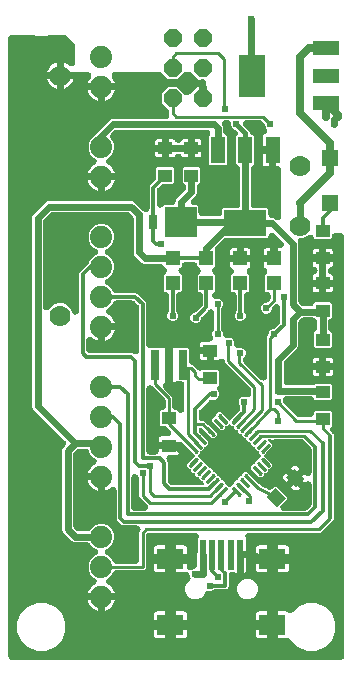
<source format=gbr>
G04 EAGLE Gerber RS-274X export*
G75*
%MOMM*%
%FSLAX34Y34*%
%LPD*%
%INTop Copper*%
%IPPOS*%
%AMOC8*
5,1,8,0,0,1.08239X$1,22.5*%
G01*
%ADD10R,1.054000X1.200000*%
%ADD11R,1.200000X1.054000*%
%ADD12R,0.508000X2.540000*%
%ADD13R,2.286000X1.778000*%
%ADD14R,0.700000X2.500000*%
%ADD15P,1.677704X8X292.500000*%
%ADD16R,1.200000X1.200000*%
%ADD17R,1.219200X2.235200*%
%ADD18R,3.600000X2.200000*%
%ADD19C,0.223519*%
%ADD20C,0.488100*%
%ADD21R,2.667000X2.540000*%
%ADD22R,0.762000X1.270000*%
%ADD23C,1.879600*%
%ADD24C,1.778000*%
%ADD25R,2.235200X1.219200*%
%ADD26R,2.200000X3.600000*%
%ADD27R,1.400000X1.400000*%
%ADD28C,0.609600*%
%ADD29C,0.406400*%
%ADD30C,0.604000*%
%ADD31C,0.254000*%
%ADD32C,0.635000*%
%ADD33C,0.152400*%
%ADD34C,0.304800*%
%ADD35C,0.355600*%
%ADD36C,0.381000*%

G36*
X285318Y3817D02*
X285318Y3817D01*
X285394Y3815D01*
X285563Y3837D01*
X285734Y3851D01*
X285808Y3869D01*
X285883Y3879D01*
X286047Y3928D01*
X286213Y3969D01*
X286282Y3999D01*
X286356Y4021D01*
X286509Y4097D01*
X286666Y4164D01*
X286730Y4205D01*
X286799Y4238D01*
X286938Y4337D01*
X287082Y4429D01*
X287139Y4480D01*
X287201Y4524D01*
X287322Y4644D01*
X287450Y4758D01*
X287498Y4817D01*
X287552Y4871D01*
X287653Y5009D01*
X287760Y5142D01*
X287797Y5208D01*
X287842Y5269D01*
X287919Y5422D01*
X288004Y5570D01*
X288030Y5642D01*
X288065Y5710D01*
X288116Y5873D01*
X288175Y6033D01*
X288190Y6108D01*
X288213Y6180D01*
X288225Y6285D01*
X288270Y6517D01*
X288277Y6753D01*
X288289Y6858D01*
X288289Y361950D01*
X288283Y362026D01*
X288285Y362102D01*
X288263Y362271D01*
X288249Y362442D01*
X288231Y362516D01*
X288221Y362591D01*
X288172Y362755D01*
X288131Y362921D01*
X288101Y362990D01*
X288079Y363064D01*
X288003Y363217D01*
X287936Y363374D01*
X287895Y363438D01*
X287862Y363507D01*
X287763Y363646D01*
X287671Y363790D01*
X287620Y363847D01*
X287576Y363909D01*
X287456Y364030D01*
X287342Y364158D01*
X287283Y364206D01*
X287229Y364260D01*
X287091Y364361D01*
X286958Y364468D01*
X286892Y364505D01*
X286831Y364550D01*
X286678Y364627D01*
X286530Y364712D01*
X286458Y364738D01*
X286390Y364773D01*
X286227Y364824D01*
X286067Y364883D01*
X285992Y364898D01*
X285920Y364921D01*
X285815Y364933D01*
X285583Y364978D01*
X285347Y364985D01*
X285242Y364997D01*
X280447Y364997D01*
X280371Y364991D01*
X280295Y364993D01*
X280126Y364971D01*
X279955Y364957D01*
X279881Y364939D01*
X279806Y364929D01*
X279642Y364880D01*
X279476Y364839D01*
X279407Y364809D01*
X279333Y364787D01*
X279180Y364711D01*
X279023Y364644D01*
X278959Y364603D01*
X278890Y364570D01*
X278751Y364471D01*
X278607Y364379D01*
X278550Y364328D01*
X278488Y364284D01*
X278367Y364164D01*
X278239Y364050D01*
X278191Y363991D01*
X278137Y363937D01*
X278036Y363799D01*
X277929Y363666D01*
X277892Y363600D01*
X277847Y363539D01*
X277770Y363386D01*
X277685Y363238D01*
X277659Y363166D01*
X277624Y363098D01*
X277573Y362935D01*
X277514Y362775D01*
X277499Y362700D01*
X277476Y362628D01*
X277464Y362523D01*
X277419Y362291D01*
X277412Y362055D01*
X277400Y361950D01*
X277400Y361238D01*
X276507Y360345D01*
X263243Y360345D01*
X262322Y361267D01*
X262310Y361407D01*
X262301Y361444D01*
X262297Y361482D01*
X262242Y361682D01*
X262192Y361885D01*
X262177Y361921D01*
X262166Y361957D01*
X262079Y362147D01*
X261997Y362339D01*
X261977Y362371D01*
X261961Y362406D01*
X261844Y362579D01*
X261732Y362755D01*
X261707Y362783D01*
X261685Y362815D01*
X261542Y362967D01*
X261403Y363123D01*
X261374Y363147D01*
X261347Y363175D01*
X261182Y363302D01*
X261019Y363433D01*
X260986Y363452D01*
X260956Y363475D01*
X260772Y363574D01*
X260591Y363677D01*
X260555Y363690D01*
X260521Y363708D01*
X260324Y363776D01*
X260128Y363848D01*
X260091Y363856D01*
X260055Y363868D01*
X259849Y363903D01*
X259644Y363943D01*
X259606Y363944D01*
X259568Y363951D01*
X259359Y363952D01*
X259151Y363958D01*
X259113Y363953D01*
X259075Y363954D01*
X258868Y363921D01*
X258662Y363894D01*
X258625Y363883D01*
X258588Y363877D01*
X258390Y363812D01*
X258190Y363751D01*
X258155Y363735D01*
X258119Y363723D01*
X257934Y363626D01*
X257746Y363535D01*
X257715Y363513D01*
X257681Y363495D01*
X257608Y363437D01*
X257344Y363249D01*
X257222Y363128D01*
X257148Y363070D01*
X256724Y362646D01*
X252897Y361060D01*
X251723Y361060D01*
X251543Y361046D01*
X251363Y361039D01*
X251298Y361026D01*
X251232Y361020D01*
X251056Y360977D01*
X250879Y360941D01*
X250817Y360918D01*
X250753Y360902D01*
X250587Y360830D01*
X250418Y360767D01*
X250360Y360733D01*
X250299Y360707D01*
X250147Y360610D01*
X249991Y360520D01*
X249939Y360478D01*
X249883Y360442D01*
X249749Y360322D01*
X249609Y360207D01*
X249565Y360158D01*
X249515Y360113D01*
X249402Y359973D01*
X249283Y359838D01*
X249247Y359781D01*
X249205Y359729D01*
X249116Y359573D01*
X249020Y359420D01*
X248994Y359358D01*
X248961Y359301D01*
X248899Y359132D01*
X248829Y358965D01*
X248813Y358900D01*
X248790Y358838D01*
X248755Y358661D01*
X248713Y358486D01*
X248708Y358419D01*
X248695Y358354D01*
X248690Y358174D01*
X248676Y357994D01*
X248682Y357927D01*
X248680Y357861D01*
X248703Y357682D01*
X248719Y357502D01*
X248734Y357451D01*
X248744Y357372D01*
X248887Y356900D01*
X248902Y356869D01*
X248908Y356847D01*
X249048Y356510D01*
X249048Y307956D01*
X249057Y307843D01*
X249056Y307728D01*
X249077Y307597D01*
X249088Y307465D01*
X249115Y307354D01*
X249133Y307241D01*
X249174Y307115D01*
X249206Y306986D01*
X249251Y306881D01*
X249287Y306772D01*
X249349Y306654D01*
X249401Y306532D01*
X249462Y306436D01*
X249515Y306335D01*
X249574Y306261D01*
X249666Y306116D01*
X249882Y305874D01*
X249940Y305802D01*
X251827Y303915D01*
X251914Y303841D01*
X251994Y303760D01*
X252101Y303682D01*
X252203Y303596D01*
X252300Y303537D01*
X252393Y303470D01*
X252511Y303410D01*
X252625Y303341D01*
X252731Y303299D01*
X252833Y303247D01*
X252960Y303207D01*
X253083Y303158D01*
X253194Y303133D01*
X253304Y303099D01*
X253397Y303089D01*
X253565Y303051D01*
X253889Y303033D01*
X253981Y303023D01*
X259303Y303023D01*
X259379Y303029D01*
X259455Y303027D01*
X259624Y303049D01*
X259795Y303063D01*
X259869Y303081D01*
X259944Y303091D01*
X260108Y303140D01*
X260274Y303181D01*
X260343Y303211D01*
X260417Y303233D01*
X260570Y303309D01*
X260727Y303376D01*
X260791Y303417D01*
X260860Y303450D01*
X260999Y303549D01*
X261143Y303641D01*
X261200Y303692D01*
X261262Y303736D01*
X261383Y303856D01*
X261511Y303970D01*
X261559Y304029D01*
X261613Y304083D01*
X261714Y304221D01*
X261821Y304354D01*
X261858Y304420D01*
X261903Y304481D01*
X261980Y304634D01*
X262065Y304782D01*
X262091Y304854D01*
X262126Y304922D01*
X262177Y305085D01*
X262236Y305245D01*
X262251Y305319D01*
X262274Y305392D01*
X262279Y305441D01*
X263243Y306405D01*
X276507Y306405D01*
X277400Y305512D01*
X277400Y293708D01*
X276215Y292524D01*
X276071Y292462D01*
X276007Y292421D01*
X275938Y292388D01*
X275799Y292289D01*
X275655Y292197D01*
X275598Y292146D01*
X275536Y292102D01*
X275415Y291982D01*
X275287Y291868D01*
X275239Y291809D01*
X275185Y291755D01*
X275084Y291617D01*
X274977Y291484D01*
X274940Y291418D01*
X274895Y291357D01*
X274818Y291204D01*
X274733Y291056D01*
X274707Y290984D01*
X274672Y290916D01*
X274621Y290753D01*
X274562Y290593D01*
X274547Y290518D01*
X274524Y290446D01*
X274512Y290341D01*
X274467Y290109D01*
X274460Y289873D01*
X274448Y289768D01*
X274448Y284907D01*
X274454Y284831D01*
X274452Y284755D01*
X274474Y284586D01*
X274488Y284415D01*
X274506Y284341D01*
X274516Y284266D01*
X274565Y284102D01*
X274606Y283936D01*
X274636Y283867D01*
X274658Y283793D01*
X274734Y283640D01*
X274801Y283483D01*
X274842Y283419D01*
X274875Y283350D01*
X274974Y283211D01*
X275066Y283067D01*
X275117Y283010D01*
X275161Y282948D01*
X275281Y282827D01*
X275395Y282699D01*
X275454Y282651D01*
X275508Y282597D01*
X275646Y282496D01*
X275779Y282389D01*
X275845Y282352D01*
X275906Y282307D01*
X276059Y282230D01*
X276207Y282145D01*
X276229Y282137D01*
X277400Y280967D01*
X277400Y269163D01*
X276507Y268270D01*
X263243Y268270D01*
X262350Y269163D01*
X262350Y280967D01*
X263535Y282151D01*
X263679Y282213D01*
X263743Y282254D01*
X263812Y282287D01*
X263951Y282386D01*
X264095Y282478D01*
X264152Y282529D01*
X264214Y282573D01*
X264335Y282693D01*
X264463Y282807D01*
X264511Y282866D01*
X264565Y282920D01*
X264666Y283058D01*
X264773Y283191D01*
X264810Y283257D01*
X264855Y283318D01*
X264932Y283471D01*
X265017Y283619D01*
X265043Y283691D01*
X265078Y283759D01*
X265129Y283922D01*
X265188Y284082D01*
X265203Y284157D01*
X265226Y284229D01*
X265238Y284334D01*
X265283Y284566D01*
X265290Y284802D01*
X265302Y284907D01*
X265302Y289768D01*
X265296Y289844D01*
X265298Y289920D01*
X265276Y290089D01*
X265262Y290260D01*
X265244Y290334D01*
X265234Y290409D01*
X265185Y290573D01*
X265144Y290739D01*
X265114Y290808D01*
X265092Y290882D01*
X265016Y291035D01*
X264949Y291192D01*
X264908Y291256D01*
X264875Y291325D01*
X264776Y291464D01*
X264684Y291608D01*
X264633Y291665D01*
X264589Y291727D01*
X264469Y291848D01*
X264355Y291976D01*
X264296Y292024D01*
X264242Y292078D01*
X264104Y292179D01*
X263971Y292286D01*
X263905Y292323D01*
X263844Y292368D01*
X263691Y292445D01*
X263543Y292530D01*
X263521Y292538D01*
X263074Y292985D01*
X262987Y293059D01*
X262907Y293140D01*
X262799Y293218D01*
X262698Y293304D01*
X262600Y293363D01*
X262508Y293430D01*
X262389Y293490D01*
X262276Y293559D01*
X262169Y293601D01*
X262067Y293653D01*
X261941Y293693D01*
X261817Y293742D01*
X261706Y293767D01*
X261597Y293801D01*
X261504Y293811D01*
X261336Y293849D01*
X261011Y293867D01*
X260919Y293877D01*
X253981Y293877D01*
X253868Y293868D01*
X253753Y293869D01*
X253622Y293848D01*
X253490Y293837D01*
X253379Y293810D01*
X253266Y293792D01*
X253140Y293751D01*
X253011Y293719D01*
X252906Y293674D01*
X252797Y293638D01*
X252679Y293576D01*
X252557Y293524D01*
X252461Y293463D01*
X252360Y293410D01*
X252286Y293351D01*
X252141Y293259D01*
X251899Y293043D01*
X251827Y292985D01*
X249940Y291098D01*
X249866Y291011D01*
X249785Y290931D01*
X249707Y290824D01*
X249621Y290722D01*
X249562Y290625D01*
X249495Y290532D01*
X249435Y290414D01*
X249366Y290300D01*
X249324Y290194D01*
X249272Y290092D01*
X249232Y289965D01*
X249183Y289842D01*
X249158Y289731D01*
X249124Y289621D01*
X249114Y289528D01*
X249076Y289360D01*
X249058Y289036D01*
X249048Y288944D01*
X249048Y269346D01*
X248352Y267666D01*
X237621Y256935D01*
X237547Y256848D01*
X237466Y256768D01*
X237388Y256661D01*
X237302Y256559D01*
X237243Y256462D01*
X237176Y256369D01*
X237116Y256251D01*
X237047Y256137D01*
X237005Y256031D01*
X236953Y255929D01*
X236913Y255802D01*
X236864Y255679D01*
X236839Y255568D01*
X236805Y255458D01*
X236795Y255365D01*
X236757Y255197D01*
X236739Y254873D01*
X236729Y254781D01*
X236729Y239395D01*
X236735Y239319D01*
X236733Y239243D01*
X236755Y239074D01*
X236769Y238903D01*
X236787Y238829D01*
X236797Y238754D01*
X236846Y238590D01*
X236887Y238424D01*
X236917Y238355D01*
X236939Y238281D01*
X237015Y238128D01*
X237082Y237971D01*
X237123Y237907D01*
X237156Y237838D01*
X237255Y237699D01*
X237347Y237555D01*
X237398Y237498D01*
X237442Y237436D01*
X237562Y237315D01*
X237676Y237187D01*
X237735Y237139D01*
X237789Y237085D01*
X237927Y236984D01*
X238060Y236877D01*
X238126Y236840D01*
X238187Y236795D01*
X238340Y236718D01*
X238488Y236633D01*
X238560Y236607D01*
X238628Y236572D01*
X238791Y236521D01*
X238951Y236462D01*
X239026Y236447D01*
X239098Y236424D01*
X239203Y236412D01*
X239435Y236367D01*
X239671Y236360D01*
X239776Y236348D01*
X260919Y236348D01*
X261033Y236357D01*
X261147Y236356D01*
X261279Y236377D01*
X261411Y236388D01*
X261522Y236415D01*
X261635Y236433D01*
X261761Y236474D01*
X261890Y236506D01*
X261995Y236551D01*
X262103Y236587D01*
X262221Y236649D01*
X262343Y236701D01*
X262439Y236762D01*
X262541Y236815D01*
X262614Y236874D01*
X262759Y236966D01*
X263001Y237182D01*
X263074Y237240D01*
X263243Y237410D01*
X276507Y237410D01*
X277400Y236517D01*
X277400Y224713D01*
X276507Y223820D01*
X263243Y223820D01*
X262284Y224779D01*
X262282Y224796D01*
X262233Y224960D01*
X262192Y225126D01*
X262162Y225195D01*
X262140Y225269D01*
X262064Y225422D01*
X261997Y225579D01*
X261956Y225643D01*
X261923Y225712D01*
X261824Y225851D01*
X261732Y225995D01*
X261681Y226052D01*
X261637Y226114D01*
X261517Y226235D01*
X261403Y226363D01*
X261344Y226411D01*
X261290Y226465D01*
X261152Y226566D01*
X261019Y226673D01*
X260953Y226710D01*
X260892Y226755D01*
X260739Y226832D01*
X260591Y226917D01*
X260519Y226943D01*
X260451Y226978D01*
X260288Y227029D01*
X260128Y227088D01*
X260053Y227103D01*
X259981Y227126D01*
X259876Y227138D01*
X259644Y227183D01*
X259408Y227190D01*
X259303Y227202D01*
X239203Y227202D01*
X239024Y227188D01*
X238843Y227181D01*
X238778Y227168D01*
X238712Y227162D01*
X238537Y227119D01*
X238359Y227083D01*
X238297Y227060D01*
X238233Y227044D01*
X238067Y226972D01*
X237898Y226909D01*
X237840Y226875D01*
X237779Y226849D01*
X237628Y226752D01*
X237471Y226662D01*
X237419Y226620D01*
X237363Y226584D01*
X237229Y226464D01*
X237089Y226349D01*
X237045Y226300D01*
X236996Y226255D01*
X236882Y226115D01*
X236763Y225979D01*
X236727Y225923D01*
X236686Y225871D01*
X236596Y225715D01*
X236500Y225562D01*
X236474Y225501D01*
X236442Y225443D01*
X236379Y225273D01*
X236309Y225107D01*
X236293Y225043D01*
X236270Y224980D01*
X236235Y224803D01*
X236193Y224627D01*
X236188Y224561D01*
X236175Y224496D01*
X236170Y224316D01*
X236156Y224135D01*
X236162Y224069D01*
X236160Y224003D01*
X236184Y223824D01*
X236199Y223644D01*
X236214Y223593D01*
X236224Y223514D01*
X236320Y223198D01*
X236320Y222920D01*
X236329Y222806D01*
X236328Y222692D01*
X236349Y222560D01*
X236360Y222428D01*
X236387Y222317D01*
X236405Y222204D01*
X236446Y222078D01*
X236478Y221949D01*
X236523Y221844D01*
X236559Y221736D01*
X236621Y221618D01*
X236673Y221496D01*
X236734Y221400D01*
X236787Y221298D01*
X236846Y221225D01*
X236938Y221080D01*
X237154Y220838D01*
X237212Y220765D01*
X247915Y210062D01*
X248002Y209988D01*
X248082Y209907D01*
X248190Y209829D01*
X248291Y209743D01*
X248389Y209684D01*
X248481Y209617D01*
X248600Y209557D01*
X248714Y209488D01*
X248820Y209446D01*
X248922Y209394D01*
X249048Y209354D01*
X249172Y209305D01*
X249283Y209280D01*
X249392Y209246D01*
X249486Y209236D01*
X249653Y209198D01*
X249978Y209180D01*
X250070Y209170D01*
X259303Y209170D01*
X259379Y209176D01*
X259455Y209174D01*
X259624Y209196D01*
X259795Y209210D01*
X259869Y209228D01*
X259944Y209238D01*
X260108Y209287D01*
X260274Y209328D01*
X260343Y209358D01*
X260417Y209380D01*
X260570Y209456D01*
X260727Y209523D01*
X260791Y209564D01*
X260860Y209597D01*
X260999Y209696D01*
X261143Y209788D01*
X261200Y209839D01*
X261262Y209883D01*
X261383Y210003D01*
X261511Y210117D01*
X261559Y210176D01*
X261613Y210230D01*
X261714Y210368D01*
X261821Y210501D01*
X261858Y210567D01*
X261903Y210628D01*
X261980Y210781D01*
X262065Y210929D01*
X262091Y211001D01*
X262126Y211069D01*
X262177Y211232D01*
X262236Y211392D01*
X262251Y211467D01*
X262274Y211539D01*
X262286Y211644D01*
X262331Y211876D01*
X262338Y212112D01*
X262350Y212217D01*
X262350Y213437D01*
X263243Y214330D01*
X276507Y214330D01*
X277400Y213437D01*
X277400Y201633D01*
X276986Y201220D01*
X276870Y201083D01*
X276747Y200950D01*
X276710Y200895D01*
X276667Y200844D01*
X276574Y200689D01*
X276474Y200539D01*
X276447Y200479D01*
X276412Y200422D01*
X276345Y200254D01*
X276271Y200089D01*
X276254Y200025D01*
X276229Y199963D01*
X276190Y199787D01*
X276143Y199613D01*
X276137Y199547D01*
X276122Y199482D01*
X276112Y199301D01*
X276094Y199122D01*
X276099Y199056D01*
X276095Y198989D01*
X276114Y198810D01*
X276125Y198630D01*
X276140Y198565D01*
X276147Y198499D01*
X276195Y198325D01*
X276235Y198149D01*
X276260Y198087D01*
X276278Y198023D01*
X276353Y197859D01*
X276421Y197692D01*
X276456Y197635D01*
X276483Y197575D01*
X276584Y197425D01*
X276678Y197271D01*
X276722Y197220D01*
X276759Y197165D01*
X276882Y197034D01*
X277000Y196897D01*
X277051Y196854D01*
X277097Y196806D01*
X277240Y196696D01*
X277378Y196580D01*
X277424Y196554D01*
X277488Y196505D01*
X277923Y196272D01*
X277948Y196264D01*
X278810Y195402D01*
X278832Y195349D01*
X278836Y195340D01*
X278839Y195331D01*
X278949Y195120D01*
X279057Y194910D01*
X279062Y194902D01*
X279067Y194893D01*
X279092Y194862D01*
X279098Y194853D01*
X279178Y194530D01*
X279230Y194410D01*
X279252Y194335D01*
X279274Y194281D01*
X279274Y123219D01*
X279252Y123165D01*
X279249Y123156D01*
X279244Y123147D01*
X279173Y122921D01*
X279100Y122696D01*
X279099Y122686D01*
X279096Y122677D01*
X279092Y122637D01*
X279090Y122627D01*
X278918Y122341D01*
X278870Y122220D01*
X278832Y122151D01*
X278810Y122098D01*
X277952Y121240D01*
X277899Y121218D01*
X277890Y121214D01*
X277881Y121211D01*
X277668Y121100D01*
X277460Y120993D01*
X277452Y120988D01*
X277443Y120983D01*
X277411Y120958D01*
X277063Y120700D01*
X276972Y120607D01*
X276910Y120558D01*
X270387Y114035D01*
X267858Y111505D01*
X207458Y111505D01*
X207325Y111494D01*
X207192Y111494D01*
X207080Y111475D01*
X206966Y111465D01*
X206837Y111433D01*
X206706Y111411D01*
X206598Y111374D01*
X206487Y111347D01*
X206365Y111294D01*
X206239Y111251D01*
X206139Y111197D01*
X206034Y111152D01*
X205922Y111081D01*
X205804Y111018D01*
X205714Y110948D01*
X205618Y110887D01*
X205519Y110798D01*
X205413Y110717D01*
X205335Y110634D01*
X205250Y110558D01*
X205166Y110455D01*
X205075Y110358D01*
X205012Y110263D01*
X204940Y110174D01*
X204874Y110059D01*
X204800Y109948D01*
X204753Y109845D01*
X204696Y109746D01*
X204650Y109621D01*
X204594Y109500D01*
X204564Y109390D01*
X204525Y109283D01*
X204499Y109153D01*
X204464Y109024D01*
X204452Y108911D01*
X204430Y108799D01*
X204426Y108666D01*
X204412Y108534D01*
X204418Y108420D01*
X204415Y108306D01*
X204432Y108174D01*
X204439Y108041D01*
X204464Y107930D01*
X204479Y107817D01*
X204517Y107689D01*
X204546Y107559D01*
X204580Y107482D01*
X204621Y107345D01*
X204793Y106995D01*
X204819Y106934D01*
X205060Y106518D01*
X205233Y105872D01*
X205233Y95884D01*
X200152Y95884D01*
X200076Y95878D01*
X200000Y95881D01*
X199831Y95858D01*
X199661Y95844D01*
X199587Y95826D01*
X199511Y95816D01*
X199347Y95767D01*
X199182Y95726D01*
X199112Y95696D01*
X199039Y95674D01*
X198885Y95599D01*
X198728Y95531D01*
X198664Y95490D01*
X198596Y95457D01*
X198456Y95358D01*
X198312Y95266D01*
X198256Y95215D01*
X198193Y95171D01*
X198072Y95051D01*
X197944Y94937D01*
X197896Y94878D01*
X197842Y94824D01*
X197741Y94686D01*
X197634Y94553D01*
X197596Y94487D01*
X197551Y94425D01*
X197475Y94273D01*
X197390Y94124D01*
X197363Y94053D01*
X197329Y93985D01*
X197278Y93822D01*
X197218Y93662D01*
X197204Y93587D01*
X197181Y93514D01*
X197169Y93410D01*
X197124Y93178D01*
X197116Y92942D01*
X197105Y92837D01*
X197105Y77643D01*
X196631Y77769D01*
X195879Y78204D01*
X195689Y78294D01*
X195503Y78388D01*
X195467Y78399D01*
X195433Y78415D01*
X195232Y78473D01*
X195033Y78536D01*
X195002Y78539D01*
X194959Y78552D01*
X194469Y78610D01*
X194400Y78607D01*
X194355Y78612D01*
X193421Y78612D01*
X193345Y78606D01*
X193269Y78608D01*
X193100Y78586D01*
X192929Y78572D01*
X192855Y78554D01*
X192780Y78544D01*
X192616Y78495D01*
X192450Y78454D01*
X192381Y78424D01*
X192307Y78402D01*
X192154Y78326D01*
X191997Y78259D01*
X191933Y78218D01*
X191864Y78185D01*
X191725Y78086D01*
X191581Y77994D01*
X191524Y77943D01*
X191462Y77899D01*
X191341Y77779D01*
X191213Y77665D01*
X191165Y77606D01*
X191111Y77552D01*
X191010Y77414D01*
X190903Y77281D01*
X190866Y77215D01*
X190821Y77154D01*
X190744Y77001D01*
X190659Y76853D01*
X190633Y76781D01*
X190598Y76713D01*
X190547Y76550D01*
X190488Y76390D01*
X190473Y76315D01*
X190450Y76243D01*
X190438Y76138D01*
X190393Y75906D01*
X190386Y75670D01*
X190374Y75565D01*
X190374Y66069D01*
X189910Y64948D01*
X189052Y64090D01*
X187931Y63626D01*
X179266Y63626D01*
X179152Y63617D01*
X179038Y63618D01*
X178906Y63597D01*
X178774Y63586D01*
X178663Y63559D01*
X178550Y63541D01*
X178424Y63500D01*
X178295Y63468D01*
X178190Y63423D01*
X178082Y63387D01*
X177964Y63325D01*
X177842Y63273D01*
X177746Y63212D01*
X177644Y63159D01*
X177571Y63100D01*
X177426Y63008D01*
X177234Y62836D01*
X175529Y62130D01*
X173651Y62130D01*
X173498Y62180D01*
X173423Y62191D01*
X173349Y62211D01*
X173179Y62228D01*
X173010Y62253D01*
X172934Y62252D01*
X172858Y62260D01*
X172687Y62249D01*
X172517Y62247D01*
X172442Y62234D01*
X172365Y62229D01*
X172199Y62191D01*
X172031Y62161D01*
X171959Y62136D01*
X171884Y62119D01*
X171726Y62055D01*
X171565Y61998D01*
X171498Y61962D01*
X171428Y61933D01*
X171282Y61844D01*
X171132Y61762D01*
X171072Y61716D01*
X171007Y61676D01*
X170877Y61565D01*
X170742Y61460D01*
X170690Y61404D01*
X170633Y61354D01*
X170523Y61223D01*
X170407Y61098D01*
X170365Y61035D01*
X170316Y60976D01*
X170265Y60884D01*
X170134Y60687D01*
X170037Y60471D01*
X169986Y60379D01*
X169409Y58988D01*
X167001Y56580D01*
X163855Y55276D01*
X160449Y55276D01*
X157303Y56580D01*
X154895Y58988D01*
X153591Y62134D01*
X153591Y65540D01*
X154895Y68686D01*
X157127Y70919D01*
X157269Y71085D01*
X157413Y71249D01*
X157428Y71273D01*
X157446Y71295D01*
X157559Y71482D01*
X157675Y71667D01*
X157686Y71693D01*
X157701Y71717D01*
X157782Y71920D01*
X157867Y72121D01*
X157874Y72149D01*
X157884Y72175D01*
X157931Y72388D01*
X157983Y72601D01*
X157985Y72629D01*
X157991Y72657D01*
X158003Y72875D01*
X158019Y73093D01*
X158017Y73121D01*
X158019Y73149D01*
X157995Y73367D01*
X157976Y73584D01*
X157970Y73607D01*
X157966Y73640D01*
X157836Y74116D01*
X157802Y74189D01*
X157788Y74240D01*
X157331Y75342D01*
X157318Y75528D01*
X157314Y75546D01*
X157312Y75565D01*
X157258Y75784D01*
X157205Y76008D01*
X157198Y76025D01*
X157194Y76044D01*
X157104Y76253D01*
X157017Y76464D01*
X157007Y76480D01*
X156999Y76497D01*
X156877Y76689D01*
X156757Y76883D01*
X156744Y76897D01*
X156734Y76913D01*
X156582Y77083D01*
X156432Y77255D01*
X156418Y77267D01*
X156405Y77281D01*
X156228Y77424D01*
X156053Y77570D01*
X156036Y77579D01*
X156021Y77591D01*
X155824Y77703D01*
X155627Y77819D01*
X155609Y77826D01*
X155593Y77835D01*
X155379Y77914D01*
X155166Y77996D01*
X155148Y78000D01*
X155130Y78007D01*
X154907Y78050D01*
X154684Y78097D01*
X154664Y78098D01*
X154646Y78101D01*
X154419Y78108D01*
X154191Y78118D01*
X154175Y78116D01*
X154153Y78117D01*
X153664Y78052D01*
X153575Y78025D01*
X153516Y78017D01*
X152731Y77806D01*
X145411Y77806D01*
X145411Y84793D01*
X154938Y84793D01*
X154938Y82816D01*
X154952Y82636D01*
X154959Y82456D01*
X154972Y82390D01*
X154978Y82324D01*
X155021Y82149D01*
X155057Y81972D01*
X155080Y81910D01*
X155096Y81845D01*
X155168Y81679D01*
X155231Y81511D01*
X155265Y81453D01*
X155291Y81392D01*
X155388Y81240D01*
X155478Y81083D01*
X155520Y81032D01*
X155556Y80976D01*
X155676Y80841D01*
X155791Y80702D01*
X155840Y80658D01*
X155885Y80608D01*
X156025Y80495D01*
X156160Y80375D01*
X156217Y80340D01*
X156269Y80298D01*
X156425Y80209D01*
X156578Y80113D01*
X156639Y80087D01*
X156697Y80054D01*
X156867Y79991D01*
X157033Y79921D01*
X157097Y79906D01*
X157160Y79882D01*
X157337Y79848D01*
X157512Y79805D01*
X157579Y79800D01*
X157644Y79788D01*
X157824Y79782D01*
X158004Y79769D01*
X158071Y79774D01*
X158137Y79772D01*
X158316Y79796D01*
X158496Y79812D01*
X158546Y79826D01*
X158626Y79837D01*
X159098Y79979D01*
X159129Y79994D01*
X159151Y80001D01*
X161199Y80849D01*
X161337Y80890D01*
X161503Y80931D01*
X161572Y80961D01*
X161646Y80983D01*
X161799Y81059D01*
X161956Y81126D01*
X162020Y81167D01*
X162089Y81200D01*
X162228Y81299D01*
X162372Y81391D01*
X162429Y81442D01*
X162491Y81486D01*
X162612Y81606D01*
X162740Y81720D01*
X162788Y81779D01*
X162842Y81833D01*
X162943Y81971D01*
X163050Y82104D01*
X163087Y82170D01*
X163132Y82231D01*
X163209Y82384D01*
X163294Y82532D01*
X163320Y82604D01*
X163355Y82672D01*
X163406Y82835D01*
X163465Y82995D01*
X163480Y83070D01*
X163503Y83142D01*
X163515Y83247D01*
X163560Y83479D01*
X163567Y83715D01*
X163579Y83820D01*
X163579Y93747D01*
X163855Y94413D01*
X163858Y94422D01*
X163863Y94431D01*
X163934Y94658D01*
X164007Y94883D01*
X164008Y94892D01*
X164011Y94901D01*
X164015Y94942D01*
X164080Y95370D01*
X164078Y95501D01*
X164087Y95579D01*
X164087Y106169D01*
X164222Y106303D01*
X164247Y106332D01*
X164275Y106358D01*
X164406Y106520D01*
X164541Y106679D01*
X164561Y106712D01*
X164585Y106742D01*
X164688Y106923D01*
X164796Y107102D01*
X164810Y107137D01*
X164829Y107170D01*
X164902Y107366D01*
X164979Y107560D01*
X164987Y107597D01*
X165001Y107633D01*
X165041Y107837D01*
X165086Y108041D01*
X165088Y108080D01*
X165095Y108117D01*
X165102Y108325D01*
X165114Y108534D01*
X165110Y108572D01*
X165111Y108610D01*
X165084Y108816D01*
X165061Y109025D01*
X165051Y109061D01*
X165046Y109099D01*
X164986Y109299D01*
X164931Y109500D01*
X164915Y109535D01*
X164904Y109572D01*
X164812Y109759D01*
X164725Y109949D01*
X164704Y109980D01*
X164687Y110015D01*
X164566Y110185D01*
X164450Y110358D01*
X164424Y110386D01*
X164401Y110417D01*
X164255Y110565D01*
X164112Y110718D01*
X164082Y110741D01*
X164055Y110768D01*
X163886Y110891D01*
X163720Y111018D01*
X163687Y111036D01*
X163656Y111058D01*
X163470Y111152D01*
X163286Y111251D01*
X163250Y111263D01*
X163216Y111281D01*
X163016Y111344D01*
X162819Y111411D01*
X162782Y111417D01*
X162745Y111429D01*
X162652Y111439D01*
X162333Y111494D01*
X162161Y111495D01*
X162067Y111505D01*
X123317Y111505D01*
X123241Y111499D01*
X123165Y111501D01*
X122996Y111479D01*
X122825Y111465D01*
X122751Y111447D01*
X122676Y111437D01*
X122512Y111388D01*
X122346Y111347D01*
X122277Y111317D01*
X122203Y111295D01*
X122050Y111219D01*
X121893Y111152D01*
X121829Y111111D01*
X121760Y111078D01*
X121621Y110979D01*
X121477Y110887D01*
X121420Y110836D01*
X121358Y110792D01*
X121237Y110672D01*
X121109Y110558D01*
X121061Y110499D01*
X121007Y110445D01*
X120906Y110307D01*
X120799Y110174D01*
X120762Y110108D01*
X120717Y110047D01*
X120640Y109894D01*
X120555Y109746D01*
X120529Y109674D01*
X120494Y109606D01*
X120443Y109443D01*
X120384Y109283D01*
X120369Y109208D01*
X120346Y109136D01*
X120334Y109031D01*
X120289Y108799D01*
X120282Y108563D01*
X120270Y108458D01*
X120270Y81392D01*
X118633Y79755D01*
X95251Y79755D01*
X95033Y79738D01*
X94816Y79724D01*
X94788Y79718D01*
X94759Y79715D01*
X94547Y79663D01*
X94335Y79614D01*
X94308Y79603D01*
X94281Y79597D01*
X94080Y79510D01*
X93878Y79428D01*
X93853Y79413D01*
X93827Y79402D01*
X93644Y79285D01*
X93457Y79171D01*
X93435Y79152D01*
X93411Y79137D01*
X93249Y78992D01*
X93083Y78849D01*
X93065Y78827D01*
X93043Y78808D01*
X92906Y78639D01*
X92766Y78471D01*
X92754Y78451D01*
X92733Y78424D01*
X92489Y77996D01*
X92461Y77920D01*
X92436Y77874D01*
X91810Y76363D01*
X88737Y73290D01*
X88464Y73177D01*
X88317Y73102D01*
X88166Y73034D01*
X88098Y72989D01*
X88025Y72952D01*
X87892Y72854D01*
X87754Y72763D01*
X87694Y72707D01*
X87628Y72659D01*
X87513Y72541D01*
X87391Y72429D01*
X87341Y72364D01*
X87284Y72306D01*
X87189Y72170D01*
X87087Y72040D01*
X87047Y71969D01*
X87001Y71902D01*
X86929Y71752D01*
X86849Y71608D01*
X86822Y71531D01*
X86787Y71457D01*
X86740Y71299D01*
X86685Y71143D01*
X86670Y71062D01*
X86647Y70984D01*
X86626Y70820D01*
X86597Y70657D01*
X86596Y70576D01*
X86586Y70494D01*
X86592Y70329D01*
X86589Y70164D01*
X86601Y70083D01*
X86604Y70001D01*
X86637Y69839D01*
X86661Y69676D01*
X86686Y69598D01*
X86702Y69518D01*
X86760Y69364D01*
X86811Y69206D01*
X86848Y69133D01*
X86876Y69056D01*
X86959Y68913D01*
X87034Y68766D01*
X87082Y68700D01*
X87123Y68629D01*
X87228Y68502D01*
X87326Y68368D01*
X87384Y68311D01*
X87436Y68247D01*
X87559Y68138D01*
X87678Y68022D01*
X87731Y67987D01*
X87806Y67921D01*
X88223Y67659D01*
X88237Y67653D01*
X88247Y67647D01*
X88807Y67361D01*
X90328Y66256D01*
X91656Y64928D01*
X92761Y63407D01*
X93614Y61733D01*
X94113Y60197D01*
X82550Y60197D01*
X70987Y60197D01*
X71486Y61733D01*
X72339Y63407D01*
X73444Y64928D01*
X74772Y66256D01*
X76293Y67361D01*
X76853Y67647D01*
X76994Y67733D01*
X77139Y67812D01*
X77204Y67862D01*
X77273Y67905D01*
X77399Y68014D01*
X77529Y68115D01*
X77584Y68175D01*
X77646Y68228D01*
X77752Y68356D01*
X77864Y68477D01*
X77909Y68545D01*
X77962Y68608D01*
X78046Y68750D01*
X78137Y68888D01*
X78171Y68962D01*
X78212Y69033D01*
X78272Y69187D01*
X78340Y69338D01*
X78361Y69416D01*
X78391Y69493D01*
X78425Y69655D01*
X78468Y69814D01*
X78476Y69895D01*
X78493Y69975D01*
X78500Y70141D01*
X78517Y70305D01*
X78512Y70386D01*
X78515Y70468D01*
X78496Y70633D01*
X78486Y70797D01*
X78468Y70877D01*
X78458Y70958D01*
X78413Y71117D01*
X78376Y71278D01*
X78345Y71354D01*
X78323Y71432D01*
X78252Y71582D01*
X78190Y71735D01*
X78147Y71805D01*
X78113Y71879D01*
X78019Y72015D01*
X77933Y72156D01*
X77880Y72218D01*
X77833Y72285D01*
X77719Y72405D01*
X77611Y72530D01*
X77548Y72583D01*
X77492Y72641D01*
X77360Y72741D01*
X77233Y72847D01*
X77177Y72878D01*
X77097Y72938D01*
X76660Y73167D01*
X76646Y73172D01*
X76636Y73177D01*
X76363Y73290D01*
X73290Y76363D01*
X71627Y80377D01*
X71627Y84723D01*
X73290Y88737D01*
X76363Y91810D01*
X77871Y92435D01*
X77905Y92452D01*
X77941Y92465D01*
X78040Y92518D01*
X78077Y92534D01*
X78123Y92563D01*
X78125Y92565D01*
X78310Y92660D01*
X78341Y92682D01*
X78375Y92701D01*
X78539Y92829D01*
X78707Y92953D01*
X78734Y92980D01*
X78764Y93003D01*
X78906Y93157D01*
X79052Y93306D01*
X79074Y93337D01*
X79100Y93365D01*
X79215Y93539D01*
X79335Y93710D01*
X79351Y93744D01*
X79372Y93776D01*
X79458Y93966D01*
X79549Y94155D01*
X79560Y94191D01*
X79575Y94226D01*
X79629Y94428D01*
X79688Y94628D01*
X79693Y94665D01*
X79703Y94702D01*
X79724Y94911D01*
X79750Y95117D01*
X79748Y95155D01*
X79752Y95193D01*
X79739Y95402D01*
X79731Y95610D01*
X79724Y95648D01*
X79721Y95686D01*
X79675Y95889D01*
X79633Y96094D01*
X79620Y96129D01*
X79611Y96167D01*
X79533Y96360D01*
X79459Y96555D01*
X79440Y96588D01*
X79425Y96624D01*
X79316Y96802D01*
X79212Y96982D01*
X79188Y97012D01*
X79168Y97044D01*
X79032Y97203D01*
X78900Y97364D01*
X78871Y97390D01*
X78846Y97418D01*
X78686Y97553D01*
X78530Y97691D01*
X78497Y97711D01*
X78468Y97735D01*
X78387Y97780D01*
X78112Y97953D01*
X77954Y98020D01*
X77871Y98065D01*
X76363Y98690D01*
X73242Y101811D01*
X73205Y101887D01*
X73189Y101910D01*
X73176Y101935D01*
X73046Y102111D01*
X72919Y102289D01*
X72900Y102309D01*
X72883Y102332D01*
X72726Y102485D01*
X72573Y102640D01*
X72550Y102657D01*
X72530Y102676D01*
X72350Y102802D01*
X72174Y102930D01*
X72149Y102943D01*
X72125Y102959D01*
X71928Y103054D01*
X71734Y103153D01*
X71707Y103161D01*
X71681Y103173D01*
X71471Y103235D01*
X71263Y103301D01*
X71240Y103304D01*
X71208Y103313D01*
X70718Y103374D01*
X70638Y103371D01*
X70585Y103377D01*
X59415Y103377D01*
X57735Y104073D01*
X50098Y111710D01*
X49402Y113390D01*
X49402Y181885D01*
X50098Y183565D01*
X51703Y185170D01*
X51753Y185228D01*
X51808Y185281D01*
X51912Y185416D01*
X52023Y185546D01*
X52062Y185612D01*
X52109Y185672D01*
X52189Y185822D01*
X52278Y185969D01*
X52306Y186040D01*
X52342Y186107D01*
X52397Y186268D01*
X52461Y186427D01*
X52477Y186501D01*
X52502Y186573D01*
X52530Y186742D01*
X52567Y186909D01*
X52572Y186985D01*
X52584Y187060D01*
X52585Y187231D01*
X52595Y187401D01*
X52587Y187477D01*
X52587Y187553D01*
X52561Y187722D01*
X52543Y187892D01*
X52523Y187965D01*
X52511Y188040D01*
X52457Y188203D01*
X52412Y188367D01*
X52380Y188437D01*
X52357Y188509D01*
X52278Y188660D01*
X52206Y188816D01*
X52164Y188879D01*
X52129Y188947D01*
X52063Y189029D01*
X51931Y189225D01*
X51769Y189397D01*
X51703Y189480D01*
X26413Y214770D01*
X24698Y216485D01*
X24002Y218165D01*
X24002Y378735D01*
X24698Y380415D01*
X26413Y382130D01*
X33795Y389512D01*
X35510Y391227D01*
X37190Y391923D01*
X108860Y391923D01*
X110540Y391227D01*
X112255Y389512D01*
X118124Y383643D01*
X118153Y383618D01*
X118179Y383589D01*
X118341Y383459D01*
X118500Y383323D01*
X118533Y383303D01*
X118563Y383279D01*
X118744Y383176D01*
X118923Y383068D01*
X118958Y383054D01*
X118991Y383035D01*
X119187Y382963D01*
X119381Y382885D01*
X119418Y382877D01*
X119454Y382864D01*
X119659Y382824D01*
X119863Y382779D01*
X119901Y382776D01*
X119938Y382769D01*
X120146Y382763D01*
X120355Y382751D01*
X120393Y382755D01*
X120431Y382754D01*
X120638Y382781D01*
X120846Y382803D01*
X120882Y382813D01*
X120920Y382818D01*
X121120Y382879D01*
X121321Y382934D01*
X121356Y382950D01*
X121393Y382961D01*
X121580Y383052D01*
X121770Y383140D01*
X121802Y383161D01*
X121836Y383178D01*
X122005Y383298D01*
X122179Y383415D01*
X122207Y383441D01*
X122238Y383463D01*
X122386Y383610D01*
X122539Y383753D01*
X122562Y383783D01*
X122589Y383810D01*
X122712Y383979D01*
X122839Y384144D01*
X122857Y384178D01*
X122879Y384209D01*
X122973Y384395D01*
X123072Y384579D01*
X123085Y384615D01*
X123102Y384649D01*
X123164Y384848D01*
X123232Y385046D01*
X123238Y385083D01*
X123250Y385120D01*
X123260Y385212D01*
X123315Y385532D01*
X123316Y385704D01*
X123326Y385797D01*
X123326Y404366D01*
X123790Y405487D01*
X128108Y409804D01*
X128182Y409891D01*
X128263Y409972D01*
X128341Y410079D01*
X128427Y410180D01*
X128486Y410278D01*
X128553Y410370D01*
X128613Y410489D01*
X128682Y410603D01*
X128724Y410709D01*
X128776Y410811D01*
X128816Y410938D01*
X128865Y411061D01*
X128890Y411172D01*
X128924Y411281D01*
X128934Y411375D01*
X128972Y411543D01*
X128990Y411867D01*
X129000Y411959D01*
X129000Y419812D01*
X129893Y420705D01*
X143157Y420705D01*
X144050Y419812D01*
X144050Y408008D01*
X143157Y407115D01*
X135304Y407115D01*
X135190Y407106D01*
X135076Y407107D01*
X134945Y407086D01*
X134812Y407075D01*
X134702Y407048D01*
X134589Y407030D01*
X134462Y406989D01*
X134334Y406957D01*
X134229Y406912D01*
X134120Y406876D01*
X134002Y406814D01*
X133880Y406762D01*
X133784Y406701D01*
X133683Y406648D01*
X133609Y406589D01*
X133464Y406497D01*
X133222Y406281D01*
X133149Y406223D01*
X130316Y403390D01*
X130242Y403303D01*
X130161Y403222D01*
X130083Y403115D01*
X129997Y403014D01*
X129938Y402916D01*
X129871Y402824D01*
X129811Y402705D01*
X129742Y402591D01*
X129700Y402485D01*
X129648Y402383D01*
X129608Y402256D01*
X129559Y402133D01*
X129534Y402022D01*
X129500Y401913D01*
X129490Y401819D01*
X129452Y401651D01*
X129434Y401327D01*
X129424Y401235D01*
X129424Y389747D01*
X129427Y389709D01*
X129425Y389671D01*
X129447Y389463D01*
X129464Y389255D01*
X129473Y389218D01*
X129477Y389180D01*
X129532Y388978D01*
X129582Y388776D01*
X129597Y388741D01*
X129608Y388704D01*
X129695Y388515D01*
X129777Y388323D01*
X129797Y388291D01*
X129813Y388256D01*
X129930Y388083D01*
X130042Y387907D01*
X130067Y387878D01*
X130089Y387847D01*
X130232Y387694D01*
X130371Y387539D01*
X130400Y387515D01*
X130426Y387487D01*
X130592Y387360D01*
X130755Y387229D01*
X130788Y387210D01*
X130818Y387187D01*
X131002Y387088D01*
X131183Y386985D01*
X131219Y386972D01*
X131253Y386954D01*
X131450Y386886D01*
X131646Y386813D01*
X131683Y386806D01*
X131719Y386794D01*
X131926Y386759D01*
X132130Y386719D01*
X132168Y386717D01*
X132206Y386711D01*
X132415Y386710D01*
X132623Y386703D01*
X132661Y386708D01*
X132699Y386708D01*
X132906Y386741D01*
X133112Y386768D01*
X133149Y386779D01*
X133186Y386785D01*
X133385Y386850D01*
X133584Y386910D01*
X133619Y386927D01*
X133655Y386939D01*
X133840Y387035D01*
X134028Y387127D01*
X134059Y387149D01*
X134093Y387167D01*
X134165Y387225D01*
X134430Y387413D01*
X134552Y387533D01*
X134626Y387592D01*
X135908Y388875D01*
X142255Y388875D01*
X142331Y388881D01*
X142407Y388879D01*
X142576Y388901D01*
X142747Y388915D01*
X142821Y388933D01*
X142896Y388943D01*
X143060Y388992D01*
X143226Y389033D01*
X143295Y389063D01*
X143369Y389085D01*
X143522Y389161D01*
X143679Y389228D01*
X143743Y389269D01*
X143812Y389302D01*
X143951Y389401D01*
X144095Y389493D01*
X144152Y389544D01*
X144214Y389588D01*
X144335Y389708D01*
X144463Y389822D01*
X144511Y389881D01*
X144565Y389935D01*
X144666Y390073D01*
X144773Y390206D01*
X144810Y390272D01*
X144855Y390333D01*
X144932Y390486D01*
X145017Y390634D01*
X145043Y390706D01*
X145078Y390774D01*
X145129Y390937D01*
X145188Y391097D01*
X145203Y391172D01*
X145226Y391244D01*
X145238Y391349D01*
X145283Y391581D01*
X145290Y391817D01*
X145302Y391922D01*
X145302Y392085D01*
X145998Y393765D01*
X153285Y401052D01*
X153359Y401139D01*
X153440Y401219D01*
X153518Y401326D01*
X153604Y401428D01*
X153663Y401525D01*
X153730Y401618D01*
X153790Y401736D01*
X153859Y401850D01*
X153901Y401956D01*
X153953Y402058D01*
X153993Y402185D01*
X154042Y402308D01*
X154067Y402419D01*
X154101Y402529D01*
X154111Y402622D01*
X154149Y402790D01*
X154167Y403114D01*
X154177Y403206D01*
X154177Y404068D01*
X154171Y404144D01*
X154173Y404220D01*
X154151Y404389D01*
X154137Y404560D01*
X154119Y404634D01*
X154109Y404709D01*
X154060Y404873D01*
X154019Y405039D01*
X153989Y405108D01*
X153967Y405182D01*
X153891Y405335D01*
X153824Y405492D01*
X153783Y405556D01*
X153750Y405625D01*
X153651Y405764D01*
X153559Y405908D01*
X153508Y405965D01*
X153464Y406027D01*
X153344Y406148D01*
X153230Y406276D01*
X153171Y406324D01*
X153117Y406378D01*
X152979Y406479D01*
X152846Y406586D01*
X152780Y406623D01*
X152719Y406668D01*
X152566Y406745D01*
X152418Y406830D01*
X152396Y406838D01*
X151225Y408008D01*
X151225Y419812D01*
X152118Y420705D01*
X165382Y420705D01*
X166275Y419812D01*
X166275Y408008D01*
X165090Y406824D01*
X164946Y406762D01*
X164882Y406721D01*
X164813Y406688D01*
X164674Y406589D01*
X164530Y406497D01*
X164473Y406446D01*
X164411Y406402D01*
X164290Y406282D01*
X164162Y406168D01*
X164114Y406109D01*
X164060Y406055D01*
X163959Y405917D01*
X163852Y405784D01*
X163815Y405718D01*
X163770Y405657D01*
X163693Y405504D01*
X163608Y405356D01*
X163582Y405284D01*
X163547Y405216D01*
X163496Y405053D01*
X163437Y404893D01*
X163422Y404818D01*
X163399Y404746D01*
X163387Y404641D01*
X163342Y404409D01*
X163335Y404173D01*
X163323Y404068D01*
X163323Y399140D01*
X162627Y397460D01*
X159244Y394077D01*
X159219Y394048D01*
X159190Y394022D01*
X159060Y393860D01*
X158924Y393701D01*
X158904Y393668D01*
X158880Y393638D01*
X158777Y393457D01*
X158669Y393278D01*
X158655Y393243D01*
X158636Y393210D01*
X158564Y393013D01*
X158486Y392820D01*
X158478Y392783D01*
X158465Y392747D01*
X158425Y392542D01*
X158380Y392338D01*
X158377Y392300D01*
X158370Y392263D01*
X158364Y392055D01*
X158352Y391846D01*
X158356Y391808D01*
X158355Y391770D01*
X158382Y391563D01*
X158404Y391355D01*
X158414Y391319D01*
X158419Y391281D01*
X158480Y391081D01*
X158535Y390880D01*
X158551Y390845D01*
X158562Y390808D01*
X158654Y390621D01*
X158741Y390431D01*
X158762Y390400D01*
X158779Y390365D01*
X158899Y390195D01*
X159016Y390022D01*
X159042Y389994D01*
X159064Y389963D01*
X159211Y389815D01*
X159354Y389662D01*
X159384Y389639D01*
X159411Y389612D01*
X159580Y389489D01*
X159745Y389362D01*
X159779Y389344D01*
X159810Y389322D01*
X159996Y389228D01*
X160180Y389129D01*
X160216Y389116D01*
X160250Y389099D01*
X160449Y389037D01*
X160647Y388969D01*
X160684Y388963D01*
X160721Y388951D01*
X160813Y388941D01*
X161133Y388886D01*
X161305Y388885D01*
X161398Y388875D01*
X163842Y388875D01*
X164735Y387982D01*
X164735Y382270D01*
X164741Y382194D01*
X164739Y382118D01*
X164761Y381949D01*
X164775Y381778D01*
X164793Y381704D01*
X164803Y381629D01*
X164852Y381465D01*
X164893Y381299D01*
X164923Y381230D01*
X164945Y381156D01*
X165021Y381003D01*
X165088Y380846D01*
X165129Y380782D01*
X165162Y380713D01*
X165261Y380574D01*
X165353Y380430D01*
X165404Y380373D01*
X165448Y380311D01*
X165568Y380190D01*
X165682Y380062D01*
X165741Y380014D01*
X165795Y379960D01*
X165933Y379859D01*
X166066Y379752D01*
X166132Y379715D01*
X166193Y379670D01*
X166346Y379593D01*
X166494Y379508D01*
X166566Y379482D01*
X166634Y379447D01*
X166797Y379396D01*
X166957Y379337D01*
X167032Y379322D01*
X167104Y379299D01*
X167209Y379287D01*
X167441Y379242D01*
X167677Y379235D01*
X167782Y379223D01*
X181898Y379223D01*
X181974Y379229D01*
X182050Y379227D01*
X182219Y379249D01*
X182390Y379263D01*
X182464Y379281D01*
X182539Y379291D01*
X182703Y379340D01*
X182869Y379381D01*
X182938Y379411D01*
X183012Y379433D01*
X183165Y379509D01*
X183322Y379576D01*
X183386Y379617D01*
X183455Y379650D01*
X183594Y379749D01*
X183738Y379841D01*
X183795Y379892D01*
X183857Y379936D01*
X183978Y380056D01*
X184106Y380170D01*
X184154Y380229D01*
X184208Y380283D01*
X184309Y380421D01*
X184416Y380554D01*
X184453Y380620D01*
X184498Y380681D01*
X184575Y380834D01*
X184660Y380982D01*
X184686Y381054D01*
X184721Y381122D01*
X184772Y381285D01*
X184831Y381445D01*
X184846Y381520D01*
X184869Y381592D01*
X184881Y381697D01*
X184926Y381929D01*
X184933Y382165D01*
X184945Y382270D01*
X184945Y385137D01*
X185838Y386030D01*
X196850Y386030D01*
X196926Y386036D01*
X197002Y386034D01*
X197171Y386056D01*
X197342Y386070D01*
X197416Y386088D01*
X197491Y386098D01*
X197655Y386147D01*
X197821Y386188D01*
X197890Y386218D01*
X197964Y386240D01*
X198117Y386316D01*
X198274Y386383D01*
X198338Y386424D01*
X198407Y386457D01*
X198546Y386556D01*
X198690Y386648D01*
X198747Y386699D01*
X198809Y386743D01*
X198930Y386863D01*
X199058Y386977D01*
X199106Y387036D01*
X199160Y387090D01*
X199261Y387228D01*
X199368Y387361D01*
X199405Y387427D01*
X199450Y387488D01*
X199527Y387641D01*
X199612Y387789D01*
X199638Y387861D01*
X199673Y387929D01*
X199724Y388092D01*
X199783Y388252D01*
X199798Y388327D01*
X199821Y388399D01*
X199833Y388504D01*
X199878Y388736D01*
X199885Y388972D01*
X199897Y389077D01*
X199897Y419735D01*
X199891Y419811D01*
X199893Y419887D01*
X199871Y420056D01*
X199857Y420227D01*
X199839Y420301D01*
X199829Y420376D01*
X199780Y420540D01*
X199739Y420706D01*
X199709Y420775D01*
X199687Y420849D01*
X199611Y421002D01*
X199544Y421159D01*
X199503Y421223D01*
X199470Y421292D01*
X199371Y421431D01*
X199279Y421575D01*
X199228Y421632D01*
X199184Y421694D01*
X199064Y421815D01*
X198950Y421943D01*
X198891Y421991D01*
X198837Y422045D01*
X198699Y422146D01*
X198566Y422253D01*
X198500Y422290D01*
X198439Y422335D01*
X198286Y422412D01*
X198138Y422497D01*
X198066Y422523D01*
X197998Y422558D01*
X197953Y422572D01*
X196849Y423675D01*
X196849Y447291D01*
X197153Y447595D01*
X197270Y447732D01*
X197393Y447864D01*
X197430Y447920D01*
X197473Y447971D01*
X197566Y448125D01*
X197666Y448276D01*
X197693Y448336D01*
X197727Y448393D01*
X197794Y448561D01*
X197869Y448725D01*
X197886Y448790D01*
X197910Y448851D01*
X197949Y449027D01*
X197996Y449202D01*
X198003Y449268D01*
X198017Y449333D01*
X198027Y449513D01*
X198045Y449693D01*
X198041Y449759D01*
X198045Y449825D01*
X198026Y450005D01*
X198015Y450185D01*
X198000Y450250D01*
X197993Y450316D01*
X197945Y450490D01*
X197905Y450666D01*
X197880Y450728D01*
X197862Y450792D01*
X197787Y450956D01*
X197719Y451123D01*
X197684Y451180D01*
X197656Y451240D01*
X197555Y451390D01*
X197461Y451544D01*
X197418Y451594D01*
X197381Y451649D01*
X197257Y451781D01*
X197140Y451918D01*
X197089Y451961D01*
X197043Y452009D01*
X196900Y452119D01*
X196762Y452235D01*
X196715Y452260D01*
X196652Y452309D01*
X196217Y452542D01*
X196185Y452553D01*
X196165Y452565D01*
X194276Y453347D01*
X192997Y454626D01*
X192305Y456296D01*
X192305Y457708D01*
X192299Y457784D01*
X192301Y457860D01*
X192279Y458029D01*
X192265Y458200D01*
X192247Y458274D01*
X192237Y458349D01*
X192188Y458513D01*
X192147Y458679D01*
X192117Y458748D01*
X192095Y458822D01*
X192019Y458975D01*
X191952Y459132D01*
X191911Y459196D01*
X191878Y459265D01*
X191779Y459404D01*
X191687Y459548D01*
X191636Y459605D01*
X191592Y459667D01*
X191472Y459788D01*
X191358Y459916D01*
X191299Y459964D01*
X191245Y460018D01*
X191107Y460119D01*
X190974Y460226D01*
X190908Y460263D01*
X190847Y460308D01*
X190694Y460385D01*
X190546Y460470D01*
X190474Y460496D01*
X190406Y460531D01*
X190243Y460582D01*
X190083Y460641D01*
X190008Y460656D01*
X189936Y460679D01*
X189831Y460691D01*
X189599Y460736D01*
X189363Y460743D01*
X189258Y460755D01*
X187650Y460755D01*
X187470Y460741D01*
X187290Y460734D01*
X187225Y460721D01*
X187158Y460715D01*
X186983Y460672D01*
X186806Y460636D01*
X186744Y460613D01*
X186679Y460597D01*
X186514Y460526D01*
X186345Y460462D01*
X186287Y460428D01*
X186226Y460402D01*
X186074Y460305D01*
X185918Y460215D01*
X185866Y460173D01*
X185810Y460137D01*
X185676Y460017D01*
X185536Y459903D01*
X185492Y459853D01*
X185442Y459808D01*
X185329Y459668D01*
X185209Y459533D01*
X185174Y459476D01*
X185132Y459424D01*
X185043Y459268D01*
X184947Y459115D01*
X184921Y459054D01*
X184888Y458996D01*
X184825Y458827D01*
X184755Y458660D01*
X184740Y458596D01*
X184717Y458533D01*
X184682Y458356D01*
X184640Y458181D01*
X184635Y458114D01*
X184622Y458049D01*
X184616Y457869D01*
X184603Y457689D01*
X184609Y457622D01*
X184607Y457556D01*
X184630Y457377D01*
X184646Y457197D01*
X184660Y457147D01*
X184671Y457067D01*
X184813Y456595D01*
X184828Y456564D01*
X184835Y456542D01*
X185083Y455943D01*
X185103Y455903D01*
X185113Y455873D01*
X185467Y455074D01*
X185467Y454200D01*
X185471Y454156D01*
X185468Y454125D01*
X185542Y451155D01*
X185546Y451117D01*
X185544Y451079D01*
X185572Y450873D01*
X185594Y450665D01*
X185604Y450628D01*
X185609Y450590D01*
X185669Y450390D01*
X185724Y450189D01*
X185740Y450154D01*
X185751Y450117D01*
X185843Y449930D01*
X185930Y449741D01*
X185951Y449709D01*
X185968Y449674D01*
X186089Y449505D01*
X186205Y449331D01*
X186232Y449303D01*
X186254Y449272D01*
X186400Y449124D01*
X186543Y448972D01*
X186573Y448948D01*
X186600Y448921D01*
X186769Y448799D01*
X186934Y448671D01*
X186968Y448653D01*
X186999Y448631D01*
X187185Y448537D01*
X187369Y448438D01*
X187405Y448426D01*
X187440Y448408D01*
X187639Y448346D01*
X187836Y448278D01*
X187873Y448272D01*
X187910Y448260D01*
X188003Y448250D01*
X188021Y448247D01*
X188977Y447291D01*
X188977Y423675D01*
X188084Y422782D01*
X174628Y422782D01*
X173735Y423675D01*
X173735Y447291D01*
X173870Y447425D01*
X173895Y447454D01*
X173923Y447480D01*
X174054Y447642D01*
X174189Y447801D01*
X174209Y447834D01*
X174233Y447864D01*
X174336Y448045D01*
X174444Y448224D01*
X174458Y448259D01*
X174477Y448292D01*
X174550Y448488D01*
X174627Y448682D01*
X174635Y448719D01*
X174649Y448755D01*
X174689Y448959D01*
X174734Y449163D01*
X174736Y449202D01*
X174743Y449239D01*
X174750Y449447D01*
X174762Y449656D01*
X174758Y449694D01*
X174759Y449732D01*
X174732Y449938D01*
X174709Y450147D01*
X174699Y450183D01*
X174694Y450221D01*
X174634Y450421D01*
X174579Y450622D01*
X174563Y450657D01*
X174552Y450694D01*
X174460Y450881D01*
X174373Y451071D01*
X174352Y451102D01*
X174335Y451137D01*
X174214Y451306D01*
X174098Y451480D01*
X174072Y451508D01*
X174049Y451539D01*
X173903Y451687D01*
X173760Y451840D01*
X173730Y451863D01*
X173703Y451890D01*
X173534Y452013D01*
X173368Y452140D01*
X173335Y452158D01*
X173304Y452180D01*
X173118Y452274D01*
X172934Y452373D01*
X172898Y452385D01*
X172864Y452403D01*
X172664Y452466D01*
X172467Y452533D01*
X172430Y452539D01*
X172393Y452551D01*
X172300Y452561D01*
X171981Y452616D01*
X171809Y452617D01*
X171715Y452627D01*
X95231Y452627D01*
X95118Y452618D01*
X95003Y452619D01*
X94872Y452598D01*
X94740Y452587D01*
X94629Y452560D01*
X94516Y452542D01*
X94390Y452501D01*
X94261Y452469D01*
X94156Y452424D01*
X94047Y452388D01*
X93930Y452327D01*
X93807Y452274D01*
X93711Y452213D01*
X93610Y452160D01*
X93536Y452101D01*
X93391Y452009D01*
X93149Y451793D01*
X93077Y451735D01*
X90899Y449557D01*
X90850Y449499D01*
X90794Y449447D01*
X90690Y449312D01*
X90580Y449181D01*
X90540Y449116D01*
X90494Y449056D01*
X90413Y448905D01*
X90325Y448759D01*
X90297Y448688D01*
X90261Y448621D01*
X90205Y448459D01*
X90142Y448301D01*
X90126Y448226D01*
X90101Y448154D01*
X90072Y447986D01*
X90035Y447819D01*
X90031Y447743D01*
X90018Y447668D01*
X90017Y447497D01*
X90008Y447327D01*
X90016Y447251D01*
X90015Y447175D01*
X90042Y447005D01*
X90060Y446836D01*
X90080Y446763D01*
X90092Y446687D01*
X90145Y446525D01*
X90190Y446360D01*
X90222Y446291D01*
X90246Y446219D01*
X90325Y446067D01*
X90396Y445912D01*
X90439Y445849D01*
X90474Y445781D01*
X90540Y445699D01*
X90672Y445503D01*
X90834Y445330D01*
X90899Y445248D01*
X91810Y444337D01*
X93473Y440323D01*
X93473Y435977D01*
X91810Y431963D01*
X88737Y428890D01*
X88464Y428777D01*
X88317Y428702D01*
X88166Y428634D01*
X88098Y428589D01*
X88025Y428552D01*
X87892Y428454D01*
X87754Y428363D01*
X87694Y428307D01*
X87628Y428259D01*
X87513Y428141D01*
X87391Y428029D01*
X87341Y427964D01*
X87284Y427906D01*
X87189Y427770D01*
X87087Y427640D01*
X87047Y427569D01*
X87001Y427502D01*
X86929Y427352D01*
X86849Y427208D01*
X86822Y427131D01*
X86787Y427057D01*
X86740Y426899D01*
X86685Y426743D01*
X86670Y426662D01*
X86647Y426584D01*
X86626Y426420D01*
X86597Y426257D01*
X86596Y426176D01*
X86586Y426094D01*
X86592Y425929D01*
X86589Y425764D01*
X86601Y425683D01*
X86604Y425601D01*
X86637Y425439D01*
X86661Y425276D01*
X86686Y425198D01*
X86702Y425118D01*
X86760Y424964D01*
X86811Y424806D01*
X86848Y424733D01*
X86876Y424656D01*
X86959Y424513D01*
X87034Y424366D01*
X87082Y424300D01*
X87123Y424229D01*
X87228Y424102D01*
X87326Y423968D01*
X87384Y423911D01*
X87436Y423847D01*
X87559Y423738D01*
X87678Y423622D01*
X87731Y423587D01*
X87806Y423521D01*
X88223Y423259D01*
X88237Y423253D01*
X88247Y423247D01*
X88807Y422961D01*
X90328Y421856D01*
X91656Y420528D01*
X92761Y419007D01*
X93614Y417333D01*
X94113Y415797D01*
X82550Y415797D01*
X70987Y415797D01*
X71486Y417333D01*
X72339Y419007D01*
X73444Y420528D01*
X74772Y421856D01*
X76293Y422961D01*
X76853Y423247D01*
X76994Y423333D01*
X77139Y423412D01*
X77204Y423462D01*
X77273Y423505D01*
X77399Y423614D01*
X77529Y423715D01*
X77584Y423775D01*
X77646Y423828D01*
X77752Y423956D01*
X77864Y424077D01*
X77909Y424145D01*
X77962Y424208D01*
X78046Y424350D01*
X78137Y424488D01*
X78171Y424562D01*
X78212Y424633D01*
X78272Y424787D01*
X78340Y424938D01*
X78361Y425016D01*
X78391Y425093D01*
X78425Y425255D01*
X78468Y425414D01*
X78476Y425495D01*
X78493Y425575D01*
X78500Y425741D01*
X78517Y425905D01*
X78512Y425986D01*
X78515Y426068D01*
X78496Y426233D01*
X78486Y426397D01*
X78468Y426477D01*
X78458Y426558D01*
X78413Y426717D01*
X78376Y426878D01*
X78345Y426954D01*
X78323Y427032D01*
X78252Y427182D01*
X78190Y427335D01*
X78147Y427405D01*
X78113Y427479D01*
X78019Y427615D01*
X77933Y427756D01*
X77880Y427818D01*
X77833Y427885D01*
X77719Y428005D01*
X77611Y428130D01*
X77548Y428183D01*
X77492Y428241D01*
X77360Y428341D01*
X77233Y428447D01*
X77177Y428478D01*
X77097Y428538D01*
X76660Y428767D01*
X76646Y428772D01*
X76636Y428777D01*
X76363Y428890D01*
X73290Y431963D01*
X71627Y435977D01*
X71627Y440323D01*
X73290Y444337D01*
X76363Y447410D01*
X76558Y447491D01*
X76660Y447543D01*
X76766Y447586D01*
X76879Y447655D01*
X76997Y447716D01*
X77089Y447784D01*
X77186Y447843D01*
X77287Y447930D01*
X77394Y448009D01*
X77474Y448091D01*
X77560Y448165D01*
X77646Y448267D01*
X77739Y448362D01*
X77804Y448456D01*
X77877Y448543D01*
X77923Y448625D01*
X78021Y448766D01*
X78162Y449059D01*
X78207Y449140D01*
X78673Y450265D01*
X89485Y461077D01*
X91165Y461773D01*
X137033Y461773D01*
X137109Y461779D01*
X137185Y461777D01*
X137354Y461799D01*
X137525Y461813D01*
X137599Y461831D01*
X137674Y461841D01*
X137838Y461890D01*
X138004Y461931D01*
X138073Y461961D01*
X138147Y461983D01*
X138300Y462059D01*
X138457Y462126D01*
X138521Y462167D01*
X138590Y462200D01*
X138729Y462299D01*
X138873Y462391D01*
X138930Y462442D01*
X138992Y462486D01*
X139113Y462606D01*
X139241Y462720D01*
X139289Y462779D01*
X139343Y462833D01*
X139444Y462971D01*
X139551Y463104D01*
X139588Y463170D01*
X139633Y463231D01*
X139710Y463384D01*
X139795Y463532D01*
X139821Y463604D01*
X139856Y463672D01*
X139907Y463835D01*
X139966Y463995D01*
X139981Y464070D01*
X140004Y464142D01*
X140016Y464247D01*
X140061Y464479D01*
X140068Y464715D01*
X140080Y464820D01*
X140080Y467841D01*
X140071Y467955D01*
X140072Y468069D01*
X140051Y468200D01*
X140040Y468333D01*
X140013Y468444D01*
X139995Y468556D01*
X139954Y468683D01*
X139922Y468812D01*
X139877Y468916D01*
X139841Y469025D01*
X139779Y469143D01*
X139727Y469265D01*
X139666Y469361D01*
X139613Y469463D01*
X139554Y469536D01*
X139462Y469681D01*
X139246Y469923D01*
X139188Y469996D01*
X133600Y475583D01*
X133600Y483267D01*
X139033Y488700D01*
X146717Y488700D01*
X152782Y482634D01*
X152811Y482609D01*
X152837Y482581D01*
X152999Y482450D01*
X153158Y482315D01*
X153191Y482295D01*
X153221Y482271D01*
X153402Y482168D01*
X153581Y482060D01*
X153616Y482046D01*
X153649Y482027D01*
X153845Y481954D01*
X154039Y481877D01*
X154076Y481869D01*
X154112Y481855D01*
X154317Y481815D01*
X154521Y481770D01*
X154559Y481768D01*
X154596Y481761D01*
X154804Y481754D01*
X155013Y481743D01*
X155051Y481747D01*
X155089Y481745D01*
X155296Y481773D01*
X155504Y481795D01*
X155540Y481805D01*
X155578Y481810D01*
X155778Y481870D01*
X155979Y481925D01*
X156014Y481941D01*
X156051Y481952D01*
X156238Y482044D01*
X156428Y482131D01*
X156460Y482153D01*
X156494Y482169D01*
X156663Y482290D01*
X156837Y482407D01*
X156865Y482433D01*
X156896Y482455D01*
X157044Y482601D01*
X157197Y482744D01*
X157220Y482775D01*
X157247Y482801D01*
X157370Y482970D01*
X157497Y483136D01*
X157515Y483169D01*
X157537Y483200D01*
X157579Y483282D01*
X164402Y490105D01*
X164575Y490222D01*
X164751Y490334D01*
X164780Y490359D01*
X164811Y490381D01*
X164963Y490524D01*
X165119Y490663D01*
X165143Y490692D01*
X165171Y490718D01*
X165228Y490793D01*
X165228Y479425D01*
X165234Y479349D01*
X165231Y479273D01*
X165254Y479104D01*
X165268Y478934D01*
X165286Y478860D01*
X165296Y478784D01*
X165345Y478620D01*
X165386Y478455D01*
X165416Y478385D01*
X165438Y478312D01*
X165513Y478158D01*
X165581Y478001D01*
X165622Y477937D01*
X165655Y477869D01*
X165754Y477729D01*
X165846Y477585D01*
X165897Y477529D01*
X165941Y477466D01*
X166061Y477345D01*
X166175Y477217D01*
X166234Y477170D01*
X166287Y477115D01*
X166426Y477015D01*
X166558Y476908D01*
X166625Y476870D01*
X166686Y476825D01*
X166839Y476748D01*
X166987Y476664D01*
X167059Y476637D01*
X167127Y476603D01*
X167289Y476551D01*
X167450Y476492D01*
X167524Y476477D01*
X167597Y476454D01*
X167702Y476443D01*
X167934Y476397D01*
X168170Y476390D01*
X168275Y476378D01*
X168351Y476384D01*
X168427Y476382D01*
X168596Y476404D01*
X168767Y476418D01*
X168841Y476436D01*
X168916Y476446D01*
X169080Y476496D01*
X169246Y476537D01*
X169316Y476567D01*
X169389Y476589D01*
X169542Y476664D01*
X169699Y476731D01*
X169763Y476772D01*
X169832Y476806D01*
X169971Y476905D01*
X170115Y476996D01*
X170172Y477047D01*
X170234Y477091D01*
X170356Y477211D01*
X170483Y477325D01*
X170531Y477384D01*
X170585Y477438D01*
X170686Y477576D01*
X170793Y477709D01*
X170831Y477775D01*
X170875Y477837D01*
X170952Y477989D01*
X171037Y478138D01*
X171063Y478209D01*
X171098Y478277D01*
X171149Y478440D01*
X171209Y478600D01*
X171223Y478675D01*
X171246Y478748D01*
X171258Y478852D01*
X171303Y479084D01*
X171311Y479320D01*
X171322Y479425D01*
X171322Y492503D01*
X171316Y492579D01*
X171319Y492655D01*
X171296Y492824D01*
X171282Y492995D01*
X171264Y493069D01*
X171254Y493144D01*
X171205Y493308D01*
X171164Y493474D01*
X171134Y493543D01*
X171112Y493617D01*
X171037Y493770D01*
X170969Y493927D01*
X170928Y493991D01*
X170895Y494060D01*
X170796Y494199D01*
X170704Y494343D01*
X170653Y494400D01*
X170609Y494462D01*
X170489Y494583D01*
X170375Y494711D01*
X170316Y494759D01*
X170263Y494813D01*
X170124Y494914D01*
X169992Y495021D01*
X169925Y495058D01*
X169864Y495103D01*
X169711Y495180D01*
X169563Y495265D01*
X169491Y495291D01*
X169423Y495326D01*
X169261Y495377D01*
X169100Y495436D01*
X169026Y495451D01*
X168953Y495474D01*
X168848Y495486D01*
X168616Y495531D01*
X168380Y495538D01*
X168275Y495550D01*
X168199Y495544D01*
X168123Y495546D01*
X167953Y495524D01*
X167783Y495510D01*
X167709Y495492D01*
X167634Y495482D01*
X167470Y495433D01*
X167304Y495392D01*
X167234Y495362D01*
X167161Y495340D01*
X167008Y495264D01*
X166851Y495197D01*
X166787Y495156D01*
X166718Y495123D01*
X166579Y495024D01*
X166435Y494932D01*
X166378Y494881D01*
X166316Y494837D01*
X166194Y494717D01*
X166067Y494603D01*
X166019Y494544D01*
X165965Y494490D01*
X165864Y494352D01*
X165757Y494219D01*
X165719Y494153D01*
X165674Y494092D01*
X165659Y494062D01*
X165622Y494132D01*
X165531Y494320D01*
X165509Y494351D01*
X165491Y494385D01*
X165433Y494457D01*
X165245Y494722D01*
X165124Y494844D01*
X165066Y494918D01*
X159354Y500630D01*
X159267Y500704D01*
X159187Y500785D01*
X159079Y500863D01*
X158978Y500949D01*
X158880Y501008D01*
X158788Y501075D01*
X158669Y501135D01*
X158555Y501204D01*
X158449Y501246D01*
X158347Y501298D01*
X158221Y501338D01*
X158097Y501387D01*
X157986Y501412D01*
X157877Y501446D01*
X157783Y501456D01*
X157616Y501494D01*
X157291Y501512D01*
X157199Y501522D01*
X153951Y501522D01*
X153837Y501513D01*
X153723Y501514D01*
X153591Y501493D01*
X153459Y501482D01*
X153348Y501455D01*
X153236Y501437D01*
X153109Y501396D01*
X152980Y501364D01*
X152875Y501319D01*
X152767Y501283D01*
X152649Y501221D01*
X152527Y501169D01*
X152431Y501108D01*
X152329Y501055D01*
X152256Y500996D01*
X152111Y500904D01*
X151869Y500688D01*
X151796Y500630D01*
X146717Y495550D01*
X139033Y495550D01*
X133954Y500630D01*
X133867Y500704D01*
X133787Y500785D01*
X133679Y500863D01*
X133578Y500949D01*
X133480Y501008D01*
X133388Y501075D01*
X133269Y501135D01*
X133155Y501204D01*
X133049Y501246D01*
X132947Y501298D01*
X132821Y501338D01*
X132697Y501387D01*
X132586Y501412D01*
X132477Y501446D01*
X132383Y501456D01*
X132216Y501494D01*
X131891Y501512D01*
X131799Y501522D01*
X94153Y501522D01*
X94108Y501519D01*
X94062Y501521D01*
X93862Y501499D01*
X93662Y501482D01*
X93617Y501471D01*
X93572Y501466D01*
X93378Y501412D01*
X93183Y501364D01*
X93141Y501346D01*
X93097Y501333D01*
X92915Y501249D01*
X92729Y501169D01*
X92691Y501144D01*
X92649Y501125D01*
X92483Y501012D01*
X92313Y500904D01*
X92279Y500874D01*
X92241Y500848D01*
X92095Y500709D01*
X91946Y500575D01*
X91917Y500540D01*
X91884Y500508D01*
X91762Y500348D01*
X91636Y500191D01*
X91613Y500152D01*
X91585Y500115D01*
X91491Y499938D01*
X91392Y499763D01*
X91376Y499720D01*
X91354Y499679D01*
X91290Y499489D01*
X91220Y499300D01*
X91211Y499255D01*
X91197Y499212D01*
X91164Y499013D01*
X91125Y498816D01*
X91124Y498770D01*
X91116Y498725D01*
X91116Y498523D01*
X91110Y498323D01*
X91116Y498278D01*
X91116Y498232D01*
X91148Y498033D01*
X91174Y497834D01*
X91188Y497790D01*
X91195Y497745D01*
X91259Y497554D01*
X91317Y497362D01*
X91337Y497320D01*
X91351Y497277D01*
X91400Y497191D01*
X91534Y496918D01*
X91640Y496769D01*
X91688Y496684D01*
X92761Y495207D01*
X93614Y493533D01*
X94113Y491997D01*
X82550Y491997D01*
X70987Y491997D01*
X71486Y493533D01*
X72339Y495207D01*
X73412Y496684D01*
X73436Y496723D01*
X73464Y496759D01*
X73564Y496933D01*
X73669Y497105D01*
X73686Y497148D01*
X73708Y497187D01*
X73778Y497376D01*
X73854Y497562D01*
X73864Y497607D01*
X73880Y497650D01*
X73919Y497847D01*
X73963Y498043D01*
X73966Y498089D01*
X73975Y498134D01*
X73981Y498334D01*
X73993Y498536D01*
X73989Y498582D01*
X73990Y498627D01*
X73964Y498826D01*
X73944Y499027D01*
X73932Y499071D01*
X73926Y499116D01*
X73867Y499309D01*
X73815Y499503D01*
X73796Y499545D01*
X73783Y499589D01*
X73695Y499769D01*
X73612Y499952D01*
X73586Y499991D01*
X73566Y500032D01*
X73450Y500195D01*
X73338Y500363D01*
X73307Y500397D01*
X73281Y500434D01*
X73139Y500577D01*
X73002Y500724D01*
X72966Y500752D01*
X72934Y500785D01*
X72771Y500904D01*
X72612Y501027D01*
X72572Y501048D01*
X72535Y501075D01*
X72356Y501166D01*
X72179Y501262D01*
X72136Y501277D01*
X72095Y501298D01*
X71903Y501358D01*
X71713Y501424D01*
X71668Y501432D01*
X71624Y501446D01*
X71526Y501457D01*
X71227Y501509D01*
X71043Y501511D01*
X70947Y501522D01*
X57151Y501522D01*
X57150Y501522D01*
X50672Y501522D01*
X50672Y509504D01*
X52013Y509068D01*
X53616Y508251D01*
X55140Y507144D01*
X55212Y507086D01*
X55371Y506951D01*
X55404Y506931D01*
X55434Y506907D01*
X55614Y506804D01*
X55794Y506696D01*
X55829Y506682D01*
X55862Y506663D01*
X56058Y506590D01*
X56252Y506513D01*
X56289Y506505D01*
X56325Y506492D01*
X56530Y506451D01*
X56734Y506406D01*
X56772Y506404D01*
X56809Y506397D01*
X57017Y506390D01*
X57226Y506379D01*
X57264Y506383D01*
X57302Y506382D01*
X57509Y506409D01*
X57717Y506431D01*
X57753Y506441D01*
X57791Y506446D01*
X57991Y506506D01*
X58192Y506562D01*
X58227Y506577D01*
X58264Y506588D01*
X58451Y506680D01*
X58641Y506767D01*
X58673Y506789D01*
X58707Y506805D01*
X58877Y506926D01*
X59050Y507043D01*
X59078Y507069D01*
X59109Y507091D01*
X59258Y507238D01*
X59410Y507380D01*
X59433Y507411D01*
X59460Y507437D01*
X59583Y507606D01*
X59710Y507772D01*
X59728Y507805D01*
X59750Y507836D01*
X59844Y508023D01*
X59943Y508207D01*
X59955Y508243D01*
X59973Y508277D01*
X60035Y508476D01*
X60103Y508673D01*
X60109Y508711D01*
X60121Y508747D01*
X60131Y508840D01*
X60186Y509160D01*
X60187Y509332D01*
X60197Y509425D01*
X60197Y523875D01*
X60188Y523989D01*
X60189Y524103D01*
X60168Y524234D01*
X60157Y524367D01*
X60130Y524477D01*
X60112Y524590D01*
X60071Y524717D01*
X60039Y524846D01*
X59994Y524950D01*
X59958Y525059D01*
X59896Y525177D01*
X59844Y525299D01*
X59783Y525395D01*
X59730Y525497D01*
X59671Y525570D01*
X59579Y525715D01*
X59363Y525957D01*
X59305Y526030D01*
X52955Y532380D01*
X52868Y532454D01*
X52787Y532535D01*
X52680Y532613D01*
X52579Y532699D01*
X52481Y532758D01*
X52389Y532825D01*
X52270Y532885D01*
X52156Y532954D01*
X52050Y532996D01*
X51948Y533048D01*
X51821Y533088D01*
X51698Y533137D01*
X51587Y533162D01*
X51478Y533196D01*
X51384Y533206D01*
X51217Y533244D01*
X50892Y533262D01*
X50800Y533272D01*
X39158Y533272D01*
X39148Y533271D01*
X39138Y533272D01*
X38903Y533252D01*
X38666Y533232D01*
X38656Y533230D01*
X38647Y533229D01*
X38608Y533218D01*
X38187Y533114D01*
X38067Y533062D01*
X37991Y533040D01*
X35792Y532129D01*
X27708Y532129D01*
X25509Y533040D01*
X25499Y533043D01*
X25491Y533048D01*
X25264Y533119D01*
X25039Y533192D01*
X25030Y533193D01*
X25020Y533196D01*
X24980Y533200D01*
X24551Y533265D01*
X24420Y533263D01*
X24342Y533272D01*
X6858Y533272D01*
X6782Y533266D01*
X6706Y533268D01*
X6537Y533246D01*
X6366Y533232D01*
X6292Y533214D01*
X6217Y533204D01*
X6053Y533155D01*
X5887Y533114D01*
X5818Y533084D01*
X5744Y533062D01*
X5591Y532986D01*
X5434Y532919D01*
X5370Y532878D01*
X5301Y532845D01*
X5162Y532746D01*
X5018Y532654D01*
X4961Y532603D01*
X4899Y532559D01*
X4778Y532439D01*
X4650Y532325D01*
X4602Y532266D01*
X4548Y532212D01*
X4447Y532074D01*
X4340Y531941D01*
X4303Y531875D01*
X4258Y531814D01*
X4181Y531661D01*
X4096Y531513D01*
X4070Y531441D01*
X4035Y531373D01*
X3984Y531210D01*
X3925Y531050D01*
X3910Y530975D01*
X3887Y530903D01*
X3875Y530798D01*
X3830Y530566D01*
X3823Y530330D01*
X3811Y530225D01*
X3811Y6858D01*
X3817Y6782D01*
X3815Y6706D01*
X3837Y6537D01*
X3851Y6366D01*
X3869Y6292D01*
X3879Y6217D01*
X3928Y6053D01*
X3969Y5887D01*
X3999Y5818D01*
X4021Y5744D01*
X4097Y5591D01*
X4164Y5434D01*
X4205Y5370D01*
X4238Y5301D01*
X4337Y5162D01*
X4429Y5018D01*
X4480Y4961D01*
X4524Y4899D01*
X4644Y4778D01*
X4758Y4650D01*
X4817Y4602D01*
X4871Y4548D01*
X5009Y4447D01*
X5142Y4340D01*
X5208Y4303D01*
X5269Y4258D01*
X5422Y4181D01*
X5570Y4096D01*
X5642Y4070D01*
X5710Y4035D01*
X5873Y3984D01*
X6033Y3925D01*
X6108Y3910D01*
X6180Y3887D01*
X6285Y3875D01*
X6517Y3830D01*
X6753Y3823D01*
X6858Y3811D01*
X285242Y3811D01*
X285318Y3817D01*
G37*
G36*
X178757Y209868D02*
X178757Y209868D01*
X178777Y209871D01*
X178797Y209869D01*
X178898Y209891D01*
X179000Y209907D01*
X179018Y209917D01*
X179037Y209921D01*
X179126Y209974D01*
X179217Y210023D01*
X179231Y210037D01*
X179248Y210047D01*
X179316Y210126D01*
X179387Y210201D01*
X179395Y210219D01*
X179408Y210234D01*
X179447Y210330D01*
X179490Y210424D01*
X179493Y210444D01*
X179500Y210462D01*
X179518Y210629D01*
X179518Y211460D01*
X181461Y213403D01*
X183650Y213403D01*
X190470Y206584D01*
X190486Y206572D01*
X190498Y206557D01*
X190585Y206501D01*
X190669Y206440D01*
X190688Y206435D01*
X190705Y206424D01*
X190806Y206399D01*
X190905Y206368D01*
X190924Y206369D01*
X190944Y206364D01*
X191047Y206372D01*
X191150Y206374D01*
X191169Y206381D01*
X191189Y206383D01*
X191284Y206423D01*
X191381Y206459D01*
X191397Y206471D01*
X191415Y206479D01*
X191546Y206584D01*
X192686Y207724D01*
X192733Y207789D01*
X192747Y207803D01*
X192750Y207810D01*
X192799Y207867D01*
X192811Y207897D01*
X192830Y207924D01*
X192856Y208011D01*
X192891Y208095D01*
X192892Y208109D01*
X193073Y208290D01*
X199259Y214476D01*
X199928Y215146D01*
X199981Y215220D01*
X200041Y215289D01*
X200053Y215319D01*
X200072Y215345D01*
X200099Y215432D01*
X200133Y215517D01*
X200137Y215558D01*
X200144Y215580D01*
X200143Y215613D01*
X200151Y215684D01*
X200151Y216535D01*
X200145Y216574D01*
X200151Y216631D01*
X200151Y217609D01*
X200142Y217723D01*
X200143Y217837D01*
X200122Y217969D01*
X200111Y218101D01*
X200084Y218212D01*
X200066Y218325D01*
X200025Y218451D01*
X199993Y218580D01*
X199948Y218685D01*
X199912Y218793D01*
X199850Y218911D01*
X199798Y219033D01*
X199737Y219129D01*
X199684Y219231D01*
X199625Y219304D01*
X199533Y219449D01*
X199361Y219641D01*
X198655Y221346D01*
X198655Y223154D01*
X199347Y224824D01*
X200626Y226103D01*
X202296Y226795D01*
X204104Y226795D01*
X205082Y226390D01*
X205254Y226334D01*
X205423Y226272D01*
X205488Y226259D01*
X205551Y226238D01*
X205730Y226211D01*
X205907Y226177D01*
X205973Y226175D01*
X206039Y226165D01*
X206220Y226167D01*
X206400Y226162D01*
X206466Y226170D01*
X206533Y226171D01*
X206710Y226202D01*
X206889Y226226D01*
X206953Y226245D01*
X207018Y226257D01*
X207189Y226316D01*
X207362Y226368D01*
X207421Y226398D01*
X207484Y226420D01*
X207642Y226506D01*
X207805Y226585D01*
X207859Y226624D01*
X207917Y226656D01*
X208060Y226766D01*
X208207Y226871D01*
X208254Y226918D01*
X208307Y226958D01*
X208429Y227091D01*
X208558Y227217D01*
X208597Y227271D01*
X208642Y227320D01*
X208742Y227471D01*
X208848Y227616D01*
X208878Y227676D01*
X208915Y227731D01*
X208989Y227896D01*
X209071Y228057D01*
X209091Y228120D01*
X209118Y228181D01*
X209165Y228355D01*
X209219Y228527D01*
X209225Y228580D01*
X209246Y228657D01*
X209295Y229148D01*
X209293Y229182D01*
X209295Y229205D01*
X209295Y232530D01*
X209286Y232644D01*
X209287Y232758D01*
X209266Y232890D01*
X209255Y233022D01*
X209228Y233133D01*
X209210Y233246D01*
X209169Y233372D01*
X209137Y233501D01*
X209092Y233606D01*
X209056Y233714D01*
X208994Y233832D01*
X208942Y233954D01*
X208881Y234050D01*
X208828Y234152D01*
X208769Y234225D01*
X208677Y234370D01*
X208461Y234612D01*
X208403Y234685D01*
X187197Y255890D01*
X187197Y255892D01*
X187194Y255931D01*
X187196Y255969D01*
X187174Y256176D01*
X187157Y256384D01*
X187148Y256421D01*
X187144Y256460D01*
X187089Y256660D01*
X187039Y256863D01*
X187023Y256898D01*
X187013Y256935D01*
X186926Y257125D01*
X186844Y257316D01*
X186824Y257349D01*
X186807Y257384D01*
X186691Y257557D01*
X186579Y257732D01*
X186553Y257761D01*
X186532Y257793D01*
X186389Y257945D01*
X186250Y258100D01*
X186220Y258124D01*
X186194Y258152D01*
X186029Y258279D01*
X185866Y258410D01*
X185833Y258429D01*
X185803Y258453D01*
X185619Y258551D01*
X185438Y258654D01*
X185402Y258668D01*
X185368Y258686D01*
X185171Y258753D01*
X184975Y258826D01*
X184938Y258833D01*
X184901Y258846D01*
X184695Y258881D01*
X184491Y258921D01*
X184453Y258922D01*
X184415Y258928D01*
X184206Y258929D01*
X183998Y258936D01*
X183960Y258931D01*
X183921Y258931D01*
X183716Y258899D01*
X183509Y258871D01*
X183472Y258860D01*
X183434Y258854D01*
X183236Y258789D01*
X183037Y258729D01*
X183002Y258712D01*
X182966Y258700D01*
X182780Y258604D01*
X182593Y258512D01*
X182562Y258490D01*
X182528Y258472D01*
X182455Y258414D01*
X182295Y258300D01*
X181606Y257902D01*
X180960Y257729D01*
X177672Y257729D01*
X177672Y265540D01*
X177666Y265616D01*
X177669Y265692D01*
X177646Y265861D01*
X177632Y266031D01*
X177614Y266105D01*
X177604Y266181D01*
X177555Y266345D01*
X177514Y266510D01*
X177484Y266580D01*
X177462Y266653D01*
X177387Y266807D01*
X177319Y266964D01*
X177278Y267028D01*
X177245Y267096D01*
X177146Y267236D01*
X177054Y267380D01*
X177003Y267436D01*
X176959Y267499D01*
X176839Y267620D01*
X176725Y267748D01*
X176666Y267796D01*
X176622Y267840D01*
X176612Y267850D01*
X176474Y267951D01*
X176341Y268058D01*
X176275Y268096D01*
X176213Y268140D01*
X176061Y268217D01*
X175912Y268302D01*
X175841Y268328D01*
X175773Y268363D01*
X175610Y268414D01*
X175450Y268474D01*
X175375Y268488D01*
X175302Y268511D01*
X175198Y268523D01*
X174966Y268568D01*
X174730Y268576D01*
X174625Y268587D01*
X166084Y268587D01*
X166084Y271145D01*
X166257Y271791D01*
X166592Y272370D01*
X167065Y272843D01*
X167644Y273178D01*
X168290Y273351D01*
X174001Y273351D01*
X174181Y273365D01*
X174361Y273372D01*
X174426Y273385D01*
X174493Y273391D01*
X174668Y273434D01*
X174845Y273470D01*
X174907Y273493D01*
X174972Y273509D01*
X175137Y273581D01*
X175306Y273644D01*
X175364Y273678D01*
X175425Y273704D01*
X175577Y273801D01*
X175733Y273891D01*
X175785Y273933D01*
X175841Y273969D01*
X175975Y274089D01*
X176115Y274204D01*
X176159Y274253D01*
X176209Y274298D01*
X176322Y274438D01*
X176442Y274573D01*
X176477Y274630D01*
X176519Y274682D01*
X176608Y274838D01*
X176704Y274991D01*
X176730Y275053D01*
X176763Y275110D01*
X176826Y275280D01*
X176896Y275446D01*
X176911Y275510D01*
X176934Y275573D01*
X176969Y275750D01*
X177011Y275925D01*
X177016Y275992D01*
X177029Y276057D01*
X177035Y276237D01*
X177048Y276417D01*
X177042Y276484D01*
X177044Y276550D01*
X177021Y276729D01*
X177005Y276909D01*
X176991Y276959D01*
X176980Y277039D01*
X176838Y277511D01*
X176823Y277542D01*
X176816Y277564D01*
X176430Y278496D01*
X176430Y280304D01*
X177122Y281974D01*
X177288Y282140D01*
X177362Y282227D01*
X177443Y282307D01*
X177521Y282415D01*
X177607Y282516D01*
X177666Y282614D01*
X177733Y282706D01*
X177793Y282824D01*
X177862Y282938D01*
X177904Y283045D01*
X177956Y283146D01*
X177996Y283273D01*
X178045Y283397D01*
X178070Y283508D01*
X178104Y283617D01*
X178114Y283710D01*
X178152Y283878D01*
X178170Y284202D01*
X178180Y284295D01*
X178180Y297576D01*
X178177Y297614D01*
X178179Y297652D01*
X178157Y297859D01*
X178140Y298068D01*
X178131Y298105D01*
X178127Y298143D01*
X178072Y298344D01*
X178022Y298547D01*
X178007Y298582D01*
X177996Y298619D01*
X177909Y298808D01*
X177827Y299000D01*
X177807Y299032D01*
X177791Y299067D01*
X177674Y299240D01*
X177562Y299416D01*
X177537Y299445D01*
X177515Y299476D01*
X177373Y299628D01*
X177233Y299784D01*
X177203Y299808D01*
X177177Y299836D01*
X177012Y299963D01*
X176849Y300094D01*
X176816Y300113D01*
X176786Y300136D01*
X176602Y300235D01*
X176421Y300338D01*
X176385Y300351D01*
X176351Y300369D01*
X176154Y300437D01*
X175958Y300509D01*
X175921Y300517D01*
X175885Y300529D01*
X175679Y300564D01*
X175474Y300604D01*
X175436Y300605D01*
X175398Y300612D01*
X175189Y300613D01*
X174981Y300619D01*
X174943Y300614D01*
X174905Y300615D01*
X174699Y300582D01*
X174492Y300555D01*
X174455Y300544D01*
X174417Y300538D01*
X174220Y300473D01*
X174020Y300413D01*
X173985Y300396D01*
X173949Y300384D01*
X173764Y300287D01*
X173576Y300196D01*
X173545Y300174D01*
X173511Y300156D01*
X173438Y300098D01*
X173174Y299910D01*
X173052Y299789D01*
X172978Y299731D01*
X172748Y299501D01*
X172748Y299500D01*
X167743Y294496D01*
X167669Y294409D01*
X167588Y294328D01*
X167510Y294221D01*
X167424Y294120D01*
X167365Y294022D01*
X167298Y293930D01*
X167238Y293811D01*
X167169Y293697D01*
X167127Y293591D01*
X167075Y293489D01*
X167035Y293362D01*
X166986Y293239D01*
X166961Y293128D01*
X166927Y293019D01*
X166917Y292925D01*
X166879Y292757D01*
X166865Y292500D01*
X166159Y290796D01*
X164880Y289517D01*
X163210Y288825D01*
X161402Y288825D01*
X159732Y289517D01*
X158453Y290796D01*
X157761Y292466D01*
X157761Y294274D01*
X158453Y295944D01*
X159732Y297223D01*
X161424Y297924D01*
X161505Y297923D01*
X161636Y297944D01*
X161769Y297955D01*
X161879Y297982D01*
X161992Y298000D01*
X162119Y298041D01*
X162247Y298073D01*
X162352Y298118D01*
X162461Y298154D01*
X162579Y298216D01*
X162701Y298268D01*
X162797Y298329D01*
X162898Y298382D01*
X162972Y298441D01*
X163117Y298533D01*
X163359Y298749D01*
X163432Y298807D01*
X167509Y302884D01*
X167583Y302971D01*
X167664Y303052D01*
X167742Y303159D01*
X167828Y303260D01*
X167887Y303358D01*
X167954Y303450D01*
X168014Y303569D01*
X168083Y303683D01*
X168125Y303789D01*
X168177Y303891D01*
X168217Y304018D01*
X168266Y304141D01*
X168291Y304252D01*
X168325Y304361D01*
X168335Y304455D01*
X168373Y304623D01*
X168391Y304947D01*
X168401Y305039D01*
X168401Y312303D01*
X168395Y312379D01*
X168397Y312455D01*
X168375Y312624D01*
X168361Y312795D01*
X168343Y312869D01*
X168333Y312944D01*
X168284Y313108D01*
X168243Y313274D01*
X168213Y313343D01*
X168191Y313417D01*
X168115Y313570D01*
X168048Y313727D01*
X168007Y313791D01*
X167974Y313860D01*
X167875Y313999D01*
X167783Y314143D01*
X167732Y314200D01*
X167688Y314262D01*
X167568Y314383D01*
X167454Y314511D01*
X167395Y314559D01*
X167341Y314613D01*
X167203Y314714D01*
X167070Y314821D01*
X167004Y314858D01*
X166943Y314903D01*
X166790Y314980D01*
X166642Y315065D01*
X166570Y315091D01*
X166502Y315126D01*
X166339Y315177D01*
X166179Y315236D01*
X166104Y315251D01*
X166032Y315274D01*
X165927Y315286D01*
X165695Y315331D01*
X165459Y315338D01*
X165354Y315350D01*
X164818Y315350D01*
X163925Y316243D01*
X163925Y329507D01*
X165639Y331220D01*
X165688Y331278D01*
X165744Y331331D01*
X165848Y331466D01*
X165958Y331596D01*
X165998Y331661D01*
X166044Y331722D01*
X166125Y331872D01*
X166213Y332019D01*
X166241Y332090D01*
X166277Y332157D01*
X166333Y332318D01*
X166396Y332477D01*
X166413Y332551D01*
X166437Y332623D01*
X166466Y332792D01*
X166503Y332959D01*
X166507Y333035D01*
X166520Y333110D01*
X166521Y333281D01*
X166531Y333451D01*
X166522Y333527D01*
X166523Y333603D01*
X166496Y333772D01*
X166478Y333942D01*
X166458Y334015D01*
X166446Y334090D01*
X166393Y334253D01*
X166348Y334417D01*
X166316Y334487D01*
X166292Y334559D01*
X166213Y334710D01*
X166142Y334866D01*
X166099Y334929D01*
X166064Y334997D01*
X165999Y335079D01*
X165867Y335275D01*
X165705Y335447D01*
X165639Y335530D01*
X163925Y337243D01*
X163925Y337525D01*
X163919Y337601D01*
X163921Y337677D01*
X163899Y337846D01*
X163885Y338017D01*
X163867Y338091D01*
X163857Y338166D01*
X163808Y338330D01*
X163767Y338496D01*
X163737Y338565D01*
X163715Y338639D01*
X163639Y338792D01*
X163572Y338949D01*
X163531Y339013D01*
X163498Y339082D01*
X163399Y339221D01*
X163307Y339365D01*
X163256Y339422D01*
X163212Y339484D01*
X163092Y339605D01*
X162978Y339733D01*
X162919Y339781D01*
X162865Y339835D01*
X162727Y339936D01*
X162594Y340043D01*
X162528Y340080D01*
X162467Y340125D01*
X162314Y340202D01*
X162166Y340287D01*
X162094Y340313D01*
X162026Y340348D01*
X161863Y340399D01*
X161703Y340458D01*
X161628Y340473D01*
X161556Y340496D01*
X161451Y340508D01*
X161219Y340553D01*
X160983Y340560D01*
X160878Y340572D01*
X153447Y340572D01*
X153371Y340566D01*
X153295Y340568D01*
X153126Y340546D01*
X152955Y340532D01*
X152881Y340514D01*
X152806Y340504D01*
X152642Y340455D01*
X152476Y340414D01*
X152407Y340384D01*
X152333Y340362D01*
X152180Y340286D01*
X152023Y340219D01*
X151959Y340178D01*
X151890Y340145D01*
X151751Y340046D01*
X151607Y339954D01*
X151550Y339903D01*
X151488Y339859D01*
X151367Y339739D01*
X151239Y339625D01*
X151191Y339566D01*
X151137Y339512D01*
X151036Y339374D01*
X150929Y339241D01*
X150892Y339175D01*
X150847Y339114D01*
X150770Y338961D01*
X150685Y338813D01*
X150659Y338741D01*
X150624Y338673D01*
X150573Y338510D01*
X150514Y338350D01*
X150499Y338275D01*
X150476Y338203D01*
X150464Y338098D01*
X150419Y337866D01*
X150412Y337630D01*
X150400Y337525D01*
X150400Y337243D01*
X148686Y335530D01*
X148637Y335472D01*
X148581Y335420D01*
X148477Y335284D01*
X148367Y335154D01*
X148327Y335088D01*
X148281Y335028D01*
X148200Y334878D01*
X148112Y334731D01*
X148084Y334661D01*
X148048Y334593D01*
X147992Y334432D01*
X147929Y334273D01*
X147912Y334199D01*
X147888Y334127D01*
X147859Y333958D01*
X147822Y333792D01*
X147818Y333715D01*
X147805Y333640D01*
X147804Y333469D01*
X147794Y333299D01*
X147803Y333223D01*
X147802Y333147D01*
X147829Y332978D01*
X147847Y332808D01*
X147867Y332735D01*
X147879Y332660D01*
X147932Y332497D01*
X147977Y332333D01*
X148009Y332263D01*
X148033Y332191D01*
X148112Y332039D01*
X148183Y331884D01*
X148226Y331821D01*
X148261Y331753D01*
X148326Y331671D01*
X148458Y331475D01*
X148621Y331302D01*
X148686Y331220D01*
X150400Y329507D01*
X150400Y316243D01*
X149507Y315350D01*
X148971Y315350D01*
X148895Y315344D01*
X148819Y315346D01*
X148650Y315324D01*
X148479Y315310D01*
X148405Y315292D01*
X148330Y315282D01*
X148166Y315233D01*
X148000Y315192D01*
X147931Y315162D01*
X147857Y315140D01*
X147704Y315064D01*
X147547Y314997D01*
X147483Y314956D01*
X147414Y314923D01*
X147275Y314824D01*
X147131Y314732D01*
X147074Y314681D01*
X147012Y314637D01*
X146891Y314517D01*
X146763Y314403D01*
X146715Y314344D01*
X146661Y314290D01*
X146560Y314152D01*
X146453Y314019D01*
X146416Y313953D01*
X146371Y313892D01*
X146294Y313739D01*
X146209Y313591D01*
X146183Y313519D01*
X146148Y313451D01*
X146097Y313288D01*
X146038Y313128D01*
X146023Y313053D01*
X146000Y312981D01*
X145988Y312876D01*
X145943Y312644D01*
X145936Y312408D01*
X145924Y312303D01*
X145924Y299916D01*
X145933Y299802D01*
X145932Y299688D01*
X145953Y299556D01*
X145964Y299424D01*
X145991Y299313D01*
X146009Y299200D01*
X146050Y299074D01*
X146082Y298945D01*
X146127Y298840D01*
X146163Y298732D01*
X146225Y298614D01*
X146277Y298492D01*
X146338Y298396D01*
X146391Y298294D01*
X146450Y298221D01*
X146542Y298076D01*
X146714Y297884D01*
X147420Y296179D01*
X147420Y294371D01*
X146728Y292701D01*
X145449Y291422D01*
X143779Y290730D01*
X141971Y290730D01*
X140301Y291422D01*
X139022Y292701D01*
X138330Y294371D01*
X138330Y296179D01*
X139031Y297871D01*
X139089Y297928D01*
X139167Y298036D01*
X139253Y298137D01*
X139312Y298235D01*
X139379Y298327D01*
X139439Y298445D01*
X139508Y298559D01*
X139550Y298666D01*
X139602Y298767D01*
X139642Y298894D01*
X139691Y299018D01*
X139716Y299129D01*
X139750Y299238D01*
X139760Y299331D01*
X139798Y299499D01*
X139816Y299823D01*
X139826Y299916D01*
X139826Y312303D01*
X139820Y312379D01*
X139822Y312455D01*
X139800Y312624D01*
X139786Y312795D01*
X139768Y312869D01*
X139758Y312944D01*
X139709Y313108D01*
X139668Y313274D01*
X139638Y313343D01*
X139616Y313417D01*
X139540Y313570D01*
X139473Y313727D01*
X139432Y313791D01*
X139399Y313860D01*
X139300Y313999D01*
X139208Y314143D01*
X139157Y314200D01*
X139113Y314262D01*
X138993Y314383D01*
X138879Y314511D01*
X138820Y314559D01*
X138766Y314613D01*
X138628Y314714D01*
X138495Y314821D01*
X138429Y314858D01*
X138368Y314903D01*
X138215Y314980D01*
X138067Y315065D01*
X137995Y315091D01*
X137927Y315126D01*
X137764Y315177D01*
X137604Y315236D01*
X137529Y315251D01*
X137457Y315274D01*
X137352Y315286D01*
X137120Y315331D01*
X136884Y315338D01*
X136779Y315350D01*
X136243Y315350D01*
X135350Y316243D01*
X135350Y329507D01*
X137064Y331220D01*
X137113Y331278D01*
X137169Y331331D01*
X137273Y331466D01*
X137383Y331596D01*
X137423Y331661D01*
X137469Y331722D01*
X137550Y331872D01*
X137638Y332019D01*
X137666Y332090D01*
X137702Y332157D01*
X137758Y332318D01*
X137821Y332477D01*
X137838Y332551D01*
X137862Y332623D01*
X137891Y332792D01*
X137928Y332959D01*
X137932Y333035D01*
X137945Y333110D01*
X137946Y333281D01*
X137956Y333451D01*
X137947Y333527D01*
X137948Y333603D01*
X137921Y333772D01*
X137903Y333942D01*
X137883Y334015D01*
X137871Y334090D01*
X137818Y334253D01*
X137773Y334417D01*
X137741Y334487D01*
X137717Y334559D01*
X137638Y334710D01*
X137567Y334866D01*
X137524Y334929D01*
X137489Y334997D01*
X137424Y335079D01*
X137292Y335275D01*
X137130Y335447D01*
X137064Y335530D01*
X135059Y337535D01*
X134997Y337679D01*
X134956Y337743D01*
X134923Y337812D01*
X134824Y337951D01*
X134732Y338095D01*
X134681Y338152D01*
X134637Y338214D01*
X134517Y338335D01*
X134403Y338463D01*
X134344Y338511D01*
X134290Y338565D01*
X134152Y338666D01*
X134019Y338773D01*
X133953Y338810D01*
X133892Y338855D01*
X133739Y338932D01*
X133591Y339017D01*
X133519Y339043D01*
X133451Y339078D01*
X133288Y339129D01*
X133128Y339188D01*
X133053Y339203D01*
X132981Y339226D01*
X132876Y339238D01*
X132644Y339283D01*
X132408Y339290D01*
X132303Y339302D01*
X118765Y339302D01*
X117085Y339998D01*
X110423Y346660D01*
X109727Y348340D01*
X109727Y377844D01*
X109718Y377957D01*
X109719Y378072D01*
X109698Y378203D01*
X109687Y378335D01*
X109660Y378446D01*
X109642Y378559D01*
X109601Y378685D01*
X109569Y378814D01*
X109524Y378919D01*
X109488Y379028D01*
X109426Y379146D01*
X109374Y379268D01*
X109313Y379364D01*
X109260Y379465D01*
X109201Y379539D01*
X109109Y379684D01*
X108893Y379926D01*
X108835Y379998D01*
X106948Y381885D01*
X106861Y381959D01*
X106781Y382040D01*
X106674Y382118D01*
X106572Y382204D01*
X106475Y382263D01*
X106382Y382330D01*
X106264Y382390D01*
X106150Y382459D01*
X106044Y382501D01*
X105942Y382553D01*
X105815Y382593D01*
X105692Y382642D01*
X105581Y382667D01*
X105471Y382701D01*
X105378Y382711D01*
X105210Y382749D01*
X104886Y382767D01*
X104794Y382777D01*
X41256Y382777D01*
X41143Y382768D01*
X41028Y382769D01*
X40897Y382748D01*
X40765Y382737D01*
X40654Y382710D01*
X40541Y382692D01*
X40415Y382651D01*
X40286Y382619D01*
X40181Y382574D01*
X40072Y382538D01*
X39954Y382476D01*
X39832Y382424D01*
X39736Y382363D01*
X39635Y382310D01*
X39561Y382251D01*
X39416Y382159D01*
X39174Y381943D01*
X39102Y381885D01*
X34040Y376823D01*
X33966Y376736D01*
X33885Y376656D01*
X33807Y376549D01*
X33721Y376447D01*
X33662Y376350D01*
X33595Y376257D01*
X33535Y376139D01*
X33466Y376025D01*
X33424Y375919D01*
X33372Y375817D01*
X33332Y375690D01*
X33283Y375567D01*
X33258Y375456D01*
X33224Y375346D01*
X33214Y375253D01*
X33176Y375085D01*
X33158Y374761D01*
X33148Y374669D01*
X33148Y302858D01*
X33159Y302716D01*
X33161Y302572D01*
X33179Y302470D01*
X33188Y302367D01*
X33222Y302227D01*
X33247Y302086D01*
X33281Y301988D01*
X33306Y301888D01*
X33363Y301756D01*
X33410Y301621D01*
X33460Y301530D01*
X33501Y301434D01*
X33578Y301314D01*
X33647Y301188D01*
X33710Y301106D01*
X33766Y301018D01*
X33861Y300912D01*
X33950Y300798D01*
X34026Y300728D01*
X34095Y300650D01*
X34206Y300561D01*
X34311Y300463D01*
X34398Y300405D01*
X34479Y300340D01*
X34603Y300270D01*
X34723Y300190D01*
X34817Y300148D01*
X34907Y300096D01*
X35042Y300047D01*
X35172Y299988D01*
X35273Y299961D01*
X35370Y299925D01*
X35510Y299897D01*
X35649Y299860D01*
X35752Y299850D01*
X35854Y299830D01*
X35997Y299826D01*
X36140Y299812D01*
X36244Y299818D01*
X36347Y299815D01*
X36489Y299834D01*
X36632Y299843D01*
X36733Y299866D01*
X36836Y299879D01*
X36973Y299921D01*
X37113Y299953D01*
X37209Y299992D01*
X37308Y300022D01*
X37437Y300085D01*
X37570Y300139D01*
X37658Y300193D01*
X37752Y300239D01*
X37868Y300322D01*
X37991Y300396D01*
X38069Y300464D01*
X38154Y300524D01*
X38256Y300625D01*
X38364Y300718D01*
X38431Y300798D01*
X38505Y300871D01*
X38539Y300918D01*
X41726Y304104D01*
X45553Y305690D01*
X49697Y305690D01*
X53524Y304104D01*
X56454Y301175D01*
X57764Y298013D01*
X57829Y297886D01*
X57885Y297755D01*
X57941Y297667D01*
X57989Y297574D01*
X58073Y297459D01*
X58150Y297339D01*
X58220Y297261D01*
X58282Y297177D01*
X58384Y297077D01*
X58479Y296971D01*
X58560Y296906D01*
X58635Y296833D01*
X58752Y296751D01*
X58863Y296661D01*
X58953Y296610D01*
X59039Y296550D01*
X59167Y296488D01*
X59291Y296417D01*
X59389Y296381D01*
X59484Y296336D01*
X59620Y296295D01*
X59754Y296246D01*
X59856Y296226D01*
X59957Y296196D01*
X60098Y296178D01*
X60238Y296151D01*
X60342Y296148D01*
X60446Y296135D01*
X60589Y296140D01*
X60731Y296136D01*
X60835Y296149D01*
X60939Y296153D01*
X61079Y296181D01*
X61220Y296200D01*
X61320Y296230D01*
X61423Y296251D01*
X61556Y296301D01*
X61693Y296343D01*
X61786Y296389D01*
X61884Y296425D01*
X62008Y296497D01*
X62136Y296559D01*
X62221Y296620D01*
X62311Y296672D01*
X62422Y296762D01*
X62538Y296845D01*
X62612Y296918D01*
X62693Y296985D01*
X62788Y297091D01*
X62889Y297192D01*
X62950Y297276D01*
X63020Y297355D01*
X63095Y297475D01*
X63179Y297590D01*
X63226Y297684D01*
X63282Y297772D01*
X63337Y297904D01*
X63402Y298031D01*
X63433Y298130D01*
X63474Y298227D01*
X63507Y298365D01*
X63550Y298501D01*
X63559Y298579D01*
X63589Y298706D01*
X63622Y299139D01*
X63626Y299179D01*
X63626Y330806D01*
X64090Y331927D01*
X65376Y333213D01*
X65377Y333213D01*
X71723Y339559D01*
X71729Y339567D01*
X71736Y339573D01*
X71889Y339755D01*
X72042Y339935D01*
X72047Y339944D01*
X72053Y339951D01*
X72073Y339986D01*
X72297Y340358D01*
X72345Y340479D01*
X72383Y340548D01*
X73290Y342737D01*
X76363Y345810D01*
X77871Y346435D01*
X77905Y346452D01*
X77941Y346465D01*
X78125Y346565D01*
X78310Y346660D01*
X78341Y346682D01*
X78375Y346701D01*
X78539Y346829D01*
X78707Y346953D01*
X78734Y346980D01*
X78764Y347003D01*
X78906Y347157D01*
X79052Y347306D01*
X79074Y347337D01*
X79100Y347365D01*
X79215Y347539D01*
X79335Y347710D01*
X79351Y347744D01*
X79372Y347776D01*
X79458Y347966D01*
X79549Y348155D01*
X79560Y348191D01*
X79575Y348226D01*
X79629Y348428D01*
X79688Y348628D01*
X79693Y348665D01*
X79703Y348702D01*
X79724Y348911D01*
X79750Y349117D01*
X79748Y349155D01*
X79752Y349193D01*
X79739Y349402D01*
X79731Y349610D01*
X79724Y349648D01*
X79721Y349686D01*
X79675Y349889D01*
X79633Y350094D01*
X79620Y350129D01*
X79611Y350167D01*
X79533Y350360D01*
X79459Y350555D01*
X79440Y350588D01*
X79425Y350624D01*
X79316Y350802D01*
X79212Y350982D01*
X79188Y351012D01*
X79168Y351044D01*
X79032Y351203D01*
X78900Y351364D01*
X78871Y351390D01*
X78846Y351418D01*
X78686Y351553D01*
X78530Y351691D01*
X78497Y351711D01*
X78468Y351735D01*
X78387Y351780D01*
X78112Y351953D01*
X77954Y352020D01*
X77871Y352065D01*
X76363Y352690D01*
X73290Y355763D01*
X71627Y359777D01*
X71627Y364123D01*
X73290Y368137D01*
X76363Y371210D01*
X80377Y372873D01*
X84723Y372873D01*
X88737Y371210D01*
X91810Y368137D01*
X93473Y364123D01*
X93473Y359777D01*
X91810Y355763D01*
X88737Y352690D01*
X87229Y352065D01*
X87195Y352048D01*
X87159Y352035D01*
X86976Y351936D01*
X86790Y351840D01*
X86759Y351818D01*
X86725Y351799D01*
X86560Y351671D01*
X86393Y351547D01*
X86366Y351520D01*
X86336Y351497D01*
X86194Y351343D01*
X86048Y351194D01*
X86026Y351163D01*
X86000Y351135D01*
X85885Y350961D01*
X85765Y350790D01*
X85749Y350756D01*
X85728Y350724D01*
X85642Y350534D01*
X85551Y350346D01*
X85540Y350309D01*
X85525Y350274D01*
X85471Y350073D01*
X85412Y349872D01*
X85407Y349834D01*
X85397Y349798D01*
X85376Y349590D01*
X85350Y349383D01*
X85352Y349345D01*
X85348Y349307D01*
X85361Y349098D01*
X85369Y348890D01*
X85376Y348852D01*
X85379Y348814D01*
X85425Y348611D01*
X85467Y348406D01*
X85480Y348371D01*
X85489Y348333D01*
X85567Y348140D01*
X85641Y347945D01*
X85660Y347912D01*
X85675Y347877D01*
X85784Y347698D01*
X85888Y347518D01*
X85912Y347488D01*
X85932Y347456D01*
X86068Y347297D01*
X86200Y347136D01*
X86229Y347111D01*
X86254Y347082D01*
X86413Y346948D01*
X86570Y346809D01*
X86603Y346789D01*
X86632Y346765D01*
X86713Y346720D01*
X86988Y346547D01*
X87147Y346480D01*
X87229Y346435D01*
X88737Y345810D01*
X91810Y342737D01*
X93473Y338723D01*
X93473Y334377D01*
X91810Y330363D01*
X88737Y327290D01*
X87229Y326665D01*
X87195Y326648D01*
X87159Y326635D01*
X86976Y326536D01*
X86790Y326440D01*
X86759Y326418D01*
X86725Y326399D01*
X86560Y326271D01*
X86393Y326147D01*
X86366Y326120D01*
X86336Y326097D01*
X86194Y325943D01*
X86048Y325794D01*
X86026Y325763D01*
X86000Y325735D01*
X85885Y325561D01*
X85765Y325390D01*
X85749Y325356D01*
X85728Y325324D01*
X85642Y325134D01*
X85551Y324946D01*
X85540Y324909D01*
X85525Y324874D01*
X85471Y324673D01*
X85412Y324472D01*
X85407Y324434D01*
X85397Y324398D01*
X85376Y324190D01*
X85350Y323983D01*
X85352Y323945D01*
X85348Y323907D01*
X85361Y323698D01*
X85369Y323490D01*
X85376Y323452D01*
X85379Y323414D01*
X85425Y323211D01*
X85467Y323006D01*
X85480Y322971D01*
X85489Y322933D01*
X85567Y322740D01*
X85641Y322545D01*
X85660Y322512D01*
X85675Y322477D01*
X85784Y322298D01*
X85888Y322118D01*
X85912Y322088D01*
X85932Y322056D01*
X86068Y321897D01*
X86200Y321736D01*
X86229Y321711D01*
X86254Y321682D01*
X86413Y321548D01*
X86570Y321409D01*
X86603Y321389D01*
X86632Y321365D01*
X86713Y321320D01*
X86988Y321147D01*
X87147Y321080D01*
X87229Y321035D01*
X88737Y320410D01*
X91810Y317337D01*
X92331Y316080D01*
X92430Y315886D01*
X92526Y315689D01*
X92543Y315666D01*
X92556Y315641D01*
X92685Y315465D01*
X92812Y315287D01*
X92832Y315267D01*
X92849Y315244D01*
X93005Y315091D01*
X93158Y314936D01*
X93181Y314919D01*
X93202Y314899D01*
X93381Y314774D01*
X93557Y314646D01*
X93583Y314633D01*
X93606Y314616D01*
X93803Y314521D01*
X93998Y314423D01*
X94025Y314415D01*
X94050Y314402D01*
X94260Y314341D01*
X94468Y314275D01*
X94492Y314272D01*
X94524Y314263D01*
X95013Y314202D01*
X95093Y314205D01*
X95146Y314199D01*
X111731Y314199D01*
X112852Y313735D01*
X120060Y306527D01*
X120524Y305406D01*
X120524Y270897D01*
X120530Y270821D01*
X120528Y270745D01*
X120550Y270576D01*
X120564Y270405D01*
X120582Y270331D01*
X120592Y270256D01*
X120641Y270092D01*
X120682Y269926D01*
X120712Y269857D01*
X120734Y269783D01*
X120810Y269630D01*
X120877Y269473D01*
X120918Y269409D01*
X120951Y269340D01*
X121050Y269201D01*
X121142Y269057D01*
X121193Y269000D01*
X121237Y268938D01*
X121357Y268817D01*
X121471Y268689D01*
X121530Y268641D01*
X121584Y268587D01*
X121722Y268486D01*
X121855Y268379D01*
X121921Y268342D01*
X121982Y268297D01*
X122135Y268220D01*
X122283Y268135D01*
X122355Y268109D01*
X122423Y268074D01*
X122586Y268023D01*
X122746Y267964D01*
X122821Y267949D01*
X122893Y267926D01*
X122998Y267914D01*
X123230Y267869D01*
X123466Y267862D01*
X123571Y267850D01*
X132943Y267850D01*
X133151Y267867D01*
X133360Y267878D01*
X133397Y267887D01*
X133435Y267890D01*
X133637Y267940D01*
X133841Y267985D01*
X133870Y267998D01*
X133913Y268008D01*
X134367Y268203D01*
X134425Y268240D01*
X134467Y268258D01*
X135219Y268693D01*
X135865Y268866D01*
X136653Y268866D01*
X136653Y253825D01*
X136653Y238614D01*
X136644Y238611D01*
X136607Y238600D01*
X136418Y238513D01*
X136226Y238431D01*
X136194Y238411D01*
X136159Y238395D01*
X135986Y238278D01*
X135810Y238166D01*
X135781Y238141D01*
X135750Y238119D01*
X135598Y237977D01*
X135442Y237837D01*
X135418Y237808D01*
X135390Y237782D01*
X135263Y237616D01*
X135132Y237454D01*
X135113Y237421D01*
X135090Y237390D01*
X134991Y237206D01*
X134888Y237025D01*
X134875Y236989D01*
X134857Y236955D01*
X134789Y236758D01*
X134716Y236562D01*
X134709Y236525D01*
X134697Y236489D01*
X134662Y236282D01*
X134622Y236078D01*
X134620Y236040D01*
X134614Y236002D01*
X134613Y235793D01*
X134606Y235585D01*
X134611Y235547D01*
X134611Y235509D01*
X134644Y235303D01*
X134671Y235096D01*
X134682Y235059D01*
X134688Y235022D01*
X134753Y234823D01*
X134813Y234624D01*
X134830Y234589D01*
X134842Y234553D01*
X134938Y234368D01*
X135030Y234180D01*
X135052Y234149D01*
X135070Y234115D01*
X135128Y234043D01*
X135316Y233778D01*
X135436Y233656D01*
X135495Y233582D01*
X139965Y229112D01*
X142495Y226583D01*
X142495Y218232D01*
X142501Y218156D01*
X142499Y218080D01*
X142521Y217911D01*
X142535Y217740D01*
X142553Y217666D01*
X142563Y217591D01*
X142612Y217427D01*
X142653Y217261D01*
X142683Y217192D01*
X142705Y217118D01*
X142781Y216965D01*
X142848Y216808D01*
X142889Y216744D01*
X142922Y216675D01*
X143021Y216536D01*
X143113Y216392D01*
X143164Y216335D01*
X143208Y216273D01*
X143328Y216152D01*
X143442Y216024D01*
X143501Y215976D01*
X143555Y215922D01*
X143693Y215821D01*
X143826Y215714D01*
X143892Y215677D01*
X143953Y215632D01*
X144106Y215555D01*
X144254Y215470D01*
X144326Y215444D01*
X144394Y215409D01*
X144557Y215358D01*
X144717Y215299D01*
X144792Y215284D01*
X144864Y215261D01*
X144969Y215249D01*
X145201Y215204D01*
X145437Y215197D01*
X145542Y215185D01*
X146332Y215185D01*
X147578Y213938D01*
X147607Y213913D01*
X147633Y213885D01*
X147795Y213754D01*
X147954Y213619D01*
X147987Y213599D01*
X148017Y213575D01*
X148198Y213472D01*
X148377Y213364D01*
X148412Y213350D01*
X148445Y213331D01*
X148641Y213258D01*
X148835Y213181D01*
X148872Y213173D01*
X148908Y213159D01*
X149113Y213119D01*
X149317Y213074D01*
X149355Y213072D01*
X149392Y213065D01*
X149600Y213058D01*
X149809Y213046D01*
X149847Y213050D01*
X149885Y213049D01*
X150092Y213077D01*
X150300Y213099D01*
X150336Y213109D01*
X150374Y213114D01*
X150575Y213174D01*
X150775Y213229D01*
X150810Y213245D01*
X150847Y213256D01*
X151034Y213348D01*
X151224Y213435D01*
X151255Y213456D01*
X151290Y213473D01*
X151460Y213594D01*
X151633Y213710D01*
X151661Y213737D01*
X151692Y213759D01*
X151840Y213905D01*
X151993Y214048D01*
X152016Y214078D01*
X152043Y214105D01*
X152166Y214274D01*
X152293Y214440D01*
X152311Y214473D01*
X152333Y214504D01*
X152427Y214689D01*
X152526Y214874D01*
X152539Y214911D01*
X152556Y214944D01*
X152618Y215144D01*
X152686Y215341D01*
X152692Y215378D01*
X152704Y215415D01*
X152714Y215508D01*
X152769Y215827D01*
X152770Y215999D01*
X152780Y216093D01*
X152780Y236753D01*
X152774Y236829D01*
X152776Y236905D01*
X152754Y237074D01*
X152740Y237245D01*
X152722Y237319D01*
X152712Y237394D01*
X152663Y237558D01*
X152622Y237724D01*
X152592Y237793D01*
X152570Y237867D01*
X152494Y238020D01*
X152427Y238177D01*
X152386Y238241D01*
X152353Y238310D01*
X152254Y238449D01*
X152162Y238593D01*
X152111Y238650D01*
X152067Y238712D01*
X151947Y238833D01*
X151833Y238961D01*
X151774Y239009D01*
X151720Y239063D01*
X151582Y239164D01*
X151449Y239271D01*
X151383Y239308D01*
X151322Y239353D01*
X151169Y239430D01*
X151021Y239515D01*
X150949Y239541D01*
X150881Y239576D01*
X150718Y239627D01*
X150558Y239686D01*
X150483Y239701D01*
X150411Y239724D01*
X150306Y239736D01*
X150074Y239781D01*
X149838Y239788D01*
X149733Y239800D01*
X146457Y239800D01*
X146249Y239783D01*
X146040Y239772D01*
X146003Y239763D01*
X145965Y239760D01*
X145763Y239710D01*
X145559Y239665D01*
X145530Y239652D01*
X145487Y239642D01*
X145033Y239447D01*
X144975Y239410D01*
X144933Y239392D01*
X144181Y238957D01*
X143535Y238784D01*
X142747Y238784D01*
X142747Y253825D01*
X142747Y268866D01*
X143535Y268866D01*
X144181Y268693D01*
X144933Y268258D01*
X145123Y268168D01*
X145309Y268074D01*
X145345Y268063D01*
X145379Y268047D01*
X145580Y267989D01*
X145779Y267926D01*
X145810Y267923D01*
X145853Y267910D01*
X146343Y267852D01*
X146412Y267855D01*
X146457Y267850D01*
X155832Y267850D01*
X156725Y266957D01*
X156725Y256667D01*
X156729Y256609D01*
X156729Y256580D01*
X156730Y256568D01*
X156729Y256515D01*
X156751Y256346D01*
X156765Y256175D01*
X156783Y256101D01*
X156793Y256026D01*
X156842Y255862D01*
X156883Y255696D01*
X156913Y255627D01*
X156935Y255553D01*
X157011Y255400D01*
X157078Y255243D01*
X157119Y255179D01*
X157152Y255110D01*
X157251Y254971D01*
X157343Y254827D01*
X157394Y254770D01*
X157438Y254708D01*
X157558Y254587D01*
X157672Y254459D01*
X157731Y254411D01*
X157785Y254357D01*
X157923Y254256D01*
X158056Y254149D01*
X158122Y254112D01*
X158183Y254067D01*
X158336Y253990D01*
X158484Y253905D01*
X158556Y253879D01*
X158624Y253844D01*
X158787Y253793D01*
X158947Y253734D01*
X159022Y253719D01*
X159094Y253696D01*
X159199Y253684D01*
X159431Y253639D01*
X159667Y253632D01*
X159772Y253620D01*
X159908Y253620D01*
X162190Y251337D01*
X163978Y249549D01*
X164036Y249500D01*
X164089Y249444D01*
X164224Y249340D01*
X164354Y249230D01*
X164419Y249190D01*
X164480Y249144D01*
X164631Y249063D01*
X164777Y248975D01*
X164847Y248947D01*
X164915Y248911D01*
X165076Y248855D01*
X165235Y248792D01*
X165309Y248775D01*
X165381Y248751D01*
X165550Y248722D01*
X165716Y248685D01*
X165793Y248681D01*
X165868Y248668D01*
X166038Y248667D01*
X166209Y248657D01*
X166285Y248666D01*
X166361Y248665D01*
X166530Y248692D01*
X166700Y248710D01*
X166773Y248730D01*
X166848Y248742D01*
X167011Y248795D01*
X167175Y248840D01*
X167245Y248872D01*
X167317Y248896D01*
X167469Y248975D01*
X167624Y249046D01*
X167687Y249089D01*
X167755Y249124D01*
X167837Y249189D01*
X167934Y249255D01*
X181257Y249255D01*
X182150Y248362D01*
X182150Y236558D01*
X181364Y235773D01*
X181315Y235715D01*
X181259Y235662D01*
X181155Y235527D01*
X181045Y235397D01*
X181005Y235331D01*
X180959Y235271D01*
X180878Y235121D01*
X180790Y234974D01*
X180762Y234903D01*
X180726Y234836D01*
X180670Y234675D01*
X180607Y234516D01*
X180590Y234442D01*
X180566Y234370D01*
X180537Y234201D01*
X180500Y234034D01*
X180496Y233958D01*
X180483Y233883D01*
X180482Y233713D01*
X180472Y233542D01*
X180480Y233466D01*
X180480Y233390D01*
X180507Y233221D01*
X180525Y233051D01*
X180545Y232978D01*
X180557Y232903D01*
X180610Y232740D01*
X180655Y232576D01*
X180687Y232506D01*
X180711Y232434D01*
X180790Y232282D01*
X180861Y232127D01*
X180903Y232064D01*
X180939Y231996D01*
X181005Y231914D01*
X181136Y231718D01*
X181298Y231546D01*
X181364Y231463D01*
X181653Y231174D01*
X182345Y229504D01*
X182345Y227696D01*
X181653Y226026D01*
X180374Y224747D01*
X178704Y224055D01*
X176865Y224055D01*
X176799Y224076D01*
X176592Y224147D01*
X176564Y224152D01*
X176537Y224161D01*
X176321Y224193D01*
X176106Y224230D01*
X176077Y224230D01*
X176049Y224234D01*
X175831Y224232D01*
X175612Y224233D01*
X175584Y224229D01*
X175556Y224228D01*
X175342Y224190D01*
X175125Y224156D01*
X175098Y224147D01*
X175070Y224143D01*
X174864Y224071D01*
X174656Y224002D01*
X174631Y223989D01*
X174604Y223980D01*
X174413Y223876D01*
X174219Y223774D01*
X174200Y223760D01*
X174171Y223744D01*
X173782Y223441D01*
X173727Y223382D01*
X173686Y223349D01*
X165866Y215530D01*
X165792Y215443D01*
X165711Y215362D01*
X165633Y215255D01*
X165547Y215154D01*
X165488Y215056D01*
X165421Y214964D01*
X165361Y214845D01*
X165292Y214731D01*
X165250Y214625D01*
X165198Y214523D01*
X165158Y214396D01*
X165109Y214273D01*
X165084Y214162D01*
X165050Y214053D01*
X165040Y213959D01*
X165002Y213791D01*
X164984Y213467D01*
X164974Y213375D01*
X164974Y209042D01*
X164980Y208966D01*
X164978Y208890D01*
X165000Y208721D01*
X165014Y208550D01*
X165032Y208476D01*
X165042Y208401D01*
X165091Y208237D01*
X165132Y208071D01*
X165162Y208002D01*
X165184Y207928D01*
X165260Y207775D01*
X165327Y207618D01*
X165368Y207554D01*
X165401Y207485D01*
X165500Y207346D01*
X165592Y207202D01*
X165643Y207145D01*
X165687Y207083D01*
X165807Y206962D01*
X165921Y206834D01*
X165980Y206786D01*
X166034Y206732D01*
X166172Y206631D01*
X166305Y206524D01*
X166371Y206487D01*
X166432Y206442D01*
X166585Y206365D01*
X166733Y206280D01*
X166805Y206254D01*
X166873Y206219D01*
X167036Y206168D01*
X167196Y206109D01*
X167271Y206094D01*
X167343Y206071D01*
X167448Y206059D01*
X167680Y206014D01*
X167916Y206007D01*
X168021Y205995D01*
X169666Y205995D01*
X172641Y203020D01*
X172715Y202966D01*
X172785Y202907D01*
X172815Y202895D01*
X172841Y202876D01*
X172928Y202849D01*
X173013Y202815D01*
X173027Y202814D01*
X180195Y195645D01*
X180195Y193456D01*
X178252Y191513D01*
X176063Y191513D01*
X168892Y198684D01*
X168890Y198710D01*
X168877Y198740D01*
X168872Y198772D01*
X168829Y198852D01*
X168794Y198936D01*
X168768Y198968D01*
X168757Y198989D01*
X168734Y199011D01*
X168689Y199067D01*
X167574Y200182D01*
X167500Y200235D01*
X167430Y200295D01*
X167400Y200307D01*
X167374Y200326D01*
X167287Y200353D01*
X167202Y200387D01*
X167161Y200391D01*
X167139Y200398D01*
X167107Y200397D01*
X167036Y200405D01*
X165735Y200405D01*
X165715Y200402D01*
X165696Y200404D01*
X165594Y200382D01*
X165492Y200366D01*
X165475Y200356D01*
X165455Y200352D01*
X165366Y200299D01*
X165275Y200250D01*
X165261Y200236D01*
X165244Y200226D01*
X165177Y200147D01*
X165105Y200072D01*
X165097Y200054D01*
X165084Y200039D01*
X165045Y199943D01*
X165002Y199849D01*
X165000Y199829D01*
X164992Y199811D01*
X164974Y199644D01*
X164974Y196860D01*
X164988Y196770D01*
X164996Y196679D01*
X165008Y196650D01*
X165013Y196618D01*
X165056Y196537D01*
X165092Y196453D01*
X165118Y196421D01*
X165129Y196400D01*
X165152Y196378D01*
X165197Y196322D01*
X165570Y195949D01*
X165644Y195895D01*
X165714Y195836D01*
X165744Y195824D01*
X165770Y195805D01*
X165857Y195778D01*
X165942Y195744D01*
X165956Y195742D01*
X173124Y188574D01*
X173124Y186385D01*
X171181Y184442D01*
X170350Y184442D01*
X170330Y184439D01*
X170311Y184441D01*
X170209Y184419D01*
X170107Y184402D01*
X170090Y184393D01*
X170070Y184389D01*
X169981Y184336D01*
X169890Y184287D01*
X169876Y184273D01*
X169859Y184263D01*
X169792Y184184D01*
X169720Y184109D01*
X169712Y184091D01*
X169699Y184076D01*
X169660Y183979D01*
X169617Y183886D01*
X169615Y183866D01*
X169607Y183848D01*
X169589Y183681D01*
X169589Y182850D01*
X167646Y180907D01*
X166814Y180907D01*
X166795Y180903D01*
X166775Y180906D01*
X166674Y180884D01*
X166572Y180867D01*
X166554Y180858D01*
X166535Y180853D01*
X166446Y180800D01*
X166354Y180752D01*
X166341Y180737D01*
X166324Y180727D01*
X166256Y180648D01*
X166185Y180573D01*
X166177Y180555D01*
X166164Y180540D01*
X166125Y180444D01*
X166081Y180350D01*
X166079Y180331D01*
X166072Y180312D01*
X166053Y180145D01*
X166053Y179314D01*
X164442Y177703D01*
X164431Y177687D01*
X164415Y177675D01*
X164359Y177587D01*
X164299Y177504D01*
X164293Y177485D01*
X164282Y177468D01*
X164257Y177367D01*
X164227Y177268D01*
X164227Y177249D01*
X164222Y177229D01*
X164230Y177126D01*
X164233Y177023D01*
X164240Y177004D01*
X164241Y176984D01*
X164282Y176889D01*
X164317Y176792D01*
X164330Y176776D01*
X164338Y176758D01*
X164442Y176627D01*
X166053Y175016D01*
X166053Y174185D01*
X166056Y174165D01*
X166054Y174145D01*
X166076Y174044D01*
X166093Y173942D01*
X166102Y173924D01*
X166106Y173905D01*
X166160Y173816D01*
X166208Y173725D01*
X166222Y173711D01*
X166233Y173694D01*
X166311Y173626D01*
X166386Y173555D01*
X166404Y173547D01*
X166420Y173534D01*
X166516Y173495D01*
X166609Y173452D01*
X166629Y173449D01*
X166648Y173442D01*
X166814Y173423D01*
X167646Y173423D01*
X169589Y171480D01*
X169589Y170649D01*
X169592Y170629D01*
X169590Y170610D01*
X169612Y170508D01*
X169628Y170406D01*
X169638Y170389D01*
X169642Y170369D01*
X169695Y170280D01*
X169744Y170189D01*
X169758Y170175D01*
X169768Y170158D01*
X169847Y170091D01*
X169922Y170020D01*
X169940Y170011D01*
X169955Y169998D01*
X170051Y169960D01*
X170145Y169916D01*
X170165Y169914D01*
X170183Y169906D01*
X170350Y169888D01*
X171181Y169888D01*
X173124Y167945D01*
X173124Y167114D01*
X173127Y167098D01*
X173125Y167085D01*
X173126Y167081D01*
X173125Y167074D01*
X173147Y166973D01*
X173164Y166871D01*
X173173Y166853D01*
X173178Y166834D01*
X173231Y166745D01*
X173279Y166653D01*
X173294Y166640D01*
X173304Y166623D01*
X173382Y166555D01*
X173457Y166484D01*
X173475Y166476D01*
X173491Y166463D01*
X173587Y166424D01*
X173681Y166380D01*
X173700Y166378D01*
X173719Y166371D01*
X173886Y166352D01*
X174717Y166352D01*
X176660Y164409D01*
X176660Y163578D01*
X176663Y163558D01*
X176661Y163539D01*
X176683Y163437D01*
X176700Y163335D01*
X176709Y163318D01*
X176713Y163298D01*
X176766Y163209D01*
X176815Y163118D01*
X176829Y163104D01*
X176839Y163087D01*
X176918Y163020D01*
X176993Y162949D01*
X177011Y162940D01*
X177026Y162927D01*
X177122Y162888D01*
X177216Y162845D01*
X177236Y162843D01*
X177254Y162835D01*
X177421Y162817D01*
X178252Y162817D01*
X180195Y160874D01*
X180195Y160043D01*
X180199Y160023D01*
X180196Y160003D01*
X180218Y159902D01*
X180235Y159800D01*
X180244Y159782D01*
X180249Y159763D01*
X180302Y159674D01*
X180350Y159582D01*
X180365Y159569D01*
X180375Y159552D01*
X180454Y159484D01*
X180529Y159413D01*
X180547Y159405D01*
X180562Y159392D01*
X180658Y159353D01*
X180752Y159309D01*
X180771Y159307D01*
X180790Y159300D01*
X180957Y159281D01*
X181788Y159281D01*
X183731Y157338D01*
X183731Y156507D01*
X183734Y156487D01*
X183732Y156468D01*
X183754Y156366D01*
X183771Y156264D01*
X183780Y156247D01*
X183784Y156227D01*
X183837Y156138D01*
X183886Y156047D01*
X183900Y156033D01*
X183910Y156016D01*
X183989Y155949D01*
X184064Y155877D01*
X184082Y155869D01*
X184097Y155856D01*
X184193Y155817D01*
X184287Y155774D01*
X184307Y155772D01*
X184325Y155764D01*
X184492Y155746D01*
X185323Y155746D01*
X187266Y153803D01*
X187266Y152971D01*
X187270Y152952D01*
X187267Y152932D01*
X187289Y152831D01*
X187306Y152729D01*
X187315Y152711D01*
X187320Y152692D01*
X187373Y152603D01*
X187421Y152511D01*
X187436Y152498D01*
X187446Y152481D01*
X187525Y152413D01*
X187600Y152342D01*
X187618Y152334D01*
X187633Y152321D01*
X187729Y152282D01*
X187823Y152238D01*
X187842Y152236D01*
X187861Y152229D01*
X188028Y152210D01*
X188859Y152210D01*
X190470Y150599D01*
X190486Y150588D01*
X190498Y150572D01*
X190586Y150516D01*
X190669Y150456D01*
X190688Y150450D01*
X190705Y150439D01*
X190806Y150414D01*
X190905Y150384D01*
X190924Y150384D01*
X190944Y150379D01*
X191047Y150387D01*
X191150Y150390D01*
X191169Y150397D01*
X191189Y150398D01*
X191284Y150439D01*
X191381Y150474D01*
X191397Y150487D01*
X191415Y150495D01*
X191546Y150599D01*
X193157Y152210D01*
X193988Y152210D01*
X194008Y152213D01*
X194028Y152211D01*
X194129Y152233D01*
X194231Y152250D01*
X194249Y152259D01*
X194268Y152263D01*
X194357Y152317D01*
X194448Y152365D01*
X194462Y152379D01*
X194479Y152390D01*
X194547Y152468D01*
X194618Y152543D01*
X194626Y152561D01*
X194639Y152577D01*
X194678Y152673D01*
X194721Y152766D01*
X194724Y152786D01*
X194731Y152805D01*
X194750Y152971D01*
X194750Y153803D01*
X196693Y155746D01*
X197524Y155746D01*
X197544Y155749D01*
X197563Y155747D01*
X197665Y155769D01*
X197767Y155785D01*
X197784Y155795D01*
X197804Y155799D01*
X197893Y155852D01*
X197984Y155901D01*
X197998Y155915D01*
X198015Y155925D01*
X198082Y156004D01*
X198153Y156079D01*
X198162Y156097D01*
X198175Y156112D01*
X198213Y156208D01*
X198257Y156302D01*
X198259Y156322D01*
X198267Y156340D01*
X198285Y156507D01*
X198285Y157338D01*
X200228Y159281D01*
X201059Y159281D01*
X201079Y159284D01*
X201099Y159282D01*
X201200Y159304D01*
X201302Y159321D01*
X201320Y159330D01*
X201339Y159335D01*
X201428Y159388D01*
X201519Y159436D01*
X201533Y159451D01*
X201550Y159461D01*
X201618Y159539D01*
X201689Y159614D01*
X201697Y159632D01*
X201710Y159648D01*
X201749Y159744D01*
X201792Y159838D01*
X201795Y159857D01*
X201802Y159876D01*
X201821Y160043D01*
X201821Y160874D01*
X203764Y162817D01*
X205953Y162817D01*
X213124Y155645D01*
X213126Y155620D01*
X213139Y155590D01*
X213144Y155558D01*
X213187Y155478D01*
X213222Y155394D01*
X213248Y155362D01*
X213259Y155341D01*
X213282Y155319D01*
X213327Y155263D01*
X216045Y152545D01*
X216061Y152533D01*
X216074Y152518D01*
X216161Y152462D01*
X216245Y152401D01*
X216264Y152396D01*
X216280Y152385D01*
X216381Y152359D01*
X216480Y152329D01*
X216500Y152330D01*
X216519Y152325D01*
X216622Y152333D01*
X216720Y152335D01*
X216824Y152192D01*
X216958Y152003D01*
X216968Y151992D01*
X216977Y151981D01*
X217141Y151817D01*
X217305Y151652D01*
X217315Y151645D01*
X217327Y151633D01*
X217728Y151346D01*
X217816Y151303D01*
X217868Y151268D01*
X223583Y148246D01*
X223688Y148201D01*
X223789Y148147D01*
X223915Y148103D01*
X224037Y148051D01*
X224148Y148024D01*
X224256Y147987D01*
X224387Y147964D01*
X224515Y147932D01*
X224629Y147923D01*
X224742Y147904D01*
X224875Y147903D01*
X225007Y147892D01*
X225121Y147902D01*
X225236Y147901D01*
X225367Y147922D01*
X225499Y147932D01*
X225610Y147960D01*
X225723Y147978D01*
X225849Y148019D01*
X225978Y148051D01*
X226083Y148096D01*
X226192Y148132D01*
X226309Y148193D01*
X226431Y148245D01*
X226528Y148307D01*
X226629Y148360D01*
X226703Y148418D01*
X226847Y148510D01*
X227090Y148727D01*
X227162Y148785D01*
X229317Y150940D01*
X230580Y150940D01*
X239959Y141561D01*
X239959Y140298D01*
X234911Y135251D01*
X234887Y135222D01*
X234858Y135196D01*
X234727Y135034D01*
X234592Y134875D01*
X234572Y134842D01*
X234548Y134812D01*
X234445Y134631D01*
X234337Y134452D01*
X234323Y134417D01*
X234304Y134384D01*
X234231Y134188D01*
X234154Y133994D01*
X234146Y133957D01*
X234133Y133921D01*
X234093Y133716D01*
X234047Y133512D01*
X234045Y133474D01*
X234038Y133437D01*
X234031Y133229D01*
X234020Y133020D01*
X234024Y132982D01*
X234023Y132944D01*
X234050Y132737D01*
X234072Y132529D01*
X234082Y132493D01*
X234087Y132455D01*
X234147Y132255D01*
X234203Y132054D01*
X234218Y132019D01*
X234229Y131982D01*
X234321Y131795D01*
X234408Y131605D01*
X234430Y131573D01*
X234446Y131539D01*
X234567Y131370D01*
X234684Y131196D01*
X234710Y131168D01*
X234732Y131137D01*
X234878Y130989D01*
X235021Y130836D01*
X235052Y130813D01*
X235079Y130786D01*
X235247Y130663D01*
X235413Y130536D01*
X235446Y130518D01*
X235477Y130496D01*
X235663Y130402D01*
X235848Y130303D01*
X235884Y130290D01*
X235918Y130273D01*
X236116Y130211D01*
X236314Y130143D01*
X236352Y130137D01*
X236388Y130125D01*
X236481Y130115D01*
X236801Y130060D01*
X236973Y130059D01*
X237066Y130049D01*
X254650Y130049D01*
X254764Y130058D01*
X254878Y130057D01*
X255009Y130078D01*
X255142Y130089D01*
X255252Y130116D01*
X255365Y130134D01*
X255492Y130175D01*
X255620Y130207D01*
X255725Y130252D01*
X255834Y130288D01*
X255952Y130350D01*
X256074Y130402D01*
X256170Y130463D01*
X256271Y130516D01*
X256345Y130575D01*
X256490Y130667D01*
X256732Y130883D01*
X256805Y130941D01*
X259584Y133720D01*
X259658Y133807D01*
X259739Y133888D01*
X259817Y133995D01*
X259903Y134096D01*
X259962Y134194D01*
X260029Y134286D01*
X260089Y134405D01*
X260158Y134519D01*
X260200Y134625D01*
X260252Y134727D01*
X260292Y134854D01*
X260341Y134977D01*
X260366Y135088D01*
X260400Y135197D01*
X260410Y135291D01*
X260448Y135459D01*
X260466Y135783D01*
X260476Y135875D01*
X260476Y152022D01*
X260473Y152060D01*
X260475Y152098D01*
X260453Y152306D01*
X260436Y152514D01*
X260427Y152551D01*
X260423Y152589D01*
X260368Y152790D01*
X260318Y152993D01*
X260303Y153028D01*
X260292Y153065D01*
X260205Y153254D01*
X260123Y153446D01*
X260103Y153478D01*
X260087Y153513D01*
X259970Y153686D01*
X259858Y153862D01*
X259833Y153891D01*
X259811Y153922D01*
X259668Y154075D01*
X259529Y154230D01*
X259500Y154254D01*
X259474Y154282D01*
X259308Y154409D01*
X259145Y154540D01*
X259112Y154559D01*
X259082Y154582D01*
X258898Y154681D01*
X258717Y154784D01*
X258681Y154797D01*
X258647Y154815D01*
X258450Y154883D01*
X258254Y154956D01*
X258217Y154963D01*
X258181Y154975D01*
X257974Y155010D01*
X257770Y155050D01*
X257732Y155051D01*
X257694Y155058D01*
X257485Y155059D01*
X257277Y155066D01*
X257239Y155061D01*
X257201Y155061D01*
X256994Y155028D01*
X256788Y155001D01*
X256751Y154990D01*
X256714Y154984D01*
X256515Y154919D01*
X256316Y154859D01*
X256281Y154842D01*
X256245Y154830D01*
X256060Y154734D01*
X255872Y154642D01*
X255841Y154620D01*
X255807Y154602D01*
X255735Y154544D01*
X255470Y154356D01*
X255348Y154236D01*
X255274Y154177D01*
X254979Y153882D01*
X251095Y157766D01*
X254463Y161134D01*
X255274Y160323D01*
X255303Y160298D01*
X255329Y160270D01*
X255491Y160138D01*
X255650Y160003D01*
X255683Y159984D01*
X255713Y159960D01*
X255894Y159856D01*
X256073Y159749D01*
X256108Y159734D01*
X256141Y159716D01*
X256337Y159643D01*
X256531Y159566D01*
X256568Y159557D01*
X256604Y159544D01*
X256808Y159504D01*
X257013Y159459D01*
X257051Y159457D01*
X257088Y159449D01*
X257296Y159443D01*
X257505Y159431D01*
X257543Y159435D01*
X257581Y159434D01*
X257788Y159461D01*
X257996Y159483D01*
X258032Y159493D01*
X258070Y159498D01*
X258270Y159559D01*
X258471Y159614D01*
X258506Y159630D01*
X258543Y159641D01*
X258730Y159733D01*
X258920Y159820D01*
X258951Y159841D01*
X258986Y159858D01*
X259156Y159979D01*
X259329Y160095D01*
X259357Y160121D01*
X259388Y160143D01*
X259536Y160290D01*
X259689Y160433D01*
X259712Y160463D01*
X259739Y160490D01*
X259861Y160658D01*
X259989Y160824D01*
X260007Y160858D01*
X260029Y160889D01*
X260123Y161075D01*
X260222Y161259D01*
X260234Y161295D01*
X260252Y161329D01*
X260314Y161528D01*
X260382Y161726D01*
X260388Y161763D01*
X260400Y161800D01*
X260410Y161892D01*
X260465Y162212D01*
X260466Y162384D01*
X260476Y162477D01*
X260476Y181984D01*
X260467Y182098D01*
X260468Y182212D01*
X260447Y182344D01*
X260436Y182476D01*
X260409Y182587D01*
X260391Y182700D01*
X260350Y182826D01*
X260318Y182955D01*
X260273Y183060D01*
X260237Y183168D01*
X260175Y183286D01*
X260123Y183408D01*
X260062Y183504D01*
X260009Y183606D01*
X259950Y183679D01*
X259858Y183824D01*
X259642Y184066D01*
X259584Y184139D01*
X253735Y189988D01*
X253648Y190062D01*
X253568Y190143D01*
X253460Y190221D01*
X253359Y190307D01*
X253261Y190366D01*
X253169Y190433D01*
X253050Y190493D01*
X252936Y190562D01*
X252830Y190604D01*
X252728Y190656D01*
X252602Y190696D01*
X252478Y190745D01*
X252367Y190770D01*
X252258Y190804D01*
X252164Y190814D01*
X251997Y190852D01*
X251672Y190870D01*
X251580Y190880D01*
X230293Y190880D01*
X230217Y190874D01*
X230141Y190876D01*
X229972Y190854D01*
X229802Y190840D01*
X229728Y190822D01*
X229652Y190812D01*
X229489Y190763D01*
X229323Y190722D01*
X229253Y190692D01*
X229180Y190670D01*
X229026Y190594D01*
X228870Y190527D01*
X228805Y190486D01*
X228737Y190453D01*
X228597Y190354D01*
X228453Y190262D01*
X228397Y190211D01*
X228335Y190167D01*
X228213Y190047D01*
X228086Y189933D01*
X228038Y189874D01*
X227984Y189820D01*
X227883Y189682D01*
X227776Y189549D01*
X227738Y189483D01*
X227693Y189422D01*
X227655Y189346D01*
X226344Y190657D01*
X226270Y190710D01*
X226201Y190770D01*
X226171Y190782D01*
X226145Y190801D01*
X226058Y190828D01*
X225973Y190862D01*
X225932Y190866D01*
X225909Y190873D01*
X225877Y190872D01*
X225806Y190880D01*
X224472Y190880D01*
X224452Y190877D01*
X224432Y190879D01*
X224331Y190857D01*
X224229Y190841D01*
X224212Y190831D01*
X224192Y190827D01*
X224103Y190774D01*
X224012Y190725D01*
X223998Y190711D01*
X223981Y190701D01*
X223914Y190622D01*
X223842Y190547D01*
X223834Y190529D01*
X223821Y190514D01*
X223782Y190418D01*
X223739Y190324D01*
X223737Y190304D01*
X223729Y190286D01*
X223711Y190119D01*
X223711Y189416D01*
X223714Y189396D01*
X223712Y189376D01*
X223734Y189275D01*
X223750Y189173D01*
X223760Y189155D01*
X223764Y189136D01*
X223817Y189047D01*
X223866Y188956D01*
X223880Y188942D01*
X223890Y188925D01*
X223969Y188857D01*
X224044Y188786D01*
X224062Y188778D01*
X224077Y188765D01*
X224173Y188726D01*
X224267Y188683D01*
X224287Y188680D01*
X224305Y188673D01*
X224472Y188654D01*
X225303Y188654D01*
X227246Y186712D01*
X227246Y184523D01*
X222043Y179320D01*
X222043Y179319D01*
X220427Y177703D01*
X220415Y177687D01*
X220400Y177675D01*
X220344Y177587D01*
X220283Y177504D01*
X220278Y177485D01*
X220267Y177468D01*
X220242Y177367D01*
X220211Y177268D01*
X220212Y177249D01*
X220207Y177229D01*
X220215Y177126D01*
X220217Y177023D01*
X220224Y177004D01*
X220226Y176984D01*
X220266Y176889D01*
X220302Y176792D01*
X220314Y176776D01*
X220322Y176758D01*
X220427Y176627D01*
X222043Y175010D01*
X227246Y169807D01*
X227246Y167618D01*
X225303Y165675D01*
X224472Y165675D01*
X224452Y165672D01*
X224432Y165674D01*
X224331Y165652D01*
X224229Y165636D01*
X224212Y165626D01*
X224192Y165622D01*
X224103Y165569D01*
X224012Y165521D01*
X223998Y165506D01*
X223981Y165496D01*
X223914Y165417D01*
X223842Y165342D01*
X223834Y165324D01*
X223821Y165309D01*
X223782Y165213D01*
X223739Y165119D01*
X223737Y165099D01*
X223729Y165081D01*
X223711Y164914D01*
X223711Y164083D01*
X221768Y162140D01*
X220936Y162140D01*
X220917Y162137D01*
X220897Y162139D01*
X220796Y162117D01*
X220694Y162100D01*
X220676Y162091D01*
X220657Y162087D01*
X220568Y162033D01*
X220476Y161985D01*
X220463Y161971D01*
X220445Y161960D01*
X220378Y161882D01*
X220307Y161807D01*
X220299Y161789D01*
X220286Y161774D01*
X220247Y161677D01*
X220203Y161584D01*
X220201Y161564D01*
X220194Y161545D01*
X220175Y161379D01*
X220175Y160547D01*
X218232Y158604D01*
X216043Y158604D01*
X208892Y165756D01*
X208892Y167945D01*
X210835Y169888D01*
X211666Y169888D01*
X211686Y169891D01*
X211705Y169889D01*
X211807Y169911D01*
X211909Y169928D01*
X211926Y169937D01*
X211946Y169941D01*
X212035Y169994D01*
X212126Y170043D01*
X212140Y170057D01*
X212157Y170067D01*
X212224Y170146D01*
X212295Y170221D01*
X212304Y170239D01*
X212317Y170254D01*
X212356Y170350D01*
X212399Y170444D01*
X212401Y170464D01*
X212409Y170482D01*
X212427Y170649D01*
X212427Y171480D01*
X214370Y173423D01*
X215202Y173423D01*
X215221Y173427D01*
X215241Y173424D01*
X215342Y173446D01*
X215444Y173463D01*
X215462Y173472D01*
X215481Y173477D01*
X215570Y173530D01*
X215662Y173578D01*
X215675Y173593D01*
X215692Y173603D01*
X215760Y173682D01*
X215831Y173757D01*
X215839Y173775D01*
X215852Y173790D01*
X215891Y173886D01*
X215935Y173980D01*
X215937Y173999D01*
X215944Y174018D01*
X215963Y174185D01*
X215963Y175016D01*
X217574Y176627D01*
X217585Y176643D01*
X217601Y176655D01*
X217657Y176743D01*
X217717Y176826D01*
X217723Y176845D01*
X217734Y176862D01*
X217759Y176963D01*
X217789Y177062D01*
X217789Y177081D01*
X217794Y177101D01*
X217786Y177204D01*
X217783Y177307D01*
X217776Y177326D01*
X217775Y177346D01*
X217734Y177441D01*
X217699Y177538D01*
X217686Y177554D01*
X217678Y177572D01*
X217574Y177703D01*
X215963Y179314D01*
X215963Y180145D01*
X215960Y180165D01*
X215962Y180185D01*
X215940Y180286D01*
X215923Y180388D01*
X215914Y180406D01*
X215909Y180425D01*
X215856Y180514D01*
X215808Y180605D01*
X215794Y180619D01*
X215783Y180636D01*
X215705Y180704D01*
X215630Y180775D01*
X215612Y180783D01*
X215596Y180796D01*
X215500Y180835D01*
X215407Y180878D01*
X215387Y180881D01*
X215368Y180888D01*
X215202Y180907D01*
X214370Y180907D01*
X212427Y182850D01*
X212427Y183681D01*
X212424Y183701D01*
X212426Y183720D01*
X212404Y183822D01*
X212387Y183924D01*
X212378Y183941D01*
X212374Y183961D01*
X212321Y184050D01*
X212272Y184141D01*
X212258Y184155D01*
X212248Y184172D01*
X212169Y184239D01*
X212094Y184310D01*
X212076Y184319D01*
X212061Y184332D01*
X211965Y184370D01*
X211871Y184414D01*
X211851Y184416D01*
X211833Y184424D01*
X211666Y184442D01*
X210835Y184442D01*
X208892Y186385D01*
X208892Y187216D01*
X208888Y187236D01*
X208891Y187256D01*
X208869Y187357D01*
X208852Y187459D01*
X208843Y187477D01*
X208838Y187496D01*
X208785Y187585D01*
X208737Y187676D01*
X208722Y187690D01*
X208712Y187707D01*
X208634Y187775D01*
X208559Y187846D01*
X208540Y187854D01*
X208525Y187867D01*
X208429Y187906D01*
X208335Y187949D01*
X208316Y187952D01*
X208297Y187959D01*
X208130Y187978D01*
X207299Y187978D01*
X205356Y189921D01*
X205356Y190752D01*
X205355Y190760D01*
X205355Y190762D01*
X205353Y190772D01*
X205355Y190791D01*
X205333Y190893D01*
X205316Y190995D01*
X205307Y191012D01*
X205303Y191032D01*
X205250Y191121D01*
X205201Y191212D01*
X205187Y191226D01*
X205177Y191243D01*
X205098Y191310D01*
X205023Y191381D01*
X205005Y191390D01*
X204990Y191403D01*
X204894Y191442D01*
X204800Y191485D01*
X204780Y191487D01*
X204762Y191495D01*
X204595Y191513D01*
X203764Y191513D01*
X201821Y193456D01*
X201821Y194287D01*
X201817Y194307D01*
X201820Y194327D01*
X201798Y194428D01*
X201781Y194530D01*
X201772Y194548D01*
X201767Y194567D01*
X201714Y194656D01*
X201666Y194748D01*
X201651Y194761D01*
X201641Y194778D01*
X201562Y194846D01*
X201487Y194917D01*
X201469Y194925D01*
X201454Y194938D01*
X201358Y194977D01*
X201264Y195021D01*
X201245Y195023D01*
X201226Y195030D01*
X201059Y195049D01*
X200228Y195049D01*
X198285Y196992D01*
X198285Y197823D01*
X198282Y197843D01*
X198284Y197862D01*
X198262Y197964D01*
X198245Y198066D01*
X198236Y198083D01*
X198232Y198103D01*
X198179Y198192D01*
X198130Y198283D01*
X198116Y198297D01*
X198106Y198314D01*
X198027Y198381D01*
X197952Y198452D01*
X197934Y198461D01*
X197919Y198474D01*
X197822Y198513D01*
X197729Y198556D01*
X197709Y198558D01*
X197691Y198566D01*
X197524Y198584D01*
X196693Y198584D01*
X194750Y200527D01*
X194750Y201359D01*
X194746Y201378D01*
X194749Y201398D01*
X194727Y201499D01*
X194710Y201601D01*
X194701Y201619D01*
X194696Y201638D01*
X194643Y201727D01*
X194595Y201819D01*
X194580Y201832D01*
X194570Y201849D01*
X194491Y201917D01*
X194416Y201988D01*
X194398Y201996D01*
X194383Y202009D01*
X194287Y202048D01*
X194193Y202092D01*
X194174Y202094D01*
X194155Y202101D01*
X193988Y202120D01*
X193157Y202120D01*
X191546Y203731D01*
X191530Y203742D01*
X191518Y203758D01*
X191430Y203814D01*
X191347Y203874D01*
X191328Y203880D01*
X191311Y203891D01*
X191210Y203916D01*
X191111Y203946D01*
X191092Y203946D01*
X191072Y203951D01*
X190969Y203943D01*
X190866Y203940D01*
X190847Y203933D01*
X190827Y203932D01*
X190732Y203891D01*
X190635Y203856D01*
X190619Y203843D01*
X190601Y203835D01*
X190470Y203731D01*
X188859Y202120D01*
X188028Y202120D01*
X188008Y202117D01*
X187988Y202119D01*
X187887Y202097D01*
X187785Y202080D01*
X187767Y202071D01*
X187748Y202066D01*
X187659Y202013D01*
X187568Y201965D01*
X187554Y201951D01*
X187537Y201940D01*
X187469Y201862D01*
X187398Y201787D01*
X187390Y201769D01*
X187377Y201753D01*
X187338Y201657D01*
X187295Y201564D01*
X187292Y201544D01*
X187285Y201525D01*
X187266Y201359D01*
X187266Y200527D01*
X185323Y198584D01*
X183134Y198584D01*
X175983Y205736D01*
X175983Y207925D01*
X177926Y209868D01*
X178757Y209868D01*
G37*
G36*
X219697Y240297D02*
X219697Y240297D01*
X219735Y240295D01*
X219942Y240323D01*
X220150Y240345D01*
X220186Y240355D01*
X220224Y240360D01*
X220424Y240420D01*
X220625Y240475D01*
X220660Y240491D01*
X220697Y240502D01*
X220884Y240594D01*
X221074Y240681D01*
X221106Y240702D01*
X221140Y240719D01*
X221309Y240840D01*
X221483Y240956D01*
X221511Y240983D01*
X221542Y241005D01*
X221690Y241151D01*
X221843Y241294D01*
X221866Y241325D01*
X221893Y241351D01*
X222016Y241520D01*
X222143Y241686D01*
X222161Y241719D01*
X222183Y241750D01*
X222277Y241936D01*
X222376Y242120D01*
X222389Y242157D01*
X222406Y242191D01*
X222468Y242389D01*
X222536Y242587D01*
X222542Y242625D01*
X222554Y242661D01*
X222564Y242753D01*
X222619Y243073D01*
X222620Y243245D01*
X222630Y243339D01*
X222630Y277383D01*
X223163Y277915D01*
X223237Y278002D01*
X223318Y278082D01*
X223396Y278190D01*
X223482Y278291D01*
X223541Y278389D01*
X223608Y278481D01*
X223668Y278600D01*
X223737Y278714D01*
X223779Y278820D01*
X223831Y278922D01*
X223871Y279048D01*
X223920Y279172D01*
X223945Y279283D01*
X223979Y279392D01*
X223989Y279485D01*
X224027Y279653D01*
X224045Y279978D01*
X224055Y280070D01*
X224055Y280304D01*
X224747Y281974D01*
X226026Y283253D01*
X227718Y283954D01*
X227799Y283953D01*
X227930Y283974D01*
X228063Y283985D01*
X228173Y284012D01*
X228286Y284030D01*
X228413Y284071D01*
X228542Y284103D01*
X228646Y284148D01*
X228755Y284184D01*
X228873Y284246D01*
X228995Y284298D01*
X229091Y284359D01*
X229193Y284412D01*
X229266Y284471D01*
X229411Y284563D01*
X229653Y284779D01*
X229726Y284837D01*
X232942Y288053D01*
X233016Y288140D01*
X233097Y288221D01*
X233175Y288328D01*
X233261Y288429D01*
X233320Y288527D01*
X233387Y288619D01*
X233447Y288738D01*
X233516Y288852D01*
X233558Y288958D01*
X233610Y289060D01*
X233650Y289186D01*
X233699Y289310D01*
X233724Y289421D01*
X233758Y289530D01*
X233768Y289624D01*
X233806Y289792D01*
X233811Y289892D01*
X233815Y289911D01*
X233818Y290020D01*
X233824Y290116D01*
X233834Y290208D01*
X233834Y301900D01*
X233831Y301938D01*
X233833Y301976D01*
X233811Y302184D01*
X233794Y302392D01*
X233785Y302429D01*
X233781Y302467D01*
X233726Y302668D01*
X233676Y302871D01*
X233661Y302906D01*
X233650Y302943D01*
X233563Y303132D01*
X233481Y303324D01*
X233461Y303356D01*
X233445Y303391D01*
X233328Y303564D01*
X233216Y303740D01*
X233191Y303769D01*
X233169Y303800D01*
X233027Y303952D01*
X232887Y304108D01*
X232858Y304132D01*
X232831Y304160D01*
X232666Y304287D01*
X232503Y304418D01*
X232470Y304437D01*
X232440Y304460D01*
X232256Y304559D01*
X232075Y304662D01*
X232039Y304675D01*
X232005Y304693D01*
X231808Y304761D01*
X231612Y304834D01*
X231575Y304841D01*
X231539Y304853D01*
X231333Y304888D01*
X231128Y304928D01*
X231090Y304930D01*
X231052Y304936D01*
X230843Y304937D01*
X230635Y304944D01*
X230597Y304939D01*
X230559Y304939D01*
X230352Y304906D01*
X230146Y304879D01*
X230109Y304868D01*
X230072Y304862D01*
X229874Y304797D01*
X229674Y304737D01*
X229639Y304720D01*
X229603Y304708D01*
X229418Y304612D01*
X229230Y304520D01*
X229199Y304498D01*
X229165Y304480D01*
X229093Y304422D01*
X228828Y304234D01*
X228706Y304114D01*
X228632Y304055D01*
X227687Y303110D01*
X227613Y303023D01*
X227532Y302943D01*
X227454Y302835D01*
X227368Y302734D01*
X227309Y302636D01*
X227242Y302544D01*
X227182Y302425D01*
X227113Y302311D01*
X227071Y302205D01*
X227019Y302103D01*
X226979Y301977D01*
X226930Y301853D01*
X226905Y301742D01*
X226871Y301633D01*
X226861Y301539D01*
X226823Y301372D01*
X226805Y301047D01*
X226795Y300955D01*
X226795Y300721D01*
X226103Y299051D01*
X224824Y297772D01*
X223154Y297080D01*
X221346Y297080D01*
X219676Y297772D01*
X218397Y299051D01*
X217705Y300721D01*
X217705Y302529D01*
X218397Y304199D01*
X219676Y305478D01*
X221346Y306170D01*
X221580Y306170D01*
X221694Y306179D01*
X221808Y306178D01*
X221940Y306199D01*
X222072Y306210D01*
X222183Y306237D01*
X222296Y306255D01*
X222422Y306296D01*
X222551Y306328D01*
X222656Y306373D01*
X222764Y306409D01*
X222882Y306471D01*
X223004Y306523D01*
X223100Y306584D01*
X223202Y306637D01*
X223275Y306696D01*
X223420Y306788D01*
X223662Y307004D01*
X223735Y307062D01*
X224913Y308240D01*
X224987Y308327D01*
X225068Y308407D01*
X225146Y308515D01*
X225232Y308616D01*
X225291Y308714D01*
X225358Y308806D01*
X225418Y308925D01*
X225487Y309039D01*
X225529Y309145D01*
X225581Y309247D01*
X225621Y309373D01*
X225670Y309497D01*
X225695Y309608D01*
X225729Y309717D01*
X225739Y309811D01*
X225777Y309978D01*
X225795Y310303D01*
X225805Y310395D01*
X225805Y312303D01*
X225799Y312379D01*
X225801Y312455D01*
X225779Y312624D01*
X225765Y312795D01*
X225747Y312869D01*
X225737Y312944D01*
X225688Y313108D01*
X225647Y313274D01*
X225617Y313343D01*
X225595Y313417D01*
X225519Y313570D01*
X225452Y313727D01*
X225411Y313791D01*
X225378Y313860D01*
X225279Y313999D01*
X225187Y314143D01*
X225136Y314200D01*
X225092Y314262D01*
X224972Y314383D01*
X224858Y314511D01*
X224799Y314559D01*
X224745Y314613D01*
X224607Y314714D01*
X224474Y314821D01*
X224408Y314858D01*
X224347Y314903D01*
X224194Y314980D01*
X224046Y315065D01*
X223974Y315091D01*
X223906Y315126D01*
X223743Y315177D01*
X223583Y315236D01*
X223508Y315251D01*
X223436Y315274D01*
X223331Y315286D01*
X223099Y315331D01*
X222863Y315338D01*
X222758Y315350D01*
X221968Y315350D01*
X221075Y316243D01*
X221075Y329507D01*
X222271Y330702D01*
X222418Y330875D01*
X222568Y331047D01*
X222578Y331063D01*
X222590Y331078D01*
X222708Y331274D01*
X222828Y331467D01*
X222835Y331484D01*
X222845Y331500D01*
X222930Y331713D01*
X223016Y331923D01*
X223021Y331941D01*
X223028Y331959D01*
X223077Y332182D01*
X223129Y332403D01*
X223130Y332422D01*
X223135Y332440D01*
X223147Y332669D01*
X223163Y332895D01*
X223161Y332914D01*
X223162Y332933D01*
X223138Y333159D01*
X223117Y333386D01*
X223112Y333405D01*
X223110Y333423D01*
X223050Y333642D01*
X222992Y333864D01*
X222984Y333881D01*
X222979Y333899D01*
X222884Y334106D01*
X222792Y334314D01*
X222782Y334330D01*
X222774Y334347D01*
X222647Y334536D01*
X222522Y334727D01*
X222509Y334741D01*
X222498Y334757D01*
X222343Y334922D01*
X222188Y335091D01*
X222176Y335100D01*
X222160Y335116D01*
X221769Y335417D01*
X221688Y335460D01*
X221640Y335496D01*
X221040Y335842D01*
X220567Y336315D01*
X220232Y336894D01*
X220059Y337540D01*
X220059Y340828D01*
X228600Y340828D01*
X228676Y340834D01*
X228752Y340831D01*
X228921Y340854D01*
X229091Y340868D01*
X229165Y340886D01*
X229241Y340896D01*
X229405Y340945D01*
X229570Y340986D01*
X229640Y341016D01*
X229713Y341038D01*
X229867Y341113D01*
X230024Y341181D01*
X230088Y341222D01*
X230156Y341255D01*
X230296Y341354D01*
X230440Y341446D01*
X230496Y341497D01*
X230559Y341541D01*
X230680Y341661D01*
X230808Y341775D01*
X230856Y341834D01*
X230910Y341887D01*
X230910Y341888D01*
X231011Y342026D01*
X231118Y342159D01*
X231156Y342225D01*
X231200Y342287D01*
X231277Y342439D01*
X231362Y342588D01*
X231388Y342659D01*
X231423Y342727D01*
X231474Y342890D01*
X231534Y343050D01*
X231548Y343125D01*
X231571Y343198D01*
X231583Y343302D01*
X231628Y343534D01*
X231636Y343770D01*
X231647Y343875D01*
X231647Y352416D01*
X233836Y352416D01*
X233874Y352419D01*
X233912Y352417D01*
X234120Y352439D01*
X234327Y352456D01*
X234365Y352465D01*
X234402Y352469D01*
X234604Y352524D01*
X234806Y352574D01*
X234841Y352589D01*
X234878Y352600D01*
X235068Y352687D01*
X235260Y352769D01*
X235292Y352789D01*
X235326Y352805D01*
X235500Y352922D01*
X235676Y353034D01*
X235704Y353059D01*
X235736Y353081D01*
X235888Y353224D01*
X236044Y353363D01*
X236068Y353392D01*
X236095Y353418D01*
X236223Y353584D01*
X236354Y353746D01*
X236372Y353780D01*
X236396Y353810D01*
X236494Y353994D01*
X236598Y354175D01*
X236611Y354211D01*
X236629Y354245D01*
X236697Y354442D01*
X236769Y354638D01*
X236776Y354675D01*
X236789Y354711D01*
X236824Y354918D01*
X236864Y355122D01*
X236865Y355160D01*
X236871Y355198D01*
X236873Y355407D01*
X236879Y355615D01*
X236874Y355653D01*
X236874Y355691D01*
X236842Y355898D01*
X236815Y356104D01*
X236804Y356141D01*
X236798Y356178D01*
X236733Y356376D01*
X236672Y356576D01*
X236655Y356611D01*
X236644Y356647D01*
X236547Y356832D01*
X236455Y357020D01*
X236433Y357051D01*
X236416Y357084D01*
X236358Y357157D01*
X236170Y357422D01*
X236049Y357544D01*
X235990Y357618D01*
X229197Y364411D01*
X229168Y364436D01*
X229142Y364465D01*
X228980Y364595D01*
X228821Y364731D01*
X228788Y364751D01*
X228758Y364775D01*
X228577Y364878D01*
X228398Y364986D01*
X228363Y365000D01*
X228330Y365019D01*
X228134Y365091D01*
X227940Y365169D01*
X227903Y365177D01*
X227867Y365190D01*
X227662Y365230D01*
X227458Y365275D01*
X227420Y365278D01*
X227383Y365285D01*
X227175Y365291D01*
X226966Y365303D01*
X226928Y365299D01*
X226890Y365300D01*
X226683Y365273D01*
X226475Y365251D01*
X226439Y365241D01*
X226401Y365236D01*
X226201Y365175D01*
X226000Y365120D01*
X225965Y365104D01*
X225928Y365093D01*
X225741Y365002D01*
X225551Y364914D01*
X225519Y364893D01*
X225485Y364876D01*
X225316Y364756D01*
X225142Y364639D01*
X225114Y364613D01*
X225083Y364591D01*
X224935Y364444D01*
X224782Y364301D01*
X224759Y364271D01*
X224732Y364244D01*
X224609Y364075D01*
X224482Y363910D01*
X224464Y363876D01*
X224442Y363845D01*
X224348Y363659D01*
X224249Y363475D01*
X224236Y363439D01*
X224219Y363405D01*
X224157Y363206D01*
X224089Y363008D01*
X224083Y362971D01*
X224071Y362934D01*
X224061Y362842D01*
X224006Y362522D01*
X224005Y362350D01*
X223995Y362257D01*
X223995Y361873D01*
X223102Y360980D01*
X187734Y360980D01*
X187621Y360971D01*
X187506Y360972D01*
X187375Y360951D01*
X187243Y360940D01*
X187132Y360913D01*
X187019Y360895D01*
X186893Y360854D01*
X186764Y360822D01*
X186659Y360777D01*
X186550Y360741D01*
X186432Y360679D01*
X186310Y360627D01*
X186214Y360566D01*
X186113Y360513D01*
X186039Y360454D01*
X185894Y360362D01*
X185652Y360146D01*
X185580Y360088D01*
X179641Y354149D01*
X179592Y354091D01*
X179536Y354039D01*
X179432Y353904D01*
X179322Y353774D01*
X179282Y353708D01*
X179236Y353648D01*
X179155Y353497D01*
X179067Y353351D01*
X179039Y353280D01*
X179003Y353213D01*
X178947Y353051D01*
X178884Y352893D01*
X178868Y352818D01*
X178843Y352746D01*
X178814Y352578D01*
X178777Y352411D01*
X178773Y352335D01*
X178760Y352260D01*
X178759Y352089D01*
X178750Y351919D01*
X178758Y351843D01*
X178757Y351767D01*
X178784Y351598D01*
X178802Y351428D01*
X178822Y351355D01*
X178834Y351279D01*
X178887Y351117D01*
X178933Y350952D01*
X178964Y350883D01*
X178975Y350852D01*
X178975Y337243D01*
X177261Y335530D01*
X177212Y335472D01*
X177156Y335420D01*
X177052Y335284D01*
X176942Y335154D01*
X176902Y335088D01*
X176856Y335028D01*
X176775Y334878D01*
X176687Y334731D01*
X176659Y334661D01*
X176623Y334593D01*
X176567Y334432D01*
X176504Y334273D01*
X176487Y334199D01*
X176463Y334127D01*
X176434Y333958D01*
X176397Y333792D01*
X176393Y333715D01*
X176380Y333640D01*
X176379Y333469D01*
X176369Y333299D01*
X176378Y333223D01*
X176377Y333147D01*
X176404Y332978D01*
X176422Y332808D01*
X176442Y332735D01*
X176454Y332660D01*
X176507Y332497D01*
X176552Y332333D01*
X176584Y332263D01*
X176608Y332191D01*
X176687Y332039D01*
X176758Y331884D01*
X176801Y331821D01*
X176836Y331753D01*
X176901Y331671D01*
X177033Y331475D01*
X177196Y331302D01*
X177261Y331220D01*
X178975Y329507D01*
X178975Y316243D01*
X177255Y314524D01*
X177163Y314415D01*
X177062Y314312D01*
X177003Y314227D01*
X176936Y314148D01*
X176862Y314025D01*
X176780Y313908D01*
X176735Y313814D01*
X176681Y313725D01*
X176628Y313592D01*
X176566Y313463D01*
X176537Y313364D01*
X176498Y313267D01*
X176467Y313128D01*
X176427Y312990D01*
X176414Y312887D01*
X176391Y312786D01*
X176383Y312643D01*
X176366Y312500D01*
X176370Y312397D01*
X176364Y312293D01*
X176379Y312151D01*
X176384Y312007D01*
X176405Y311906D01*
X176416Y311803D01*
X176454Y311665D01*
X176482Y311524D01*
X176519Y311427D01*
X176547Y311327D01*
X176606Y311197D01*
X176657Y311063D01*
X176709Y310973D01*
X176752Y310878D01*
X176832Y310759D01*
X176904Y310636D01*
X176970Y310555D01*
X177028Y310469D01*
X177126Y310365D01*
X177217Y310254D01*
X177294Y310185D01*
X177366Y310110D01*
X177479Y310022D01*
X177587Y309928D01*
X177675Y309873D01*
X177757Y309809D01*
X177883Y309742D01*
X178005Y309665D01*
X178100Y309625D01*
X178192Y309576D01*
X178327Y309530D01*
X178459Y309474D01*
X178560Y309450D01*
X178658Y309416D01*
X178800Y309392D01*
X178939Y309359D01*
X179042Y309351D01*
X179145Y309334D01*
X179288Y309333D01*
X179431Y309322D01*
X179534Y309331D01*
X179638Y309331D01*
X179728Y309345D01*
X181879Y309345D01*
X183549Y308653D01*
X184828Y307374D01*
X185520Y305704D01*
X185520Y303896D01*
X184828Y302226D01*
X184662Y302060D01*
X184588Y301973D01*
X184507Y301893D01*
X184429Y301785D01*
X184343Y301684D01*
X184284Y301586D01*
X184217Y301494D01*
X184157Y301376D01*
X184088Y301262D01*
X184046Y301155D01*
X183994Y301054D01*
X183954Y300927D01*
X183905Y300803D01*
X183880Y300692D01*
X183846Y300583D01*
X183836Y300490D01*
X183798Y300322D01*
X183780Y299998D01*
X183770Y299905D01*
X183770Y284295D01*
X183779Y284181D01*
X183778Y284067D01*
X183799Y283935D01*
X183810Y283803D01*
X183837Y283692D01*
X183855Y283579D01*
X183896Y283453D01*
X183928Y283324D01*
X183973Y283219D01*
X184009Y283111D01*
X184071Y282993D01*
X184123Y282871D01*
X184184Y282775D01*
X184237Y282673D01*
X184296Y282600D01*
X184388Y282455D01*
X184604Y282213D01*
X184662Y282140D01*
X184828Y281974D01*
X185520Y280304D01*
X185520Y279578D01*
X185534Y279398D01*
X185541Y279217D01*
X185554Y279152D01*
X185560Y279086D01*
X185603Y278911D01*
X185639Y278734D01*
X185662Y278672D01*
X185678Y278607D01*
X185750Y278441D01*
X185813Y278272D01*
X185847Y278215D01*
X185873Y278154D01*
X185970Y278002D01*
X186060Y277845D01*
X186102Y277794D01*
X186138Y277738D01*
X186258Y277603D01*
X186373Y277463D01*
X186422Y277420D01*
X186467Y277370D01*
X186607Y277256D01*
X186743Y277137D01*
X186799Y277102D01*
X186851Y277060D01*
X187007Y276971D01*
X187160Y276875D01*
X187222Y276849D01*
X187279Y276816D01*
X187448Y276753D01*
X187615Y276683D01*
X187680Y276667D01*
X187742Y276644D01*
X187919Y276610D01*
X188095Y276567D01*
X188161Y276562D01*
X188226Y276550D01*
X188406Y276544D01*
X188586Y276531D01*
X188653Y276536D01*
X188719Y276534D01*
X188898Y276558D01*
X189078Y276574D01*
X189128Y276588D01*
X189208Y276599D01*
X189563Y276706D01*
X191404Y276706D01*
X193074Y276014D01*
X194353Y274735D01*
X195045Y273065D01*
X195045Y270901D01*
X195059Y270721D01*
X195066Y270540D01*
X195079Y270475D01*
X195085Y270409D01*
X195128Y270234D01*
X195164Y270057D01*
X195187Y269995D01*
X195203Y269930D01*
X195275Y269764D01*
X195338Y269596D01*
X195372Y269538D01*
X195398Y269477D01*
X195495Y269325D01*
X195585Y269168D01*
X195627Y269117D01*
X195663Y269061D01*
X195783Y268926D01*
X195898Y268786D01*
X195947Y268743D01*
X195992Y268693D01*
X196132Y268580D01*
X196267Y268460D01*
X196324Y268425D01*
X196376Y268383D01*
X196532Y268294D01*
X196685Y268198D01*
X196747Y268172D01*
X196804Y268139D01*
X196973Y268076D01*
X197140Y268006D01*
X197204Y267991D01*
X197267Y267967D01*
X197444Y267933D01*
X197619Y267890D01*
X197686Y267885D01*
X197751Y267873D01*
X197931Y267867D01*
X198111Y267854D01*
X198178Y267859D01*
X198244Y267857D01*
X198423Y267881D01*
X198603Y267897D01*
X198654Y267911D01*
X198733Y267922D01*
X199205Y268064D01*
X199217Y268070D01*
X201028Y268070D01*
X202698Y267378D01*
X203977Y266099D01*
X204669Y264429D01*
X204669Y262621D01*
X203977Y260951D01*
X203077Y260051D01*
X203003Y259964D01*
X202922Y259884D01*
X202844Y259776D01*
X202758Y259675D01*
X202699Y259577D01*
X202632Y259485D01*
X202572Y259367D01*
X202503Y259253D01*
X202461Y259146D01*
X202409Y259045D01*
X202369Y258918D01*
X202320Y258794D01*
X202295Y258683D01*
X202261Y258574D01*
X202251Y258481D01*
X202213Y258313D01*
X202195Y257988D01*
X202185Y257896D01*
X202185Y257690D01*
X202194Y257576D01*
X202193Y257462D01*
X202214Y257330D01*
X202225Y257198D01*
X202252Y257087D01*
X202270Y256974D01*
X202311Y256848D01*
X202343Y256719D01*
X202388Y256614D01*
X202424Y256506D01*
X202486Y256388D01*
X202538Y256266D01*
X202599Y256170D01*
X202652Y256068D01*
X202711Y255995D01*
X202803Y255850D01*
X203019Y255608D01*
X203077Y255535D01*
X217428Y241184D01*
X217457Y241159D01*
X217483Y241131D01*
X217645Y241000D01*
X217804Y240865D01*
X217837Y240845D01*
X217867Y240821D01*
X218047Y240718D01*
X218227Y240610D01*
X218262Y240596D01*
X218295Y240577D01*
X218491Y240504D01*
X218685Y240427D01*
X218722Y240419D01*
X218758Y240405D01*
X218963Y240365D01*
X219167Y240320D01*
X219205Y240318D01*
X219242Y240311D01*
X219450Y240304D01*
X219659Y240292D01*
X219697Y240297D01*
G37*
G36*
X111709Y85351D02*
X111709Y85351D01*
X111785Y85349D01*
X111954Y85371D01*
X112125Y85385D01*
X112199Y85403D01*
X112274Y85413D01*
X112438Y85462D01*
X112604Y85503D01*
X112673Y85533D01*
X112747Y85555D01*
X112900Y85631D01*
X113057Y85698D01*
X113121Y85739D01*
X113190Y85772D01*
X113329Y85871D01*
X113473Y85963D01*
X113530Y86014D01*
X113592Y86058D01*
X113713Y86178D01*
X113841Y86292D01*
X113889Y86351D01*
X113943Y86405D01*
X114044Y86543D01*
X114151Y86676D01*
X114188Y86742D01*
X114233Y86803D01*
X114310Y86956D01*
X114395Y87104D01*
X114421Y87176D01*
X114456Y87244D01*
X114507Y87407D01*
X114566Y87567D01*
X114581Y87642D01*
X114604Y87714D01*
X114616Y87819D01*
X114661Y88051D01*
X114668Y88287D01*
X114680Y88392D01*
X114680Y112283D01*
X114797Y112399D01*
X114822Y112428D01*
X114850Y112454D01*
X114981Y112616D01*
X115116Y112775D01*
X115136Y112808D01*
X115160Y112838D01*
X115263Y113019D01*
X115371Y113198D01*
X115385Y113233D01*
X115404Y113266D01*
X115477Y113462D01*
X115554Y113656D01*
X115562Y113693D01*
X115576Y113729D01*
X115616Y113933D01*
X115661Y114137D01*
X115663Y114176D01*
X115670Y114213D01*
X115677Y114421D01*
X115689Y114630D01*
X115684Y114668D01*
X115686Y114706D01*
X115659Y114912D01*
X115636Y115121D01*
X115626Y115157D01*
X115621Y115195D01*
X115561Y115395D01*
X115506Y115596D01*
X115490Y115631D01*
X115479Y115668D01*
X115387Y115856D01*
X115300Y116045D01*
X115279Y116076D01*
X115262Y116111D01*
X115141Y116281D01*
X115025Y116454D01*
X114998Y116482D01*
X114976Y116513D01*
X114830Y116661D01*
X114687Y116814D01*
X114656Y116837D01*
X114630Y116864D01*
X114461Y116987D01*
X114295Y117114D01*
X114262Y117132D01*
X114231Y117154D01*
X114045Y117248D01*
X113861Y117347D01*
X113825Y117359D01*
X113790Y117377D01*
X113591Y117440D01*
X113394Y117507D01*
X113357Y117513D01*
X113320Y117525D01*
X113227Y117535D01*
X112908Y117590D01*
X112736Y117591D01*
X112642Y117601D01*
X100994Y117601D01*
X99873Y118065D01*
X98587Y119351D01*
X98587Y119352D01*
X95840Y122098D01*
X95376Y123219D01*
X95376Y147336D01*
X95373Y147375D01*
X95375Y147415D01*
X95353Y147621D01*
X95336Y147827D01*
X95327Y147866D01*
X95323Y147905D01*
X95267Y148105D01*
X95218Y148306D01*
X95202Y148343D01*
X95191Y148381D01*
X95105Y148569D01*
X95023Y148760D01*
X95002Y148793D01*
X94985Y148829D01*
X94869Y149001D01*
X94758Y149176D01*
X94732Y149205D01*
X94710Y149238D01*
X94567Y149389D01*
X94429Y149543D01*
X94398Y149568D01*
X94371Y149597D01*
X94207Y149723D01*
X94045Y149853D01*
X94011Y149873D01*
X93980Y149897D01*
X93797Y149995D01*
X93617Y150097D01*
X93580Y150111D01*
X93545Y150130D01*
X93349Y150197D01*
X93154Y150269D01*
X93115Y150277D01*
X93078Y150289D01*
X92873Y150324D01*
X92670Y150364D01*
X92631Y150365D01*
X92591Y150372D01*
X92383Y150373D01*
X92177Y150379D01*
X92138Y150374D01*
X92098Y150374D01*
X91893Y150342D01*
X91688Y150315D01*
X91650Y150303D01*
X91611Y150297D01*
X91414Y150232D01*
X91216Y150172D01*
X91180Y150155D01*
X91142Y150142D01*
X90958Y150046D01*
X90772Y149955D01*
X90740Y149932D01*
X90705Y149914D01*
X90631Y149855D01*
X90573Y149814D01*
X90522Y149785D01*
X88807Y148539D01*
X87133Y147686D01*
X85597Y147187D01*
X85597Y158750D01*
X85591Y158826D01*
X85594Y158902D01*
X85571Y159071D01*
X85557Y159241D01*
X85539Y159315D01*
X85529Y159391D01*
X85480Y159555D01*
X85439Y159720D01*
X85409Y159790D01*
X85387Y159863D01*
X85312Y160017D01*
X85244Y160174D01*
X85203Y160238D01*
X85170Y160306D01*
X85071Y160446D01*
X84979Y160590D01*
X84928Y160646D01*
X84884Y160709D01*
X84764Y160830D01*
X84650Y160958D01*
X84591Y161006D01*
X84541Y161056D01*
X84537Y161060D01*
X84399Y161161D01*
X84266Y161268D01*
X84200Y161306D01*
X84138Y161350D01*
X83986Y161427D01*
X83837Y161512D01*
X83766Y161538D01*
X83698Y161573D01*
X83535Y161624D01*
X83375Y161684D01*
X83300Y161698D01*
X83227Y161721D01*
X83123Y161733D01*
X82891Y161778D01*
X82655Y161786D01*
X82550Y161797D01*
X70987Y161797D01*
X71486Y163333D01*
X72339Y165007D01*
X73444Y166528D01*
X74772Y167856D01*
X76293Y168961D01*
X76853Y169247D01*
X76994Y169333D01*
X77139Y169412D01*
X77204Y169462D01*
X77273Y169505D01*
X77398Y169614D01*
X77529Y169715D01*
X77584Y169775D01*
X77646Y169829D01*
X77752Y169955D01*
X77864Y170077D01*
X77910Y170145D01*
X77962Y170208D01*
X78046Y170350D01*
X78137Y170488D01*
X78171Y170562D01*
X78212Y170633D01*
X78272Y170787D01*
X78340Y170938D01*
X78361Y171016D01*
X78391Y171093D01*
X78425Y171255D01*
X78468Y171414D01*
X78476Y171495D01*
X78493Y171575D01*
X78500Y171740D01*
X78517Y171905D01*
X78512Y171987D01*
X78515Y172068D01*
X78496Y172232D01*
X78486Y172397D01*
X78468Y172477D01*
X78458Y172558D01*
X78413Y172717D01*
X78376Y172878D01*
X78345Y172954D01*
X78323Y173033D01*
X78252Y173182D01*
X78190Y173335D01*
X78147Y173405D01*
X78113Y173479D01*
X78019Y173615D01*
X77933Y173756D01*
X77879Y173818D01*
X77833Y173885D01*
X77719Y174005D01*
X77611Y174130D01*
X77548Y174183D01*
X77492Y174242D01*
X77360Y174341D01*
X77233Y174447D01*
X77177Y174478D01*
X77097Y174538D01*
X76660Y174767D01*
X76646Y174772D01*
X76636Y174777D01*
X76363Y174890D01*
X73290Y177963D01*
X72085Y180871D01*
X71986Y181065D01*
X71890Y181262D01*
X71873Y181285D01*
X71860Y181310D01*
X71731Y181486D01*
X71604Y181664D01*
X71584Y181684D01*
X71567Y181707D01*
X71411Y181859D01*
X71258Y182015D01*
X71235Y182032D01*
X71214Y182052D01*
X71035Y182177D01*
X70859Y182305D01*
X70834Y182318D01*
X70810Y182335D01*
X70613Y182430D01*
X70418Y182528D01*
X70391Y182536D01*
X70366Y182549D01*
X70156Y182610D01*
X69948Y182676D01*
X69925Y182679D01*
X69892Y182688D01*
X69403Y182749D01*
X69323Y182746D01*
X69270Y182752D01*
X63481Y182752D01*
X63368Y182743D01*
X63253Y182744D01*
X63122Y182723D01*
X62990Y182712D01*
X62879Y182685D01*
X62766Y182667D01*
X62640Y182626D01*
X62511Y182594D01*
X62406Y182549D01*
X62297Y182513D01*
X62179Y182451D01*
X62057Y182399D01*
X61961Y182338D01*
X61860Y182285D01*
X61786Y182226D01*
X61641Y182134D01*
X61399Y181918D01*
X61327Y181860D01*
X59440Y179973D01*
X59366Y179886D01*
X59285Y179806D01*
X59207Y179699D01*
X59121Y179597D01*
X59062Y179500D01*
X58995Y179407D01*
X58935Y179289D01*
X58866Y179175D01*
X58824Y179069D01*
X58772Y178967D01*
X58732Y178840D01*
X58683Y178717D01*
X58658Y178606D01*
X58624Y178496D01*
X58614Y178403D01*
X58576Y178235D01*
X58558Y177911D01*
X58548Y177819D01*
X58548Y117456D01*
X58557Y117343D01*
X58556Y117228D01*
X58577Y117097D01*
X58588Y116965D01*
X58615Y116854D01*
X58633Y116741D01*
X58674Y116615D01*
X58706Y116486D01*
X58751Y116381D01*
X58787Y116272D01*
X58849Y116154D01*
X58901Y116032D01*
X58962Y115936D01*
X59015Y115835D01*
X59074Y115761D01*
X59166Y115616D01*
X59382Y115374D01*
X59440Y115302D01*
X61327Y113415D01*
X61414Y113341D01*
X61494Y113260D01*
X61601Y113182D01*
X61703Y113096D01*
X61800Y113037D01*
X61893Y112970D01*
X62011Y112910D01*
X62125Y112841D01*
X62231Y112799D01*
X62333Y112747D01*
X62460Y112707D01*
X62583Y112658D01*
X62694Y112633D01*
X62804Y112599D01*
X62897Y112589D01*
X63065Y112551D01*
X63389Y112533D01*
X63481Y112523D01*
X70585Y112523D01*
X70803Y112540D01*
X71021Y112554D01*
X71049Y112560D01*
X71077Y112563D01*
X71288Y112615D01*
X71502Y112664D01*
X71528Y112675D01*
X71556Y112681D01*
X71756Y112767D01*
X71959Y112850D01*
X71983Y112865D01*
X72009Y112876D01*
X72193Y112993D01*
X72380Y113107D01*
X72401Y113126D01*
X72425Y113141D01*
X72588Y113286D01*
X72754Y113429D01*
X72772Y113451D01*
X72793Y113470D01*
X72930Y113639D01*
X73071Y113807D01*
X73082Y113828D01*
X73103Y113854D01*
X73231Y114078D01*
X76363Y117210D01*
X80377Y118873D01*
X84723Y118873D01*
X88737Y117210D01*
X91810Y114137D01*
X93473Y110123D01*
X93473Y105777D01*
X91810Y101763D01*
X88737Y98690D01*
X87229Y98065D01*
X87195Y98048D01*
X87159Y98035D01*
X86976Y97936D01*
X86790Y97840D01*
X86759Y97818D01*
X86725Y97799D01*
X86560Y97671D01*
X86393Y97547D01*
X86366Y97520D01*
X86336Y97497D01*
X86194Y97343D01*
X86048Y97194D01*
X86026Y97163D01*
X86000Y97135D01*
X85885Y96961D01*
X85765Y96790D01*
X85749Y96756D01*
X85728Y96724D01*
X85642Y96534D01*
X85551Y96346D01*
X85540Y96309D01*
X85525Y96274D01*
X85471Y96073D01*
X85412Y95872D01*
X85407Y95834D01*
X85397Y95798D01*
X85376Y95590D01*
X85350Y95383D01*
X85352Y95345D01*
X85348Y95307D01*
X85361Y95098D01*
X85369Y94890D01*
X85376Y94852D01*
X85379Y94814D01*
X85425Y94611D01*
X85467Y94406D01*
X85480Y94371D01*
X85489Y94333D01*
X85567Y94140D01*
X85641Y93945D01*
X85660Y93912D01*
X85675Y93877D01*
X85784Y93698D01*
X85888Y93518D01*
X85912Y93488D01*
X85932Y93456D01*
X86068Y93297D01*
X86200Y93136D01*
X86229Y93111D01*
X86254Y93082D01*
X86413Y92948D01*
X86570Y92809D01*
X86603Y92789D01*
X86632Y92765D01*
X86713Y92720D01*
X86856Y92630D01*
X86859Y92628D01*
X86861Y92627D01*
X86988Y92547D01*
X87147Y92480D01*
X87229Y92435D01*
X88737Y91810D01*
X91810Y88737D01*
X92436Y87226D01*
X92536Y87031D01*
X92632Y86835D01*
X92648Y86812D01*
X92661Y86787D01*
X92791Y86611D01*
X92917Y86433D01*
X92937Y86413D01*
X92954Y86390D01*
X93110Y86237D01*
X93264Y86082D01*
X93287Y86065D01*
X93307Y86045D01*
X93486Y85920D01*
X93662Y85792D01*
X93688Y85779D01*
X93711Y85762D01*
X93908Y85668D01*
X94103Y85569D01*
X94130Y85561D01*
X94156Y85548D01*
X94365Y85487D01*
X94573Y85421D01*
X94597Y85418D01*
X94629Y85409D01*
X95118Y85348D01*
X95199Y85351D01*
X95251Y85345D01*
X111633Y85345D01*
X111709Y85351D01*
G37*
G36*
X231889Y376034D02*
X231889Y376034D01*
X231927Y376033D01*
X232134Y376060D01*
X232342Y376082D01*
X232378Y376092D01*
X232416Y376097D01*
X232616Y376158D01*
X232817Y376213D01*
X232852Y376229D01*
X232889Y376240D01*
X233076Y376331D01*
X233266Y376419D01*
X233298Y376440D01*
X233332Y376457D01*
X233502Y376577D01*
X233675Y376694D01*
X233703Y376720D01*
X233734Y376742D01*
X233883Y376889D01*
X234035Y377032D01*
X234058Y377062D01*
X234085Y377089D01*
X234208Y377258D01*
X234335Y377423D01*
X234353Y377457D01*
X234375Y377488D01*
X234469Y377674D01*
X234568Y377858D01*
X234580Y377894D01*
X234598Y377928D01*
X234660Y378127D01*
X234728Y378325D01*
X234734Y378362D01*
X234746Y378399D01*
X234756Y378491D01*
X234811Y378811D01*
X234812Y378983D01*
X234822Y379076D01*
X234822Y418719D01*
X234816Y418795D01*
X234818Y418871D01*
X234796Y419040D01*
X234782Y419211D01*
X234764Y419285D01*
X234754Y419360D01*
X234705Y419524D01*
X234664Y419690D01*
X234634Y419759D01*
X234612Y419833D01*
X234536Y419986D01*
X234469Y420143D01*
X234428Y420207D01*
X234395Y420276D01*
X234296Y420415D01*
X234204Y420559D01*
X234153Y420616D01*
X234109Y420678D01*
X233989Y420799D01*
X233875Y420927D01*
X233816Y420975D01*
X233762Y421029D01*
X233624Y421130D01*
X233491Y421237D01*
X233425Y421274D01*
X233364Y421319D01*
X233211Y421396D01*
X233063Y421481D01*
X232991Y421507D01*
X232923Y421542D01*
X232760Y421593D01*
X232600Y421652D01*
X232525Y421667D01*
X232453Y421690D01*
X232348Y421702D01*
X232116Y421747D01*
X231880Y421754D01*
X231775Y421766D01*
X230631Y421766D01*
X230631Y435483D01*
X230625Y435559D01*
X230628Y435635D01*
X230605Y435804D01*
X230591Y435974D01*
X230573Y436048D01*
X230563Y436124D01*
X230514Y436288D01*
X230473Y436453D01*
X230443Y436523D01*
X230421Y436596D01*
X230346Y436750D01*
X230278Y436907D01*
X230237Y436971D01*
X230204Y437039D01*
X230105Y437179D01*
X230013Y437323D01*
X229962Y437379D01*
X229918Y437442D01*
X229798Y437563D01*
X229684Y437691D01*
X229625Y437739D01*
X229571Y437793D01*
X229433Y437894D01*
X229300Y438001D01*
X229234Y438039D01*
X229172Y438083D01*
X229020Y438160D01*
X228871Y438245D01*
X228800Y438271D01*
X228732Y438306D01*
X228569Y438357D01*
X228409Y438417D01*
X228334Y438431D01*
X228261Y438454D01*
X228157Y438466D01*
X227925Y438511D01*
X227689Y438519D01*
X227584Y438530D01*
X218947Y438530D01*
X218947Y446994D01*
X219120Y447640D01*
X219455Y448219D01*
X219928Y448692D01*
X220507Y449027D01*
X220665Y449069D01*
X220790Y449114D01*
X220919Y449149D01*
X221022Y449196D01*
X221129Y449235D01*
X221246Y449299D01*
X221367Y449355D01*
X221461Y449418D01*
X221561Y449473D01*
X221666Y449556D01*
X221776Y449630D01*
X221859Y449708D01*
X221949Y449778D01*
X222039Y449877D01*
X222136Y449968D01*
X222205Y450058D01*
X222282Y450142D01*
X222355Y450254D01*
X222436Y450359D01*
X222490Y450459D01*
X222552Y450555D01*
X222606Y450677D01*
X222669Y450794D01*
X222706Y450901D01*
X222752Y451006D01*
X222786Y451135D01*
X222829Y451261D01*
X222848Y451373D01*
X222877Y451483D01*
X222890Y451616D01*
X222912Y451747D01*
X222913Y451861D01*
X222923Y451974D01*
X222914Y452107D01*
X222915Y452240D01*
X222897Y452353D01*
X222889Y452466D01*
X222859Y452596D01*
X222838Y452728D01*
X222803Y452836D01*
X222777Y452947D01*
X222726Y453070D01*
X222684Y453196D01*
X222631Y453297D01*
X222588Y453403D01*
X222518Y453516D01*
X222456Y453634D01*
X222404Y453700D01*
X222328Y453822D01*
X222072Y454116D01*
X222031Y454167D01*
X221572Y454626D01*
X220880Y456296D01*
X220880Y456530D01*
X220871Y456644D01*
X220872Y456758D01*
X220851Y456889D01*
X220840Y457022D01*
X220813Y457133D01*
X220795Y457245D01*
X220754Y457372D01*
X220722Y457501D01*
X220677Y457606D01*
X220641Y457714D01*
X220580Y457832D01*
X220527Y457954D01*
X220466Y458050D01*
X220413Y458152D01*
X220354Y458225D01*
X220262Y458370D01*
X220046Y458612D01*
X219988Y458685D01*
X218810Y459863D01*
X218723Y459937D01*
X218643Y460018D01*
X218535Y460096D01*
X218434Y460182D01*
X218336Y460241D01*
X218244Y460308D01*
X218125Y460368D01*
X218011Y460437D01*
X217905Y460479D01*
X217803Y460531D01*
X217677Y460571D01*
X217553Y460620D01*
X217442Y460645D01*
X217333Y460679D01*
X217240Y460689D01*
X217072Y460727D01*
X216747Y460745D01*
X216655Y460755D01*
X205502Y460755D01*
X205464Y460752D01*
X205426Y460754D01*
X205218Y460732D01*
X205010Y460715D01*
X204973Y460706D01*
X204935Y460702D01*
X204734Y460647D01*
X204531Y460597D01*
X204496Y460582D01*
X204459Y460571D01*
X204269Y460484D01*
X204078Y460402D01*
X204046Y460382D01*
X204011Y460366D01*
X203838Y460249D01*
X203662Y460137D01*
X203633Y460112D01*
X203602Y460090D01*
X203450Y459947D01*
X203294Y459808D01*
X203270Y459779D01*
X203242Y459753D01*
X203115Y459586D01*
X202984Y459424D01*
X202965Y459392D01*
X202942Y459361D01*
X202843Y459177D01*
X202740Y458996D01*
X202727Y458960D01*
X202709Y458926D01*
X202641Y458729D01*
X202568Y458533D01*
X202561Y458496D01*
X202549Y458460D01*
X202514Y458253D01*
X202474Y458049D01*
X202473Y458011D01*
X202466Y457973D01*
X202465Y457764D01*
X202458Y457556D01*
X202463Y457518D01*
X202463Y457480D01*
X202496Y457273D01*
X202523Y457067D01*
X202534Y457030D01*
X202540Y456993D01*
X202605Y456794D01*
X202665Y456595D01*
X202682Y456560D01*
X202694Y456524D01*
X202790Y456339D01*
X202882Y456151D01*
X202904Y456120D01*
X202922Y456086D01*
X202980Y456014D01*
X203168Y455749D01*
X203288Y455627D01*
X203347Y455553D01*
X207378Y451523D01*
X207981Y450065D01*
X208082Y449870D01*
X208177Y449674D01*
X208193Y449651D01*
X208207Y449626D01*
X208337Y449450D01*
X208463Y449272D01*
X208483Y449252D01*
X208499Y449229D01*
X208656Y449076D01*
X208809Y448921D01*
X208832Y448904D01*
X208853Y448884D01*
X209032Y448759D01*
X209208Y448631D01*
X209233Y448618D01*
X209257Y448602D01*
X209454Y448507D01*
X209649Y448408D01*
X209676Y448400D01*
X209701Y448387D01*
X209911Y448326D01*
X210119Y448260D01*
X210142Y448257D01*
X210174Y448248D01*
X210664Y448187D01*
X210744Y448190D01*
X210797Y448184D01*
X211198Y448184D01*
X212091Y447291D01*
X212091Y423675D01*
X210991Y422576D01*
X210976Y422572D01*
X210823Y422496D01*
X210666Y422429D01*
X210602Y422388D01*
X210533Y422355D01*
X210394Y422256D01*
X210250Y422164D01*
X210193Y422113D01*
X210131Y422069D01*
X210010Y421949D01*
X209882Y421835D01*
X209834Y421776D01*
X209780Y421722D01*
X209679Y421584D01*
X209572Y421451D01*
X209535Y421385D01*
X209490Y421324D01*
X209413Y421171D01*
X209328Y421023D01*
X209302Y420951D01*
X209267Y420883D01*
X209216Y420720D01*
X209157Y420560D01*
X209142Y420485D01*
X209119Y420413D01*
X209107Y420308D01*
X209062Y420076D01*
X209055Y419840D01*
X209043Y419735D01*
X209043Y389077D01*
X209049Y389001D01*
X209047Y388925D01*
X209069Y388756D01*
X209083Y388585D01*
X209101Y388511D01*
X209111Y388436D01*
X209160Y388272D01*
X209201Y388106D01*
X209231Y388037D01*
X209253Y387963D01*
X209329Y387810D01*
X209396Y387653D01*
X209437Y387589D01*
X209470Y387520D01*
X209569Y387381D01*
X209661Y387237D01*
X209712Y387180D01*
X209756Y387118D01*
X209876Y386997D01*
X209990Y386869D01*
X210049Y386821D01*
X210103Y386767D01*
X210241Y386666D01*
X210374Y386559D01*
X210440Y386522D01*
X210501Y386477D01*
X210654Y386400D01*
X210802Y386315D01*
X210874Y386289D01*
X210942Y386254D01*
X211105Y386203D01*
X211265Y386144D01*
X211340Y386129D01*
X211412Y386106D01*
X211517Y386094D01*
X211749Y386049D01*
X211985Y386042D01*
X212090Y386030D01*
X223102Y386030D01*
X223995Y385137D01*
X223995Y381125D01*
X224001Y381049D01*
X223999Y380973D01*
X224021Y380804D01*
X224035Y380633D01*
X224053Y380559D01*
X224063Y380484D01*
X224112Y380320D01*
X224153Y380154D01*
X224183Y380085D01*
X224205Y380011D01*
X224281Y379858D01*
X224348Y379701D01*
X224389Y379637D01*
X224422Y379568D01*
X224521Y379429D01*
X224613Y379285D01*
X224664Y379228D01*
X224708Y379166D01*
X224828Y379045D01*
X224942Y378917D01*
X225001Y378869D01*
X225055Y378815D01*
X225193Y378714D01*
X225326Y378607D01*
X225392Y378570D01*
X225453Y378525D01*
X225606Y378448D01*
X225754Y378363D01*
X225826Y378337D01*
X225894Y378302D01*
X226057Y378251D01*
X226217Y378192D01*
X226292Y378177D01*
X226364Y378154D01*
X226469Y378142D01*
X226701Y378097D01*
X226937Y378090D01*
X227042Y378078D01*
X227480Y378078D01*
X229160Y377382D01*
X229620Y376922D01*
X229649Y376897D01*
X229675Y376868D01*
X229837Y376737D01*
X229996Y376602D01*
X230029Y376582D01*
X230059Y376558D01*
X230239Y376456D01*
X230419Y376347D01*
X230454Y376333D01*
X230487Y376314D01*
X230683Y376242D01*
X230877Y376164D01*
X230914Y376156D01*
X230950Y376143D01*
X231155Y376103D01*
X231359Y376058D01*
X231397Y376055D01*
X231434Y376048D01*
X231642Y376042D01*
X231851Y376030D01*
X231889Y376034D01*
G37*
%LPC*%
G36*
X256308Y11429D02*
X256308Y11429D01*
X248839Y14523D01*
X243123Y20239D01*
X243114Y20261D01*
X243057Y20371D01*
X243010Y20485D01*
X242945Y20590D01*
X242889Y20700D01*
X242815Y20800D01*
X242750Y20905D01*
X242669Y20998D01*
X242596Y21097D01*
X242507Y21183D01*
X242426Y21277D01*
X242331Y21355D01*
X242243Y21441D01*
X242142Y21512D01*
X242046Y21591D01*
X241940Y21654D01*
X241839Y21724D01*
X241727Y21778D01*
X241620Y21841D01*
X241505Y21885D01*
X241394Y21938D01*
X241276Y21973D01*
X241160Y22018D01*
X241039Y22043D01*
X240921Y22078D01*
X240798Y22093D01*
X240677Y22119D01*
X240554Y22124D01*
X240431Y22139D01*
X240308Y22135D01*
X240184Y22140D01*
X240096Y22127D01*
X239938Y22121D01*
X239591Y22051D01*
X239510Y22038D01*
X239092Y21926D01*
X231771Y21926D01*
X231771Y31960D01*
X231765Y32036D01*
X231767Y32112D01*
X231745Y32281D01*
X231731Y32452D01*
X231713Y32525D01*
X231703Y32601D01*
X231654Y32765D01*
X231613Y32930D01*
X231583Y33000D01*
X231561Y33073D01*
X231485Y33227D01*
X231427Y33363D01*
X231486Y33467D01*
X231512Y33538D01*
X231547Y33606D01*
X231598Y33769D01*
X231657Y33929D01*
X231672Y34004D01*
X231695Y34076D01*
X231707Y34181D01*
X231752Y34413D01*
X231759Y34649D01*
X231771Y34754D01*
X231771Y44788D01*
X239092Y44788D01*
X239738Y44615D01*
X240450Y44203D01*
X240516Y44164D01*
X240577Y44117D01*
X240726Y44037D01*
X240872Y43949D01*
X240944Y43920D01*
X241011Y43884D01*
X241172Y43829D01*
X241330Y43765D01*
X241405Y43749D01*
X241478Y43724D01*
X241646Y43695D01*
X241812Y43658D01*
X241889Y43654D01*
X241964Y43641D01*
X242135Y43640D01*
X242305Y43631D01*
X242381Y43639D01*
X242458Y43638D01*
X242626Y43665D01*
X242795Y43683D01*
X242869Y43703D01*
X242945Y43715D01*
X243107Y43768D01*
X243271Y43813D01*
X243341Y43845D01*
X243414Y43869D01*
X243565Y43948D01*
X243719Y44019D01*
X243783Y44062D01*
X243851Y44097D01*
X243934Y44163D01*
X244129Y44294D01*
X244302Y44456D01*
X244384Y44522D01*
X248839Y48977D01*
X256308Y52071D01*
X264392Y52071D01*
X271861Y48977D01*
X277577Y43261D01*
X280671Y35792D01*
X280671Y27708D01*
X277577Y20239D01*
X271861Y14523D01*
X264392Y11429D01*
X256308Y11429D01*
G37*
%LPD*%
G36*
X168723Y151910D02*
X168723Y151910D01*
X168795Y151911D01*
X168844Y151929D01*
X168895Y151938D01*
X168958Y151971D01*
X169026Y151996D01*
X169067Y152028D01*
X169113Y152053D01*
X169162Y152105D01*
X169218Y152150D01*
X169246Y152193D01*
X169282Y152231D01*
X169312Y152296D01*
X169351Y152357D01*
X169364Y152407D01*
X169386Y152454D01*
X169393Y152526D01*
X169411Y152595D01*
X169407Y152647D01*
X169413Y152699D01*
X169397Y152769D01*
X169392Y152840D01*
X169371Y152888D01*
X169360Y152939D01*
X169324Y153001D01*
X169296Y153067D01*
X169251Y153123D01*
X169234Y153150D01*
X169233Y153151D01*
X169216Y153166D01*
X169191Y153198D01*
X168912Y153476D01*
X168912Y154308D01*
X168909Y154327D01*
X168911Y154347D01*
X168889Y154448D01*
X168872Y154550D01*
X168863Y154568D01*
X168859Y154587D01*
X168805Y154676D01*
X168757Y154768D01*
X168743Y154781D01*
X168732Y154799D01*
X168654Y154866D01*
X168579Y154937D01*
X168561Y154946D01*
X168546Y154958D01*
X168449Y154997D01*
X168356Y155041D01*
X168336Y155043D01*
X168317Y155050D01*
X168151Y155069D01*
X167319Y155069D01*
X165376Y157012D01*
X165376Y157843D01*
X165373Y157863D01*
X165375Y157883D01*
X165353Y157984D01*
X165337Y158086D01*
X165327Y158103D01*
X165323Y158123D01*
X165270Y158212D01*
X165222Y158303D01*
X165207Y158317D01*
X165197Y158334D01*
X165118Y158401D01*
X165043Y158473D01*
X165025Y158481D01*
X165010Y158494D01*
X164914Y158533D01*
X164820Y158576D01*
X164800Y158578D01*
X164782Y158586D01*
X164615Y158604D01*
X163784Y158604D01*
X161841Y160547D01*
X161841Y161379D01*
X161838Y161398D01*
X161840Y161418D01*
X161818Y161519D01*
X161801Y161621D01*
X161792Y161639D01*
X161788Y161659D01*
X161734Y161748D01*
X161686Y161839D01*
X161672Y161853D01*
X161661Y161870D01*
X161583Y161937D01*
X161508Y162008D01*
X161490Y162017D01*
X161474Y162030D01*
X161378Y162068D01*
X161285Y162112D01*
X161265Y162114D01*
X161246Y162121D01*
X161080Y162140D01*
X160248Y162140D01*
X158305Y164083D01*
X158305Y164914D01*
X158302Y164934D01*
X158304Y164954D01*
X158282Y165055D01*
X158266Y165157D01*
X158256Y165175D01*
X158252Y165194D01*
X158199Y165283D01*
X158150Y165374D01*
X158136Y165388D01*
X158126Y165405D01*
X158047Y165473D01*
X157972Y165544D01*
X157954Y165552D01*
X157939Y165565D01*
X157843Y165604D01*
X157749Y165647D01*
X157729Y165650D01*
X157711Y165657D01*
X157544Y165675D01*
X156713Y165675D01*
X154770Y167618D01*
X154770Y169807D01*
X159973Y175010D01*
X161589Y176627D01*
X161601Y176643D01*
X161616Y176655D01*
X161672Y176743D01*
X161733Y176826D01*
X161738Y176845D01*
X161749Y176862D01*
X161774Y176963D01*
X161805Y177062D01*
X161804Y177081D01*
X161809Y177101D01*
X161801Y177204D01*
X161799Y177307D01*
X161792Y177326D01*
X161790Y177346D01*
X161750Y177441D01*
X161714Y177538D01*
X161702Y177554D01*
X161694Y177572D01*
X161589Y177703D01*
X159297Y179995D01*
X159223Y180048D01*
X159154Y180108D01*
X159124Y180120D01*
X159097Y180139D01*
X159011Y180165D01*
X158926Y180200D01*
X158885Y180204D01*
X158862Y180211D01*
X158830Y180210D01*
X158759Y180218D01*
X158730Y180218D01*
X153443Y185505D01*
X153442Y185505D01*
X150424Y188524D01*
X150408Y188535D01*
X150395Y188551D01*
X150308Y188607D01*
X150224Y188667D01*
X150205Y188673D01*
X150188Y188684D01*
X150088Y188709D01*
X149989Y188740D01*
X149969Y188739D01*
X149950Y188744D01*
X149847Y188736D01*
X149743Y188733D01*
X149724Y188726D01*
X149705Y188725D01*
X149610Y188685D01*
X149512Y188649D01*
X149496Y188636D01*
X149478Y188629D01*
X149347Y188524D01*
X149181Y188357D01*
X139700Y188357D01*
X131159Y188357D01*
X131159Y190915D01*
X131332Y191561D01*
X131667Y192140D01*
X132140Y192613D01*
X132719Y192948D01*
X133365Y193121D01*
X138470Y193121D01*
X138508Y193124D01*
X138546Y193122D01*
X138754Y193144D01*
X138962Y193161D01*
X138999Y193170D01*
X139037Y193174D01*
X139238Y193229D01*
X139441Y193279D01*
X139476Y193294D01*
X139513Y193305D01*
X139703Y193392D01*
X139894Y193474D01*
X139926Y193494D01*
X139961Y193510D01*
X140134Y193627D01*
X140310Y193739D01*
X140339Y193764D01*
X140370Y193786D01*
X140522Y193929D01*
X140678Y194068D01*
X140702Y194097D01*
X140730Y194123D01*
X140857Y194289D01*
X140988Y194452D01*
X141007Y194485D01*
X141030Y194515D01*
X141129Y194699D01*
X141232Y194880D01*
X141245Y194916D01*
X141263Y194950D01*
X141331Y195147D01*
X141404Y195343D01*
X141411Y195380D01*
X141423Y195416D01*
X141458Y195623D01*
X141498Y195827D01*
X141500Y195865D01*
X141506Y195903D01*
X141507Y196112D01*
X141514Y196320D01*
X141509Y196358D01*
X141509Y196396D01*
X141476Y196603D01*
X141449Y196809D01*
X141438Y196846D01*
X141432Y196883D01*
X141367Y197082D01*
X141307Y197281D01*
X141290Y197316D01*
X141278Y197352D01*
X141182Y197537D01*
X141090Y197725D01*
X141068Y197756D01*
X141050Y197790D01*
X140992Y197862D01*
X140804Y198127D01*
X140683Y198249D01*
X140625Y198323D01*
X138245Y200703D01*
X138158Y200777D01*
X138078Y200858D01*
X137970Y200936D01*
X137869Y201022D01*
X137771Y201081D01*
X137679Y201148D01*
X137560Y201208D01*
X137446Y201277D01*
X137340Y201319D01*
X137238Y201371D01*
X137112Y201411D01*
X136988Y201460D01*
X136877Y201485D01*
X136768Y201519D01*
X136674Y201529D01*
X136507Y201567D01*
X136182Y201585D01*
X136090Y201595D01*
X133068Y201595D01*
X132175Y202488D01*
X132175Y214292D01*
X133068Y215185D01*
X133858Y215185D01*
X133934Y215191D01*
X134010Y215189D01*
X134179Y215211D01*
X134350Y215225D01*
X134424Y215243D01*
X134499Y215253D01*
X134663Y215302D01*
X134829Y215343D01*
X134898Y215373D01*
X134972Y215395D01*
X135125Y215471D01*
X135282Y215538D01*
X135346Y215579D01*
X135415Y215612D01*
X135554Y215711D01*
X135698Y215803D01*
X135755Y215854D01*
X135817Y215898D01*
X135938Y216018D01*
X136066Y216132D01*
X136114Y216191D01*
X136168Y216245D01*
X136269Y216383D01*
X136376Y216516D01*
X136413Y216582D01*
X136458Y216643D01*
X136535Y216796D01*
X136620Y216944D01*
X136646Y217016D01*
X136681Y217084D01*
X136732Y217247D01*
X136791Y217407D01*
X136806Y217482D01*
X136829Y217554D01*
X136841Y217659D01*
X136886Y217891D01*
X136893Y218127D01*
X136905Y218232D01*
X136905Y223005D01*
X136896Y223119D01*
X136897Y223233D01*
X136876Y223365D01*
X136865Y223497D01*
X136838Y223608D01*
X136820Y223721D01*
X136779Y223847D01*
X136747Y223976D01*
X136702Y224081D01*
X136666Y224189D01*
X136604Y224307D01*
X136552Y224429D01*
X136491Y224525D01*
X136438Y224627D01*
X136379Y224700D01*
X136287Y224845D01*
X136071Y225087D01*
X136013Y225160D01*
X125726Y235447D01*
X125697Y235472D01*
X125671Y235500D01*
X125509Y235631D01*
X125350Y235766D01*
X125317Y235786D01*
X125287Y235810D01*
X125107Y235913D01*
X124927Y236021D01*
X124892Y236035D01*
X124859Y236054D01*
X124663Y236127D01*
X124469Y236204D01*
X124432Y236212D01*
X124396Y236226D01*
X124191Y236266D01*
X123987Y236311D01*
X123949Y236313D01*
X123912Y236320D01*
X123704Y236327D01*
X123495Y236339D01*
X123457Y236334D01*
X123419Y236336D01*
X123212Y236308D01*
X123004Y236286D01*
X122968Y236276D01*
X122930Y236271D01*
X122730Y236211D01*
X122529Y236156D01*
X122494Y236140D01*
X122457Y236129D01*
X122270Y236037D01*
X122080Y235950D01*
X122048Y235929D01*
X122014Y235912D01*
X121845Y235791D01*
X121671Y235675D01*
X121643Y235648D01*
X121612Y235626D01*
X121464Y235480D01*
X121311Y235337D01*
X121288Y235306D01*
X121261Y235280D01*
X121138Y235111D01*
X121011Y234945D01*
X120993Y234912D01*
X120971Y234881D01*
X120877Y234695D01*
X120778Y234511D01*
X120765Y234474D01*
X120748Y234440D01*
X120686Y234242D01*
X120618Y234044D01*
X120612Y234006D01*
X120600Y233970D01*
X120590Y233878D01*
X120535Y233558D01*
X120534Y233386D01*
X120524Y233292D01*
X120524Y180721D01*
X120530Y180645D01*
X120528Y180569D01*
X120550Y180399D01*
X120564Y180229D01*
X120582Y180155D01*
X120592Y180080D01*
X120641Y179916D01*
X120682Y179750D01*
X120712Y179681D01*
X120734Y179607D01*
X120810Y179454D01*
X120877Y179297D01*
X120918Y179233D01*
X120951Y179164D01*
X121050Y179025D01*
X121142Y178881D01*
X121193Y178824D01*
X121237Y178762D01*
X121357Y178641D01*
X121471Y178513D01*
X121530Y178465D01*
X121584Y178411D01*
X121722Y178310D01*
X121855Y178203D01*
X121921Y178166D01*
X121982Y178121D01*
X122135Y178044D01*
X122283Y177959D01*
X122355Y177933D01*
X122423Y177898D01*
X122586Y177847D01*
X122746Y177788D01*
X122821Y177773D01*
X122893Y177750D01*
X122998Y177738D01*
X123230Y177693D01*
X123466Y177686D01*
X123571Y177674D01*
X128112Y177674D01*
X128188Y177680D01*
X128264Y177678D01*
X128433Y177700D01*
X128604Y177714D01*
X128678Y177732D01*
X128753Y177742D01*
X128917Y177791D01*
X129083Y177832D01*
X129152Y177862D01*
X129226Y177884D01*
X129379Y177960D01*
X129536Y178027D01*
X129600Y178068D01*
X129669Y178101D01*
X129808Y178200D01*
X129952Y178292D01*
X130009Y178343D01*
X130071Y178387D01*
X130192Y178507D01*
X130320Y178621D01*
X130368Y178680D01*
X130422Y178734D01*
X130523Y178872D01*
X130630Y179005D01*
X130667Y179071D01*
X130712Y179132D01*
X130789Y179285D01*
X130874Y179433D01*
X130900Y179505D01*
X130935Y179573D01*
X130986Y179736D01*
X131045Y179896D01*
X131060Y179971D01*
X131083Y180043D01*
X131095Y180148D01*
X131140Y180380D01*
X131147Y180616D01*
X131159Y180721D01*
X131159Y182263D01*
X139700Y182263D01*
X148241Y182263D01*
X148241Y179705D01*
X148068Y179059D01*
X147733Y178480D01*
X147260Y178007D01*
X146681Y177672D01*
X146035Y177499D01*
X140664Y177499D01*
X140626Y177496D01*
X140588Y177498D01*
X140381Y177476D01*
X140173Y177459D01*
X140136Y177450D01*
X140098Y177446D01*
X139897Y177391D01*
X139694Y177341D01*
X139659Y177325D01*
X139622Y177315D01*
X139433Y177228D01*
X139241Y177146D01*
X139208Y177126D01*
X139174Y177110D01*
X139000Y176993D01*
X138824Y176881D01*
X138796Y176856D01*
X138764Y176834D01*
X138612Y176691D01*
X138457Y176552D01*
X138433Y176523D01*
X138405Y176496D01*
X138277Y176330D01*
X138147Y176168D01*
X138128Y176135D01*
X138104Y176105D01*
X138006Y175921D01*
X137903Y175740D01*
X137889Y175704D01*
X137871Y175670D01*
X137804Y175473D01*
X137731Y175277D01*
X137724Y175240D01*
X137711Y175203D01*
X137676Y174998D01*
X137636Y174793D01*
X137635Y174755D01*
X137629Y174717D01*
X137628Y174508D01*
X137621Y174300D01*
X137626Y174262D01*
X137626Y174224D01*
X137658Y174017D01*
X137685Y173811D01*
X137697Y173774D01*
X137702Y173736D01*
X137768Y173539D01*
X137828Y173339D01*
X137845Y173304D01*
X137857Y173268D01*
X137953Y173083D01*
X138045Y172895D01*
X138067Y172864D01*
X138085Y172830D01*
X138143Y172757D01*
X138260Y172593D01*
X138756Y171395D01*
X138756Y155743D01*
X138765Y155629D01*
X138764Y155515D01*
X138785Y155384D01*
X138796Y155251D01*
X138823Y155141D01*
X138841Y155028D01*
X138882Y154901D01*
X138914Y154773D01*
X138959Y154668D01*
X138995Y154559D01*
X139057Y154441D01*
X139109Y154319D01*
X139170Y154223D01*
X139223Y154122D01*
X139282Y154048D01*
X139374Y153903D01*
X139590Y153661D01*
X139648Y153588D01*
X140446Y152791D01*
X140533Y152717D01*
X140613Y152635D01*
X140721Y152557D01*
X140822Y152471D01*
X140920Y152412D01*
X141012Y152345D01*
X141131Y152285D01*
X141245Y152216D01*
X141351Y152174D01*
X141453Y152123D01*
X141579Y152083D01*
X141703Y152033D01*
X141814Y152009D01*
X141923Y151974D01*
X142017Y151964D01*
X142184Y151927D01*
X142509Y151908D01*
X142601Y151898D01*
X168652Y151898D01*
X168723Y151910D01*
G37*
G36*
X111597Y262493D02*
X111597Y262493D01*
X111664Y262494D01*
X111841Y262525D01*
X112020Y262549D01*
X112084Y262568D01*
X112149Y262580D01*
X112319Y262639D01*
X112493Y262691D01*
X112552Y262721D01*
X112615Y262743D01*
X112774Y262829D01*
X112936Y262908D01*
X112990Y262947D01*
X113048Y262979D01*
X113191Y263089D01*
X113338Y263194D01*
X113385Y263240D01*
X113438Y263281D01*
X113561Y263414D01*
X113689Y263540D01*
X113728Y263594D01*
X113773Y263643D01*
X113873Y263793D01*
X113979Y263939D01*
X114009Y263999D01*
X114046Y264054D01*
X114120Y264219D01*
X114202Y264380D01*
X114222Y264443D01*
X114249Y264504D01*
X114296Y264678D01*
X114350Y264850D01*
X114356Y264903D01*
X114377Y264980D01*
X114426Y265471D01*
X114424Y265505D01*
X114426Y265528D01*
X114426Y302275D01*
X114417Y302389D01*
X114418Y302503D01*
X114397Y302634D01*
X114386Y302767D01*
X114359Y302877D01*
X114341Y302990D01*
X114300Y303117D01*
X114268Y303245D01*
X114223Y303350D01*
X114187Y303459D01*
X114125Y303577D01*
X114073Y303699D01*
X114012Y303795D01*
X113959Y303896D01*
X113900Y303970D01*
X113808Y304115D01*
X113592Y304357D01*
X113534Y304430D01*
X110755Y307209D01*
X110668Y307283D01*
X110587Y307364D01*
X110480Y307442D01*
X110379Y307528D01*
X110281Y307587D01*
X110189Y307654D01*
X110070Y307714D01*
X109956Y307783D01*
X109850Y307825D01*
X109748Y307877D01*
X109621Y307917D01*
X109498Y307966D01*
X109387Y307991D01*
X109278Y308025D01*
X109184Y308035D01*
X109016Y308073D01*
X108692Y308091D01*
X108600Y308101D01*
X95146Y308101D01*
X94928Y308084D01*
X94710Y308070D01*
X94683Y308064D01*
X94654Y308061D01*
X94442Y308009D01*
X94229Y307960D01*
X94203Y307949D01*
X94175Y307943D01*
X93975Y307857D01*
X93772Y307774D01*
X93748Y307759D01*
X93722Y307748D01*
X93538Y307631D01*
X93352Y307517D01*
X93330Y307498D01*
X93306Y307483D01*
X93143Y307337D01*
X92978Y307195D01*
X92959Y307173D01*
X92938Y307154D01*
X92801Y306984D01*
X92661Y306817D01*
X92649Y306797D01*
X92628Y306770D01*
X92384Y306342D01*
X92356Y306266D01*
X92331Y306220D01*
X91810Y304963D01*
X88737Y301890D01*
X88464Y301777D01*
X88317Y301702D01*
X88166Y301634D01*
X88098Y301589D01*
X88025Y301552D01*
X87892Y301454D01*
X87754Y301363D01*
X87694Y301307D01*
X87628Y301259D01*
X87513Y301141D01*
X87391Y301029D01*
X87341Y300964D01*
X87284Y300906D01*
X87189Y300770D01*
X87087Y300640D01*
X87047Y300569D01*
X87001Y300502D01*
X86929Y300352D01*
X86849Y300208D01*
X86822Y300131D01*
X86787Y300057D01*
X86740Y299899D01*
X86685Y299743D01*
X86670Y299662D01*
X86647Y299584D01*
X86626Y299420D01*
X86597Y299257D01*
X86596Y299176D01*
X86586Y299094D01*
X86592Y298929D01*
X86589Y298764D01*
X86601Y298683D01*
X86604Y298601D01*
X86637Y298439D01*
X86661Y298276D01*
X86686Y298198D01*
X86702Y298118D01*
X86760Y297964D01*
X86811Y297806D01*
X86848Y297733D01*
X86876Y297656D01*
X86959Y297513D01*
X87034Y297366D01*
X87082Y297300D01*
X87123Y297229D01*
X87228Y297102D01*
X87326Y296968D01*
X87384Y296911D01*
X87436Y296847D01*
X87559Y296738D01*
X87678Y296622D01*
X87731Y296587D01*
X87806Y296521D01*
X88223Y296259D01*
X88237Y296253D01*
X88247Y296247D01*
X88807Y295961D01*
X90328Y294856D01*
X91656Y293528D01*
X92761Y292007D01*
X93614Y290333D01*
X94113Y288797D01*
X82550Y288797D01*
X82474Y288791D01*
X82398Y288794D01*
X82229Y288771D01*
X82059Y288757D01*
X81985Y288739D01*
X81909Y288729D01*
X81745Y288680D01*
X81580Y288639D01*
X81510Y288609D01*
X81437Y288587D01*
X81283Y288512D01*
X81126Y288444D01*
X81062Y288403D01*
X80994Y288370D01*
X80854Y288271D01*
X80710Y288179D01*
X80654Y288128D01*
X80591Y288084D01*
X80470Y287964D01*
X80342Y287850D01*
X80294Y287791D01*
X80240Y287737D01*
X80139Y287599D01*
X80032Y287466D01*
X79994Y287400D01*
X79949Y287338D01*
X79872Y287186D01*
X79788Y287037D01*
X79761Y286966D01*
X79727Y286898D01*
X79676Y286735D01*
X79616Y286575D01*
X79602Y286500D01*
X79579Y286427D01*
X79567Y286323D01*
X79522Y286091D01*
X79514Y285855D01*
X79503Y285750D01*
X79503Y274187D01*
X77967Y274686D01*
X76293Y275539D01*
X74588Y276778D01*
X74552Y276808D01*
X74518Y276829D01*
X74487Y276853D01*
X74307Y276956D01*
X74130Y277063D01*
X74093Y277078D01*
X74059Y277097D01*
X73864Y277170D01*
X73672Y277247D01*
X73633Y277255D01*
X73596Y277269D01*
X73393Y277309D01*
X73190Y277354D01*
X73151Y277356D01*
X73112Y277364D01*
X72905Y277370D01*
X72698Y277382D01*
X72658Y277378D01*
X72619Y277379D01*
X72414Y277352D01*
X72207Y277330D01*
X72169Y277320D01*
X72130Y277315D01*
X71931Y277255D01*
X71731Y277200D01*
X71695Y277184D01*
X71657Y277172D01*
X71471Y277081D01*
X71283Y276995D01*
X71250Y276973D01*
X71214Y276955D01*
X71045Y276835D01*
X70873Y276720D01*
X70844Y276693D01*
X70812Y276670D01*
X70665Y276524D01*
X70513Y276382D01*
X70489Y276351D01*
X70461Y276323D01*
X70339Y276156D01*
X70213Y275991D01*
X70194Y275956D01*
X70171Y275924D01*
X70077Y275739D01*
X69979Y275557D01*
X69966Y275519D01*
X69948Y275484D01*
X69886Y275286D01*
X69819Y275090D01*
X69812Y275051D01*
X69800Y275013D01*
X69790Y274920D01*
X69736Y274604D01*
X69734Y274430D01*
X69724Y274336D01*
X69724Y266446D01*
X69730Y266370D01*
X69728Y266294D01*
X69750Y266125D01*
X69764Y265954D01*
X69782Y265880D01*
X69792Y265805D01*
X69841Y265641D01*
X69882Y265475D01*
X69912Y265406D01*
X69934Y265332D01*
X70010Y265179D01*
X70077Y265022D01*
X70118Y264958D01*
X70151Y264889D01*
X70250Y264750D01*
X70342Y264606D01*
X70393Y264549D01*
X70437Y264487D01*
X70557Y264366D01*
X70671Y264238D01*
X70730Y264190D01*
X70784Y264136D01*
X70922Y264035D01*
X71055Y263928D01*
X71121Y263891D01*
X71182Y263846D01*
X71335Y263769D01*
X71483Y263684D01*
X71555Y263658D01*
X71623Y263623D01*
X71786Y263572D01*
X71946Y263513D01*
X72021Y263498D01*
X72093Y263475D01*
X72198Y263463D01*
X72430Y263418D01*
X72666Y263411D01*
X72771Y263399D01*
X108556Y263399D01*
X110213Y262713D01*
X110385Y262657D01*
X110554Y262594D01*
X110619Y262582D01*
X110682Y262561D01*
X110861Y262534D01*
X111038Y262500D01*
X111104Y262498D01*
X111170Y262488D01*
X111351Y262490D01*
X111531Y262484D01*
X111597Y262493D01*
G37*
%LPC*%
G36*
X27708Y11429D02*
X27708Y11429D01*
X20239Y14523D01*
X14523Y20239D01*
X11429Y27708D01*
X11429Y35792D01*
X14523Y43261D01*
X20239Y48977D01*
X27708Y52071D01*
X35792Y52071D01*
X43261Y48977D01*
X48977Y43261D01*
X52071Y35792D01*
X52071Y27708D01*
X48977Y20239D01*
X43261Y14523D01*
X35792Y11429D01*
X27708Y11429D01*
G37*
%LPD*%
%LPC*%
G36*
X199121Y290730D02*
X199121Y290730D01*
X197451Y291422D01*
X196172Y292701D01*
X195480Y294371D01*
X195480Y296179D01*
X196181Y297871D01*
X196239Y297928D01*
X196317Y298036D01*
X196403Y298137D01*
X196462Y298235D01*
X196529Y298327D01*
X196589Y298445D01*
X196658Y298559D01*
X196700Y298666D01*
X196752Y298767D01*
X196792Y298894D01*
X196841Y299018D01*
X196866Y299129D01*
X196900Y299238D01*
X196910Y299331D01*
X196948Y299499D01*
X196966Y299823D01*
X196976Y299916D01*
X196976Y312303D01*
X196970Y312379D01*
X196972Y312455D01*
X196950Y312624D01*
X196936Y312795D01*
X196918Y312869D01*
X196908Y312944D01*
X196859Y313108D01*
X196818Y313274D01*
X196788Y313343D01*
X196766Y313417D01*
X196690Y313570D01*
X196623Y313727D01*
X196582Y313791D01*
X196549Y313860D01*
X196450Y313999D01*
X196358Y314143D01*
X196307Y314200D01*
X196263Y314262D01*
X196143Y314383D01*
X196029Y314511D01*
X195970Y314559D01*
X195916Y314613D01*
X195778Y314714D01*
X195645Y314821D01*
X195579Y314858D01*
X195518Y314903D01*
X195365Y314980D01*
X195217Y315065D01*
X195145Y315091D01*
X195077Y315126D01*
X194914Y315177D01*
X194754Y315236D01*
X194679Y315251D01*
X194607Y315274D01*
X194502Y315286D01*
X194270Y315331D01*
X194034Y315338D01*
X193929Y315350D01*
X193393Y315350D01*
X192500Y316243D01*
X192500Y329507D01*
X193696Y330702D01*
X193843Y330875D01*
X193993Y331047D01*
X194003Y331063D01*
X194015Y331078D01*
X194133Y331274D01*
X194253Y331467D01*
X194260Y331484D01*
X194270Y331500D01*
X194355Y331713D01*
X194441Y331923D01*
X194446Y331941D01*
X194453Y331959D01*
X194502Y332182D01*
X194554Y332403D01*
X194555Y332422D01*
X194560Y332440D01*
X194572Y332669D01*
X194588Y332895D01*
X194586Y332914D01*
X194587Y332933D01*
X194563Y333159D01*
X194542Y333386D01*
X194537Y333405D01*
X194535Y333423D01*
X194475Y333642D01*
X194417Y333864D01*
X194409Y333881D01*
X194404Y333899D01*
X194309Y334106D01*
X194217Y334314D01*
X194207Y334330D01*
X194199Y334347D01*
X194072Y334536D01*
X193947Y334727D01*
X193934Y334741D01*
X193923Y334757D01*
X193768Y334922D01*
X193613Y335091D01*
X193601Y335100D01*
X193585Y335116D01*
X193194Y335417D01*
X193113Y335460D01*
X193065Y335496D01*
X192465Y335842D01*
X191992Y336315D01*
X191657Y336894D01*
X191484Y337540D01*
X191484Y340828D01*
X200025Y340828D01*
X208566Y340828D01*
X208566Y337540D01*
X208393Y336894D01*
X208058Y336315D01*
X207585Y335842D01*
X206985Y335496D01*
X206797Y335366D01*
X206609Y335239D01*
X206595Y335226D01*
X206580Y335215D01*
X206414Y335056D01*
X206249Y334901D01*
X206238Y334886D01*
X206224Y334873D01*
X206087Y334690D01*
X205949Y334510D01*
X205940Y334493D01*
X205929Y334478D01*
X205824Y334276D01*
X205716Y334075D01*
X205710Y334057D01*
X205701Y334040D01*
X205630Y333825D01*
X205556Y333608D01*
X205553Y333590D01*
X205547Y333572D01*
X205512Y333348D01*
X205473Y333122D01*
X205473Y333103D01*
X205470Y333084D01*
X205472Y332858D01*
X205470Y332629D01*
X205473Y332610D01*
X205473Y332591D01*
X205511Y332367D01*
X205547Y332141D01*
X205553Y332123D01*
X205556Y332105D01*
X205630Y331889D01*
X205701Y331673D01*
X205710Y331656D01*
X205716Y331638D01*
X205824Y331437D01*
X205929Y331235D01*
X205939Y331223D01*
X205949Y331203D01*
X206250Y330812D01*
X206317Y330748D01*
X206354Y330702D01*
X207550Y329507D01*
X207550Y316243D01*
X206657Y315350D01*
X206121Y315350D01*
X206045Y315344D01*
X205969Y315346D01*
X205800Y315324D01*
X205629Y315310D01*
X205555Y315292D01*
X205480Y315282D01*
X205316Y315233D01*
X205150Y315192D01*
X205081Y315162D01*
X205007Y315140D01*
X204854Y315064D01*
X204697Y314997D01*
X204633Y314956D01*
X204564Y314923D01*
X204425Y314824D01*
X204281Y314732D01*
X204224Y314681D01*
X204162Y314637D01*
X204041Y314517D01*
X203913Y314403D01*
X203865Y314344D01*
X203811Y314290D01*
X203710Y314152D01*
X203603Y314019D01*
X203566Y313953D01*
X203521Y313892D01*
X203444Y313739D01*
X203359Y313591D01*
X203333Y313519D01*
X203298Y313451D01*
X203247Y313288D01*
X203188Y313128D01*
X203173Y313053D01*
X203150Y312981D01*
X203138Y312876D01*
X203093Y312644D01*
X203086Y312408D01*
X203074Y312303D01*
X203074Y299916D01*
X203083Y299802D01*
X203082Y299688D01*
X203103Y299556D01*
X203114Y299424D01*
X203141Y299313D01*
X203159Y299200D01*
X203200Y299074D01*
X203232Y298945D01*
X203277Y298840D01*
X203313Y298732D01*
X203375Y298614D01*
X203427Y298492D01*
X203488Y298396D01*
X203541Y298294D01*
X203600Y298221D01*
X203692Y298076D01*
X203864Y297884D01*
X204570Y296179D01*
X204570Y294371D01*
X203878Y292701D01*
X202599Y291422D01*
X200929Y290730D01*
X199121Y290730D01*
G37*
%LPD*%
G36*
X119030Y130052D02*
X119030Y130052D01*
X119068Y130050D01*
X119276Y130072D01*
X119484Y130089D01*
X119521Y130098D01*
X119559Y130102D01*
X119760Y130157D01*
X119963Y130207D01*
X119998Y130222D01*
X120035Y130233D01*
X120224Y130320D01*
X120416Y130402D01*
X120448Y130422D01*
X120483Y130438D01*
X120657Y130555D01*
X120832Y130667D01*
X120861Y130692D01*
X120892Y130714D01*
X121045Y130857D01*
X121200Y130996D01*
X121224Y131025D01*
X121252Y131052D01*
X121379Y131217D01*
X121510Y131380D01*
X121529Y131413D01*
X121552Y131443D01*
X121651Y131627D01*
X121754Y131808D01*
X121767Y131844D01*
X121785Y131878D01*
X121853Y132075D01*
X121926Y132271D01*
X121933Y132308D01*
X121945Y132344D01*
X121980Y132551D01*
X122020Y132755D01*
X122022Y132793D01*
X122028Y132831D01*
X122029Y133040D01*
X122036Y133248D01*
X122031Y133286D01*
X122031Y133324D01*
X121998Y133531D01*
X121971Y133737D01*
X121960Y133774D01*
X121954Y133811D01*
X121889Y134009D01*
X121829Y134209D01*
X121812Y134244D01*
X121800Y134280D01*
X121704Y134465D01*
X121612Y134653D01*
X121590Y134684D01*
X121572Y134718D01*
X121514Y134790D01*
X121326Y135055D01*
X121205Y135177D01*
X121147Y135251D01*
X120138Y136260D01*
X114680Y141717D01*
X114680Y157030D01*
X114671Y157144D01*
X114672Y157258D01*
X114651Y157390D01*
X114640Y157522D01*
X114613Y157633D01*
X114595Y157746D01*
X114554Y157872D01*
X114522Y158001D01*
X114477Y158106D01*
X114441Y158214D01*
X114379Y158332D01*
X114327Y158454D01*
X114266Y158550D01*
X114213Y158652D01*
X114154Y158725D01*
X114062Y158870D01*
X113846Y159112D01*
X113788Y159185D01*
X113600Y159373D01*
X113565Y159454D01*
X113509Y159542D01*
X113461Y159635D01*
X113376Y159750D01*
X113300Y159870D01*
X113231Y159947D01*
X113168Y160032D01*
X113066Y160131D01*
X112971Y160238D01*
X112890Y160303D01*
X112815Y160376D01*
X112698Y160458D01*
X112587Y160548D01*
X112497Y160599D01*
X112411Y160659D01*
X112283Y160721D01*
X112159Y160792D01*
X112061Y160828D01*
X111967Y160873D01*
X111830Y160914D01*
X111696Y160963D01*
X111594Y160983D01*
X111493Y161013D01*
X111352Y161030D01*
X111212Y161058D01*
X111108Y161061D01*
X111004Y161074D01*
X110861Y161069D01*
X110719Y161073D01*
X110615Y161060D01*
X110511Y161056D01*
X110371Y161027D01*
X110230Y161009D01*
X110130Y160979D01*
X110027Y160958D01*
X109894Y160908D01*
X109757Y160866D01*
X109664Y160820D01*
X109566Y160783D01*
X109442Y160712D01*
X109314Y160649D01*
X109229Y160589D01*
X109139Y160537D01*
X109028Y160446D01*
X108912Y160364D01*
X108838Y160290D01*
X108757Y160224D01*
X108662Y160117D01*
X108561Y160017D01*
X108500Y159933D01*
X108430Y159854D01*
X108355Y159734D01*
X108271Y159618D01*
X108224Y159525D01*
X108168Y159437D01*
X108113Y159305D01*
X108048Y159178D01*
X108017Y159078D01*
X107976Y158982D01*
X107943Y158844D01*
X107900Y158707D01*
X107891Y158629D01*
X107861Y158502D01*
X107828Y158070D01*
X107824Y158030D01*
X107824Y133096D01*
X107830Y133020D01*
X107828Y132944D01*
X107850Y132775D01*
X107864Y132604D01*
X107882Y132530D01*
X107892Y132455D01*
X107941Y132291D01*
X107982Y132125D01*
X108012Y132056D01*
X108034Y131982D01*
X108110Y131829D01*
X108177Y131672D01*
X108218Y131608D01*
X108251Y131539D01*
X108350Y131400D01*
X108442Y131256D01*
X108493Y131199D01*
X108537Y131137D01*
X108657Y131016D01*
X108771Y130888D01*
X108830Y130840D01*
X108884Y130786D01*
X109022Y130685D01*
X109155Y130578D01*
X109221Y130541D01*
X109282Y130496D01*
X109435Y130419D01*
X109583Y130334D01*
X109655Y130308D01*
X109723Y130273D01*
X109886Y130222D01*
X110046Y130163D01*
X110121Y130148D01*
X110193Y130125D01*
X110298Y130113D01*
X110530Y130068D01*
X110766Y130061D01*
X110871Y130049D01*
X118992Y130049D01*
X119030Y130052D01*
G37*
%LPC*%
G36*
X204449Y55276D02*
X204449Y55276D01*
X201303Y56580D01*
X198895Y58988D01*
X197591Y62134D01*
X197591Y65540D01*
X198895Y68686D01*
X201303Y71094D01*
X202846Y71734D01*
X202973Y71799D01*
X203104Y71855D01*
X203192Y71911D01*
X203285Y71959D01*
X203400Y72044D01*
X203520Y72120D01*
X203598Y72190D01*
X203682Y72252D01*
X203782Y72354D01*
X203888Y72449D01*
X203954Y72530D01*
X204027Y72605D01*
X204108Y72722D01*
X204192Y72825D01*
X204203Y72819D01*
X204251Y72787D01*
X204423Y72708D01*
X204593Y72622D01*
X204647Y72605D01*
X204699Y72581D01*
X204882Y72531D01*
X205063Y72474D01*
X205109Y72469D01*
X205175Y72451D01*
X205665Y72399D01*
X205710Y72401D01*
X205741Y72398D01*
X207855Y72398D01*
X211001Y71094D01*
X213409Y68686D01*
X214713Y65540D01*
X214713Y62134D01*
X213409Y58988D01*
X211001Y56580D01*
X207855Y55276D01*
X204449Y55276D01*
G37*
%LPD*%
%LPC*%
G36*
X145411Y37801D02*
X145411Y37801D01*
X145411Y44788D01*
X152732Y44788D01*
X153378Y44615D01*
X153957Y44280D01*
X154430Y43807D01*
X154765Y43228D01*
X154938Y42582D01*
X154938Y37801D01*
X145411Y37801D01*
G37*
%LPD*%
%LPC*%
G36*
X231771Y93681D02*
X231771Y93681D01*
X231771Y100668D01*
X239092Y100668D01*
X239738Y100495D01*
X240317Y100160D01*
X240790Y99687D01*
X241125Y99108D01*
X241298Y98462D01*
X241298Y93681D01*
X231771Y93681D01*
G37*
%LPD*%
%LPC*%
G36*
X145411Y93681D02*
X145411Y93681D01*
X145411Y100668D01*
X152732Y100668D01*
X153378Y100495D01*
X153957Y100160D01*
X154430Y99687D01*
X154765Y99108D01*
X154938Y98462D01*
X154938Y93681D01*
X145411Y93681D01*
G37*
%LPD*%
%LPC*%
G36*
X213356Y93681D02*
X213356Y93681D01*
X213356Y98462D01*
X213529Y99108D01*
X213864Y99687D01*
X214337Y100160D01*
X214916Y100495D01*
X215562Y100668D01*
X222883Y100668D01*
X222883Y93681D01*
X213356Y93681D01*
G37*
%LPD*%
%LPC*%
G36*
X126996Y37801D02*
X126996Y37801D01*
X126996Y42582D01*
X127169Y43228D01*
X127504Y43807D01*
X127977Y44280D01*
X128556Y44615D01*
X129202Y44788D01*
X136523Y44788D01*
X136523Y37801D01*
X126996Y37801D01*
G37*
%LPD*%
%LPC*%
G36*
X126996Y93681D02*
X126996Y93681D01*
X126996Y98462D01*
X127169Y99108D01*
X127504Y99687D01*
X127977Y100160D01*
X128556Y100495D01*
X129202Y100668D01*
X136523Y100668D01*
X136523Y93681D01*
X126996Y93681D01*
G37*
%LPD*%
%LPC*%
G36*
X213356Y37801D02*
X213356Y37801D01*
X213356Y42582D01*
X213529Y43228D01*
X213864Y43807D01*
X214337Y44280D01*
X214916Y44615D01*
X215562Y44788D01*
X222883Y44788D01*
X222883Y37801D01*
X213356Y37801D01*
G37*
%LPD*%
%LPC*%
G36*
X145411Y21926D02*
X145411Y21926D01*
X145411Y28913D01*
X154938Y28913D01*
X154938Y24132D01*
X154765Y23486D01*
X154430Y22907D01*
X153957Y22434D01*
X153378Y22099D01*
X152732Y21926D01*
X145411Y21926D01*
G37*
%LPD*%
%LPC*%
G36*
X231771Y77806D02*
X231771Y77806D01*
X231771Y84793D01*
X241298Y84793D01*
X241298Y80012D01*
X241125Y79366D01*
X240790Y78787D01*
X240317Y78314D01*
X239738Y77979D01*
X239092Y77806D01*
X231771Y77806D01*
G37*
%LPD*%
%LPC*%
G36*
X215562Y21926D02*
X215562Y21926D01*
X214916Y22099D01*
X214337Y22434D01*
X213864Y22907D01*
X213529Y23486D01*
X213356Y24132D01*
X213356Y28913D01*
X222883Y28913D01*
X222883Y21926D01*
X215562Y21926D01*
G37*
%LPD*%
%LPC*%
G36*
X129202Y21926D02*
X129202Y21926D01*
X128556Y22099D01*
X127977Y22434D01*
X127504Y22907D01*
X127169Y23486D01*
X126996Y24132D01*
X126996Y28913D01*
X136523Y28913D01*
X136523Y21926D01*
X129202Y21926D01*
G37*
%LPD*%
%LPC*%
G36*
X129202Y77806D02*
X129202Y77806D01*
X128556Y77979D01*
X127977Y78314D01*
X127504Y78787D01*
X127169Y79366D01*
X126996Y80012D01*
X126996Y84793D01*
X136523Y84793D01*
X136523Y77806D01*
X129202Y77806D01*
G37*
%LPD*%
%LPC*%
G36*
X215562Y77806D02*
X215562Y77806D01*
X214916Y77979D01*
X214337Y78314D01*
X213864Y78787D01*
X213529Y79366D01*
X213356Y80012D01*
X213356Y84793D01*
X222883Y84793D01*
X222883Y77806D01*
X215562Y77806D01*
G37*
%LPD*%
%LPC*%
G36*
X272922Y325737D02*
X272922Y325737D01*
X272922Y341013D01*
X278416Y341013D01*
X278416Y338455D01*
X278243Y337809D01*
X277908Y337230D01*
X277435Y336757D01*
X276856Y336422D01*
X276468Y336318D01*
X276289Y336255D01*
X276107Y336197D01*
X276057Y336172D01*
X276003Y336153D01*
X275836Y336060D01*
X275667Y335975D01*
X275621Y335942D01*
X275571Y335914D01*
X275422Y335796D01*
X275268Y335685D01*
X275228Y335644D01*
X275184Y335609D01*
X275055Y335469D01*
X274922Y335334D01*
X274889Y335287D01*
X274850Y335245D01*
X274746Y335086D01*
X274636Y334931D01*
X274611Y334880D01*
X274580Y334832D01*
X274503Y334658D01*
X274419Y334488D01*
X274403Y334433D01*
X274380Y334381D01*
X274332Y334197D01*
X274277Y334016D01*
X274270Y333959D01*
X274255Y333904D01*
X274238Y333715D01*
X274213Y333527D01*
X274215Y333470D01*
X274209Y333413D01*
X274222Y333224D01*
X274228Y333033D01*
X274239Y332977D01*
X274243Y332921D01*
X274286Y332736D01*
X274323Y332549D01*
X274343Y332496D01*
X274356Y332440D01*
X274428Y332265D01*
X274495Y332087D01*
X274523Y332037D01*
X274545Y331985D01*
X274645Y331823D01*
X274739Y331658D01*
X274774Y331614D01*
X274805Y331565D01*
X274930Y331422D01*
X275049Y331274D01*
X275091Y331236D01*
X275129Y331193D01*
X275275Y331072D01*
X275417Y330946D01*
X275465Y330915D01*
X275509Y330879D01*
X275672Y330783D01*
X275833Y330681D01*
X275875Y330664D01*
X275934Y330629D01*
X276395Y330452D01*
X276439Y330443D01*
X276468Y330432D01*
X276856Y330328D01*
X277435Y329993D01*
X277908Y329520D01*
X278243Y328941D01*
X278416Y328295D01*
X278416Y325737D01*
X272922Y325737D01*
G37*
%LPD*%
%LPC*%
G36*
X261334Y325737D02*
X261334Y325737D01*
X261334Y328295D01*
X261507Y328941D01*
X261842Y329520D01*
X262315Y329993D01*
X262894Y330328D01*
X263282Y330432D01*
X263461Y330495D01*
X263642Y330553D01*
X263693Y330578D01*
X263747Y330597D01*
X263914Y330689D01*
X264083Y330775D01*
X264129Y330808D01*
X264179Y330836D01*
X264328Y330954D01*
X264482Y331065D01*
X264522Y331106D01*
X264566Y331141D01*
X264695Y331281D01*
X264828Y331416D01*
X264861Y331463D01*
X264900Y331505D01*
X265004Y331664D01*
X265114Y331819D01*
X265139Y331870D01*
X265170Y331918D01*
X265247Y332091D01*
X265330Y332262D01*
X265347Y332316D01*
X265370Y332369D01*
X265418Y332552D01*
X265473Y332734D01*
X265480Y332791D01*
X265495Y332846D01*
X265512Y333035D01*
X265537Y333223D01*
X265535Y333280D01*
X265541Y333337D01*
X265528Y333527D01*
X265522Y333716D01*
X265511Y333772D01*
X265507Y333829D01*
X265463Y334015D01*
X265427Y334201D01*
X265407Y334254D01*
X265394Y334309D01*
X265321Y334485D01*
X265255Y334663D01*
X265227Y334712D01*
X265205Y334765D01*
X265105Y334927D01*
X265011Y335092D01*
X264976Y335136D01*
X264946Y335185D01*
X264821Y335328D01*
X264701Y335476D01*
X264659Y335513D01*
X264621Y335557D01*
X264475Y335678D01*
X264333Y335804D01*
X264285Y335835D01*
X264242Y335871D01*
X264077Y335967D01*
X263917Y336069D01*
X263875Y336086D01*
X263816Y336121D01*
X263355Y336298D01*
X263311Y336307D01*
X263282Y336318D01*
X262894Y336422D01*
X262315Y336757D01*
X261842Y337230D01*
X261507Y337809D01*
X261334Y338455D01*
X261334Y341013D01*
X266828Y341013D01*
X266828Y325737D01*
X261334Y325737D01*
G37*
%LPD*%
%LPC*%
G36*
X139572Y440037D02*
X139572Y440037D01*
X139572Y444801D01*
X142860Y444801D01*
X143506Y444628D01*
X144085Y444293D01*
X144558Y443820D01*
X144998Y443057D01*
X145074Y442948D01*
X145141Y442833D01*
X145214Y442745D01*
X145279Y442651D01*
X145371Y442556D01*
X145456Y442453D01*
X145542Y442378D01*
X145621Y442296D01*
X145728Y442216D01*
X145828Y442129D01*
X145925Y442069D01*
X146016Y442001D01*
X146134Y441939D01*
X146248Y441869D01*
X146353Y441825D01*
X146454Y441773D01*
X146580Y441731D01*
X146703Y441680D01*
X146814Y441654D01*
X146923Y441619D01*
X147054Y441598D01*
X147184Y441568D01*
X147297Y441560D01*
X147410Y441542D01*
X147543Y441543D01*
X147676Y441534D01*
X147789Y441544D01*
X147903Y441545D01*
X148035Y441568D01*
X148167Y441580D01*
X148277Y441609D01*
X148390Y441628D01*
X148516Y441671D01*
X148644Y441705D01*
X148749Y441751D01*
X148856Y441788D01*
X148973Y441851D01*
X149095Y441905D01*
X149191Y441967D01*
X149291Y442021D01*
X149397Y442102D01*
X149508Y442175D01*
X149592Y442252D01*
X149682Y442321D01*
X149774Y442419D01*
X149872Y442509D01*
X149921Y442576D01*
X150020Y442681D01*
X150238Y443005D01*
X150277Y443057D01*
X150717Y443820D01*
X151190Y444293D01*
X151769Y444628D01*
X152415Y444801D01*
X155703Y444801D01*
X155703Y440037D01*
X139572Y440037D01*
G37*
%LPD*%
%LPC*%
G36*
X139572Y429179D02*
X139572Y429179D01*
X139572Y433943D01*
X155703Y433943D01*
X155703Y429179D01*
X152415Y429179D01*
X151769Y429352D01*
X151190Y429687D01*
X150717Y430160D01*
X150277Y430923D01*
X150201Y431032D01*
X150134Y431147D01*
X150061Y431235D01*
X149996Y431329D01*
X149904Y431424D01*
X149819Y431527D01*
X149733Y431602D01*
X149654Y431684D01*
X149547Y431764D01*
X149447Y431851D01*
X149350Y431911D01*
X149259Y431979D01*
X149141Y432041D01*
X149027Y432111D01*
X148922Y432155D01*
X148821Y432207D01*
X148695Y432249D01*
X148572Y432300D01*
X148461Y432326D01*
X148353Y432361D01*
X148221Y432382D01*
X148091Y432412D01*
X147978Y432420D01*
X147865Y432438D01*
X147732Y432437D01*
X147599Y432446D01*
X147486Y432436D01*
X147372Y432435D01*
X147241Y432413D01*
X147108Y432400D01*
X146998Y432371D01*
X146886Y432352D01*
X146760Y432309D01*
X146631Y432275D01*
X146527Y432229D01*
X146419Y432192D01*
X146302Y432129D01*
X146180Y432075D01*
X146084Y432013D01*
X145984Y431959D01*
X145879Y431878D01*
X145767Y431805D01*
X145683Y431728D01*
X145593Y431659D01*
X145502Y431562D01*
X145403Y431472D01*
X145353Y431404D01*
X145255Y431299D01*
X145038Y430976D01*
X144998Y430923D01*
X144558Y430160D01*
X144085Y429687D01*
X143506Y429352D01*
X142860Y429179D01*
X139572Y429179D01*
G37*
%LPD*%
%LPC*%
G36*
X221153Y421766D02*
X221153Y421766D01*
X220507Y421939D01*
X219928Y422274D01*
X219455Y422747D01*
X219120Y423326D01*
X218947Y423972D01*
X218947Y432436D01*
X224537Y432436D01*
X224537Y421766D01*
X221153Y421766D01*
G37*
%LPD*%
%LPC*%
G36*
X85597Y409703D02*
X85597Y409703D01*
X94113Y409703D01*
X93614Y408167D01*
X92761Y406493D01*
X91656Y404972D01*
X90328Y403644D01*
X88807Y402539D01*
X87133Y401686D01*
X85597Y401187D01*
X85597Y409703D01*
G37*
%LPD*%
%LPC*%
G36*
X85597Y485903D02*
X85597Y485903D01*
X94113Y485903D01*
X93614Y484367D01*
X92761Y482693D01*
X91656Y481172D01*
X90328Y479844D01*
X88807Y478739D01*
X87133Y477886D01*
X85597Y477387D01*
X85597Y485903D01*
G37*
%LPD*%
%LPC*%
G36*
X85597Y282703D02*
X85597Y282703D01*
X94113Y282703D01*
X93614Y281167D01*
X92761Y279493D01*
X91656Y277972D01*
X90328Y276644D01*
X88807Y275539D01*
X87133Y274686D01*
X85597Y274187D01*
X85597Y282703D01*
G37*
%LPD*%
%LPC*%
G36*
X85597Y54103D02*
X85597Y54103D01*
X94113Y54103D01*
X93614Y52567D01*
X92761Y50893D01*
X91656Y49372D01*
X90328Y48044D01*
X88807Y46939D01*
X87133Y46086D01*
X85597Y45587D01*
X85597Y54103D01*
G37*
%LPD*%
%LPC*%
G36*
X77967Y46086D02*
X77967Y46086D01*
X76293Y46939D01*
X74772Y48044D01*
X73444Y49372D01*
X72339Y50893D01*
X71486Y52567D01*
X70987Y54103D01*
X79503Y54103D01*
X79503Y45587D01*
X77967Y46086D01*
G37*
%LPD*%
%LPC*%
G36*
X77967Y147686D02*
X77967Y147686D01*
X76293Y148539D01*
X74772Y149644D01*
X73444Y150972D01*
X72339Y152493D01*
X71486Y154167D01*
X70987Y155703D01*
X79503Y155703D01*
X79503Y147187D01*
X77967Y147686D01*
G37*
%LPD*%
%LPC*%
G36*
X77967Y401686D02*
X77967Y401686D01*
X76293Y402539D01*
X74772Y403644D01*
X73444Y404972D01*
X72339Y406493D01*
X71486Y408167D01*
X70987Y409703D01*
X79503Y409703D01*
X79503Y401187D01*
X77967Y401686D01*
G37*
%LPD*%
%LPC*%
G36*
X77967Y477886D02*
X77967Y477886D01*
X76293Y478739D01*
X74772Y479844D01*
X73444Y481172D01*
X72339Y482693D01*
X71486Y484367D01*
X70987Y485903D01*
X79503Y485903D01*
X79503Y477387D01*
X77967Y477886D01*
G37*
%LPD*%
%LPC*%
G36*
X50672Y495428D02*
X50672Y495428D01*
X58654Y495428D01*
X58218Y494087D01*
X57401Y492484D01*
X56344Y491028D01*
X55072Y489756D01*
X53616Y488699D01*
X52013Y487882D01*
X50672Y487446D01*
X50672Y495428D01*
G37*
%LPD*%
%LPC*%
G36*
X36596Y501522D02*
X36596Y501522D01*
X37032Y502863D01*
X37849Y504466D01*
X38906Y505922D01*
X40178Y507194D01*
X41634Y508251D01*
X43237Y509068D01*
X44578Y509504D01*
X44578Y501522D01*
X36596Y501522D01*
G37*
%LPD*%
%LPC*%
G36*
X43237Y487882D02*
X43237Y487882D01*
X41634Y488699D01*
X40178Y489756D01*
X38906Y491028D01*
X37849Y492484D01*
X37032Y494087D01*
X36596Y495428D01*
X44578Y495428D01*
X44578Y487446D01*
X43237Y487882D01*
G37*
%LPD*%
%LPC*%
G36*
X203072Y346922D02*
X203072Y346922D01*
X203072Y352416D01*
X206360Y352416D01*
X207006Y352243D01*
X207585Y351908D01*
X208058Y351435D01*
X208393Y350856D01*
X208566Y350210D01*
X208566Y346922D01*
X203072Y346922D01*
G37*
%LPD*%
%LPC*%
G36*
X191484Y346922D02*
X191484Y346922D01*
X191484Y350210D01*
X191657Y350856D01*
X191992Y351435D01*
X192465Y351908D01*
X193044Y352243D01*
X193690Y352416D01*
X196978Y352416D01*
X196978Y346922D01*
X191484Y346922D01*
G37*
%LPD*%
%LPC*%
G36*
X220059Y346922D02*
X220059Y346922D01*
X220059Y350210D01*
X220232Y350856D01*
X220567Y351435D01*
X221040Y351908D01*
X221619Y352243D01*
X222265Y352416D01*
X225553Y352416D01*
X225553Y346922D01*
X220059Y346922D01*
G37*
%LPD*%
%LPC*%
G36*
X272922Y255032D02*
X272922Y255032D01*
X272922Y259796D01*
X276210Y259796D01*
X276856Y259623D01*
X277435Y259288D01*
X277908Y258815D01*
X278243Y258236D01*
X278416Y257590D01*
X278416Y255032D01*
X272922Y255032D01*
G37*
%LPD*%
%LPC*%
G36*
X272922Y347107D02*
X272922Y347107D01*
X272922Y351871D01*
X276210Y351871D01*
X276856Y351698D01*
X277435Y351363D01*
X277908Y350890D01*
X278243Y350311D01*
X278416Y349665D01*
X278416Y347107D01*
X272922Y347107D01*
G37*
%LPD*%
%LPC*%
G36*
X161797Y440037D02*
X161797Y440037D01*
X161797Y444801D01*
X165085Y444801D01*
X165731Y444628D01*
X166310Y444293D01*
X166783Y443820D01*
X167118Y443241D01*
X167291Y442595D01*
X167291Y440037D01*
X161797Y440037D01*
G37*
%LPD*%
%LPC*%
G36*
X261334Y347107D02*
X261334Y347107D01*
X261334Y349665D01*
X261507Y350311D01*
X261842Y350890D01*
X262315Y351363D01*
X262894Y351698D01*
X263540Y351871D01*
X266828Y351871D01*
X266828Y347107D01*
X261334Y347107D01*
G37*
%LPD*%
%LPC*%
G36*
X127984Y440037D02*
X127984Y440037D01*
X127984Y442595D01*
X128157Y443241D01*
X128492Y443820D01*
X128965Y444293D01*
X129544Y444628D01*
X130190Y444801D01*
X133478Y444801D01*
X133478Y440037D01*
X127984Y440037D01*
G37*
%LPD*%
%LPC*%
G36*
X261334Y255032D02*
X261334Y255032D01*
X261334Y257590D01*
X261507Y258236D01*
X261842Y258815D01*
X262315Y259288D01*
X262894Y259623D01*
X263540Y259796D01*
X266828Y259796D01*
X266828Y255032D01*
X261334Y255032D01*
G37*
%LPD*%
%LPC*%
G36*
X161797Y429179D02*
X161797Y429179D01*
X161797Y433943D01*
X167291Y433943D01*
X167291Y431385D01*
X167118Y430739D01*
X166783Y430160D01*
X166310Y429687D01*
X165731Y429352D01*
X165085Y429179D01*
X161797Y429179D01*
G37*
%LPD*%
%LPC*%
G36*
X272922Y314879D02*
X272922Y314879D01*
X272922Y319643D01*
X278416Y319643D01*
X278416Y317085D01*
X278243Y316439D01*
X277908Y315860D01*
X277435Y315387D01*
X276856Y315052D01*
X276210Y314879D01*
X272922Y314879D01*
G37*
%LPD*%
%LPC*%
G36*
X272922Y244174D02*
X272922Y244174D01*
X272922Y248938D01*
X278416Y248938D01*
X278416Y246380D01*
X278243Y245734D01*
X277908Y245155D01*
X277435Y244682D01*
X276856Y244347D01*
X276210Y244174D01*
X272922Y244174D01*
G37*
%LPD*%
%LPC*%
G36*
X242901Y165960D02*
X242901Y165960D01*
X244709Y167768D01*
X245288Y168103D01*
X245934Y168276D01*
X246603Y168276D01*
X247250Y168103D01*
X247829Y167768D01*
X250153Y165444D01*
X246785Y162076D01*
X242901Y165960D01*
G37*
%LPD*%
%LPC*%
G36*
X168290Y257729D02*
X168290Y257729D01*
X167644Y257902D01*
X167065Y258237D01*
X166592Y258710D01*
X166257Y259289D01*
X166084Y259935D01*
X166084Y262493D01*
X171578Y262493D01*
X171578Y257729D01*
X168290Y257729D01*
G37*
%LPD*%
%LPC*%
G36*
X130190Y429179D02*
X130190Y429179D01*
X129544Y429352D01*
X128965Y429687D01*
X128492Y430160D01*
X128157Y430739D01*
X127984Y431385D01*
X127984Y433943D01*
X133478Y433943D01*
X133478Y429179D01*
X130190Y429179D01*
G37*
%LPD*%
%LPC*%
G36*
X263540Y244174D02*
X263540Y244174D01*
X262894Y244347D01*
X262315Y244682D01*
X261842Y245155D01*
X261507Y245734D01*
X261334Y246380D01*
X261334Y248938D01*
X266828Y248938D01*
X266828Y244174D01*
X263540Y244174D01*
G37*
%LPD*%
%LPC*%
G36*
X263540Y314879D02*
X263540Y314879D01*
X262894Y315052D01*
X262315Y315387D01*
X261842Y315860D01*
X261507Y316439D01*
X261334Y317085D01*
X261334Y319643D01*
X266828Y319643D01*
X266828Y314879D01*
X263540Y314879D01*
G37*
%LPD*%
%LPC*%
G36*
X236783Y156722D02*
X236783Y156722D01*
X236448Y157301D01*
X236275Y157948D01*
X236275Y158617D01*
X236448Y159263D01*
X236783Y159842D01*
X238591Y161650D01*
X242475Y157766D01*
X239107Y154398D01*
X236783Y156722D01*
G37*
%LPD*%
%LPC*%
G36*
X246967Y147256D02*
X246967Y147256D01*
X246320Y147429D01*
X245741Y147764D01*
X243417Y150088D01*
X246785Y153456D01*
X250669Y149572D01*
X248861Y147764D01*
X248282Y147429D01*
X247636Y147256D01*
X246967Y147256D01*
G37*
%LPD*%
%LPC*%
G36*
X203199Y77184D02*
X203199Y77184D01*
X203199Y89790D01*
X205233Y89790D01*
X205233Y79802D01*
X205060Y79156D01*
X204725Y78577D01*
X204252Y78104D01*
X204218Y78084D01*
X204061Y77976D01*
X203901Y77874D01*
X203859Y77836D01*
X203812Y77804D01*
X203675Y77672D01*
X203533Y77545D01*
X203498Y77501D01*
X203456Y77461D01*
X203342Y77309D01*
X203230Y77169D01*
X203199Y77184D01*
G37*
%LPD*%
D10*
G36*
X238434Y140930D02*
X230981Y133477D01*
X222496Y141962D01*
X229949Y149415D01*
X238434Y140930D01*
G37*
G36*
X254754Y157250D02*
X247301Y149797D01*
X238816Y158282D01*
X246269Y165735D01*
X254754Y157250D01*
G37*
D11*
X136525Y413910D03*
X136525Y436990D03*
D12*
X200152Y92837D03*
X192152Y92837D03*
X184152Y92837D03*
X176152Y92837D03*
X168152Y92837D03*
D13*
X227327Y33357D03*
X227327Y89237D03*
X140967Y89237D03*
X140967Y33357D03*
D14*
X151700Y253825D03*
X139700Y253825D03*
X127700Y253825D03*
D15*
X142875Y530225D03*
X168275Y530225D03*
X142875Y504825D03*
X168275Y504825D03*
X142875Y479425D03*
X168275Y479425D03*
D16*
X171450Y343875D03*
X171450Y322875D03*
X142875Y343875D03*
X142875Y322875D03*
D11*
X158750Y413910D03*
X158750Y436990D03*
D16*
X200025Y322875D03*
X200025Y343875D03*
X228600Y322875D03*
X228600Y343875D03*
D17*
X227584Y435483D03*
X204470Y435483D03*
X181356Y435483D03*
D18*
X204470Y373505D03*
D19*
X188160Y205158D02*
X187764Y204762D01*
X182160Y210366D01*
X182556Y210762D01*
X188160Y205158D01*
X186433Y206885D02*
X185641Y206885D01*
X184310Y209008D02*
X183518Y209008D01*
X184625Y201622D02*
X184229Y201226D01*
X178625Y206830D01*
X179021Y207226D01*
X184625Y201622D01*
X182898Y203349D02*
X182106Y203349D01*
X180775Y205472D02*
X179983Y205472D01*
X181089Y198086D02*
X180693Y197690D01*
X175089Y203294D01*
X175485Y203690D01*
X181089Y198086D01*
X179362Y199813D02*
X178570Y199813D01*
X177239Y201936D02*
X176447Y201936D01*
X177554Y194551D02*
X177158Y194155D01*
X171554Y199759D01*
X171950Y200155D01*
X177554Y194551D01*
X175827Y196278D02*
X175035Y196278D01*
X173704Y198401D02*
X172912Y198401D01*
X174018Y191015D02*
X173622Y190619D01*
X168018Y196223D01*
X168414Y196619D01*
X174018Y191015D01*
X172291Y192742D02*
X171499Y192742D01*
X170168Y194865D02*
X169376Y194865D01*
X170483Y187480D02*
X170087Y187084D01*
X164483Y192688D01*
X164879Y193084D01*
X170483Y187480D01*
X168756Y189207D02*
X167964Y189207D01*
X166633Y191330D02*
X165841Y191330D01*
X166947Y183944D02*
X166551Y183548D01*
X160947Y189152D01*
X161343Y189548D01*
X166947Y183944D01*
X165220Y185671D02*
X164428Y185671D01*
X163097Y187794D02*
X162305Y187794D01*
X163411Y180409D02*
X163015Y180013D01*
X157411Y185617D01*
X157807Y186013D01*
X163411Y180409D01*
X161684Y182136D02*
X160892Y182136D01*
X159561Y184259D02*
X158769Y184259D01*
X163015Y174317D02*
X163411Y173921D01*
X157807Y168317D01*
X157411Y168713D01*
X163015Y174317D01*
X159930Y170440D02*
X159138Y170440D01*
X161261Y172563D02*
X162053Y172563D01*
X166551Y170782D02*
X166947Y170386D01*
X161343Y164782D01*
X160947Y165178D01*
X166551Y170782D01*
X163466Y166905D02*
X162674Y166905D01*
X164797Y169028D02*
X165589Y169028D01*
X170087Y167246D02*
X170483Y166850D01*
X164879Y161246D01*
X164483Y161642D01*
X170087Y167246D01*
X167002Y163369D02*
X166210Y163369D01*
X168333Y165492D02*
X169125Y165492D01*
X173622Y163711D02*
X174018Y163315D01*
X168414Y157711D01*
X168018Y158107D01*
X173622Y163711D01*
X170537Y159834D02*
X169745Y159834D01*
X171868Y161957D02*
X172660Y161957D01*
X177158Y160175D02*
X177554Y159779D01*
X171950Y154175D01*
X171554Y154571D01*
X177158Y160175D01*
X174073Y156298D02*
X173281Y156298D01*
X175404Y158421D02*
X176196Y158421D01*
X180693Y156640D02*
X181089Y156244D01*
X175485Y150640D01*
X175089Y151036D01*
X180693Y156640D01*
X177608Y152763D02*
X176816Y152763D01*
X178939Y154886D02*
X179731Y154886D01*
X184229Y153104D02*
X184625Y152708D01*
X179021Y147104D01*
X178625Y147500D01*
X184229Y153104D01*
X181144Y149227D02*
X180352Y149227D01*
X182475Y151350D02*
X183267Y151350D01*
X187764Y149568D02*
X188160Y149172D01*
X182556Y143568D01*
X182160Y143964D01*
X187764Y149568D01*
X184679Y145691D02*
X183887Y145691D01*
X186010Y147814D02*
X186802Y147814D01*
X199460Y143568D02*
X199856Y143964D01*
X199460Y143568D02*
X193856Y149172D01*
X194252Y149568D01*
X199856Y143964D01*
X198129Y145691D02*
X197337Y145691D01*
X196006Y147814D02*
X195214Y147814D01*
X202995Y147104D02*
X203391Y147500D01*
X202995Y147104D02*
X197391Y152708D01*
X197787Y153104D01*
X203391Y147500D01*
X201664Y149227D02*
X200872Y149227D01*
X199541Y151350D02*
X198749Y151350D01*
X206531Y150640D02*
X206927Y151036D01*
X206531Y150640D02*
X200927Y156244D01*
X201323Y156640D01*
X206927Y151036D01*
X205200Y152763D02*
X204408Y152763D01*
X203077Y154886D02*
X202285Y154886D01*
X210066Y154175D02*
X210462Y154571D01*
X210066Y154175D02*
X204462Y159779D01*
X204858Y160175D01*
X210462Y154571D01*
X208735Y156298D02*
X207943Y156298D01*
X206612Y158421D02*
X205820Y158421D01*
X213602Y157711D02*
X213998Y158107D01*
X213602Y157711D02*
X207998Y163315D01*
X208394Y163711D01*
X213998Y158107D01*
X212271Y159834D02*
X211479Y159834D01*
X210148Y161957D02*
X209356Y161957D01*
X217137Y161246D02*
X217533Y161642D01*
X217137Y161246D02*
X211533Y166850D01*
X211929Y167246D01*
X217533Y161642D01*
X215806Y163369D02*
X215014Y163369D01*
X213683Y165492D02*
X212891Y165492D01*
X220673Y164782D02*
X221069Y165178D01*
X220673Y164782D02*
X215069Y170386D01*
X215465Y170782D01*
X221069Y165178D01*
X219342Y166905D02*
X218550Y166905D01*
X217219Y169028D02*
X216427Y169028D01*
X224209Y168317D02*
X224605Y168713D01*
X224209Y168317D02*
X218605Y173921D01*
X219001Y174317D01*
X224605Y168713D01*
X222878Y170440D02*
X222086Y170440D01*
X220755Y172563D02*
X219963Y172563D01*
X224605Y185617D02*
X224209Y186013D01*
X224605Y185617D02*
X219001Y180013D01*
X218605Y180409D01*
X224209Y186013D01*
X221124Y182136D02*
X220332Y182136D01*
X222455Y184259D02*
X223247Y184259D01*
X221069Y189152D02*
X220673Y189548D01*
X221069Y189152D02*
X215465Y183548D01*
X215069Y183944D01*
X220673Y189548D01*
X217588Y185671D02*
X216796Y185671D01*
X218919Y187794D02*
X219711Y187794D01*
X217533Y192688D02*
X217137Y193084D01*
X217533Y192688D02*
X211929Y187084D01*
X211533Y187480D01*
X217137Y193084D01*
X214052Y189207D02*
X213260Y189207D01*
X215383Y191330D02*
X216175Y191330D01*
X213998Y196223D02*
X213602Y196619D01*
X213998Y196223D02*
X208394Y190619D01*
X207998Y191015D01*
X213602Y196619D01*
X210517Y192742D02*
X209725Y192742D01*
X211848Y194865D02*
X212640Y194865D01*
X210462Y199759D02*
X210066Y200155D01*
X210462Y199759D02*
X204858Y194155D01*
X204462Y194551D01*
X210066Y200155D01*
X206981Y196278D02*
X206189Y196278D01*
X208312Y198401D02*
X209104Y198401D01*
X206927Y203294D02*
X206531Y203690D01*
X206927Y203294D02*
X20
... [9859 chars truncated]
</source>
